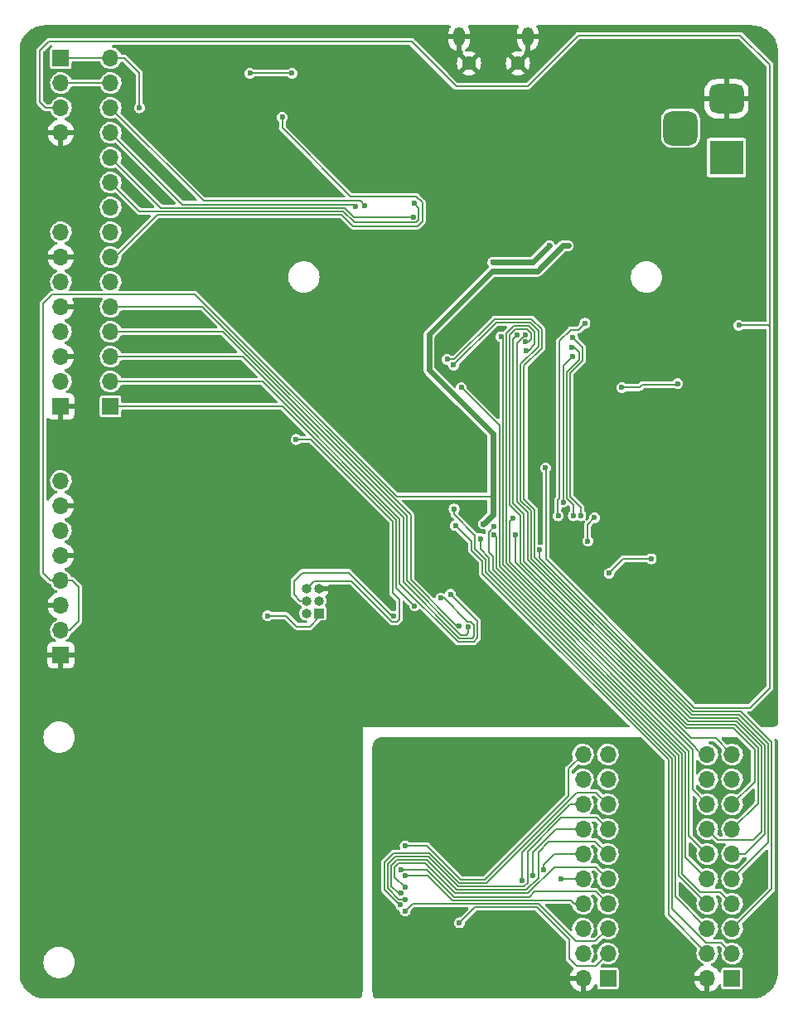
<source format=gbr>
G04 #@! TF.GenerationSoftware,KiCad,Pcbnew,(6.0.7)*
G04 #@! TF.CreationDate,2022-12-02T15:18:26+11:00*
G04 #@! TF.ProjectId,nRF_dev,6e52465f-6465-4762-9e6b-696361645f70,0.0.2*
G04 #@! TF.SameCoordinates,Original*
G04 #@! TF.FileFunction,Copper,L2,Bot*
G04 #@! TF.FilePolarity,Positive*
%FSLAX46Y46*%
G04 Gerber Fmt 4.6, Leading zero omitted, Abs format (unit mm)*
G04 Created by KiCad (PCBNEW (6.0.7)) date 2022-12-02 15:18:26*
%MOMM*%
%LPD*%
G01*
G04 APERTURE LIST*
G04 Aperture macros list*
%AMRoundRect*
0 Rectangle with rounded corners*
0 $1 Rounding radius*
0 $2 $3 $4 $5 $6 $7 $8 $9 X,Y pos of 4 corners*
0 Add a 4 corners polygon primitive as box body*
4,1,4,$2,$3,$4,$5,$6,$7,$8,$9,$2,$3,0*
0 Add four circle primitives for the rounded corners*
1,1,$1+$1,$2,$3*
1,1,$1+$1,$4,$5*
1,1,$1+$1,$6,$7*
1,1,$1+$1,$8,$9*
0 Add four rect primitives between the rounded corners*
20,1,$1+$1,$2,$3,$4,$5,0*
20,1,$1+$1,$4,$5,$6,$7,0*
20,1,$1+$1,$6,$7,$8,$9,0*
20,1,$1+$1,$8,$9,$2,$3,0*%
G04 Aperture macros list end*
G04 #@! TA.AperFunction,ComponentPad*
%ADD10R,1.700000X1.700000*%
G04 #@! TD*
G04 #@! TA.AperFunction,ComponentPad*
%ADD11O,1.700000X1.700000*%
G04 #@! TD*
G04 #@! TA.AperFunction,ComponentPad*
%ADD12R,3.500000X3.500000*%
G04 #@! TD*
G04 #@! TA.AperFunction,ComponentPad*
%ADD13RoundRect,0.750000X-1.000000X0.750000X-1.000000X-0.750000X1.000000X-0.750000X1.000000X0.750000X0*%
G04 #@! TD*
G04 #@! TA.AperFunction,ComponentPad*
%ADD14RoundRect,0.875000X-0.875000X0.875000X-0.875000X-0.875000X0.875000X-0.875000X0.875000X0.875000X0*%
G04 #@! TD*
G04 #@! TA.AperFunction,ComponentPad*
%ADD15C,1.450000*%
G04 #@! TD*
G04 #@! TA.AperFunction,ComponentPad*
%ADD16O,1.200000X1.900000*%
G04 #@! TD*
G04 #@! TA.AperFunction,ComponentPad*
%ADD17R,1.000000X1.000000*%
G04 #@! TD*
G04 #@! TA.AperFunction,ComponentPad*
%ADD18O,1.000000X1.000000*%
G04 #@! TD*
G04 #@! TA.AperFunction,ViaPad*
%ADD19C,0.600000*%
G04 #@! TD*
G04 #@! TA.AperFunction,Conductor*
%ADD20C,0.200000*%
G04 #@! TD*
G04 #@! TA.AperFunction,Conductor*
%ADD21C,0.600000*%
G04 #@! TD*
G04 #@! TA.AperFunction,Conductor*
%ADD22C,0.150000*%
G04 #@! TD*
G04 APERTURE END LIST*
D10*
X43180000Y-73660000D03*
D11*
X43180000Y-76200000D03*
X43180000Y-78740000D03*
X43180000Y-81280000D03*
D12*
X111193500Y-83810000D03*
D13*
X111193500Y-77810000D03*
D14*
X106493500Y-80810000D03*
D15*
X89876000Y-74192500D03*
D16*
X83876000Y-71492500D03*
D15*
X84876000Y-74192500D03*
D16*
X90876000Y-71492500D03*
D10*
X43180000Y-134620000D03*
D11*
X43180000Y-132080000D03*
X43180000Y-129540000D03*
X43180000Y-127000000D03*
X43180000Y-124460000D03*
X43180000Y-121920000D03*
X43180000Y-119380000D03*
X43180000Y-116840000D03*
D10*
X43180000Y-109220000D03*
D11*
X43180000Y-106680000D03*
X43180000Y-104140000D03*
X43180000Y-101600000D03*
X43180000Y-99060000D03*
X43180000Y-96520000D03*
X43180000Y-93980000D03*
X43180000Y-91440000D03*
D10*
X99065000Y-167635000D03*
D11*
X96525000Y-167635000D03*
X99065000Y-165095000D03*
X96525000Y-165095000D03*
X99065000Y-162555000D03*
X96525000Y-162555000D03*
X99065000Y-160015000D03*
X96525000Y-160015000D03*
X99065000Y-157475000D03*
X96525000Y-157475000D03*
X99065000Y-154935000D03*
X96525000Y-154935000D03*
X99065000Y-152395000D03*
X96525000Y-152395000D03*
X99065000Y-149855000D03*
X96525000Y-149855000D03*
X99065000Y-147315000D03*
X96525000Y-147315000D03*
X99065000Y-144775000D03*
X96525000Y-144775000D03*
D17*
X69545000Y-130345000D03*
D18*
X68275000Y-130345000D03*
X69545000Y-129075000D03*
X68275000Y-129075000D03*
X69545000Y-127805000D03*
X68275000Y-127805000D03*
D10*
X111760000Y-167635000D03*
D11*
X109220000Y-167635000D03*
X111760000Y-165095000D03*
X109220000Y-165095000D03*
X111760000Y-162555000D03*
X109220000Y-162555000D03*
X111760000Y-160015000D03*
X109220000Y-160015000D03*
X111760000Y-157475000D03*
X109220000Y-157475000D03*
X111760000Y-154935000D03*
X109220000Y-154935000D03*
X111760000Y-152395000D03*
X109220000Y-152395000D03*
X111760000Y-149855000D03*
X109220000Y-149855000D03*
X111760000Y-147315000D03*
X109220000Y-147315000D03*
X111760000Y-144775000D03*
X109220000Y-144775000D03*
D10*
X48260000Y-109220000D03*
D11*
X48260000Y-106680000D03*
X48260000Y-104140000D03*
X48260000Y-101600000D03*
X48260000Y-99060000D03*
X48260000Y-96520000D03*
X48260000Y-93980000D03*
X48260000Y-91440000D03*
X48260000Y-88900000D03*
X48260000Y-86360000D03*
X48260000Y-83820000D03*
X48260000Y-81280000D03*
X48260000Y-78740000D03*
X48260000Y-76200000D03*
X48260000Y-73660000D03*
D19*
X81900000Y-138000000D03*
X58850000Y-116850000D03*
X90750000Y-103500000D03*
X90650000Y-102650000D03*
X83900000Y-161950000D03*
X77875387Y-160130083D03*
X78350000Y-159550000D03*
X77900000Y-158950000D03*
X78350000Y-158350000D03*
X78350000Y-157149500D03*
X85800000Y-167100000D03*
X77900000Y-156550000D03*
X78350000Y-160750000D03*
X78350000Y-154100000D03*
X85350000Y-155600500D03*
X85350000Y-156800000D03*
X94250000Y-157450000D03*
X92499500Y-156549500D03*
X91400500Y-157099500D03*
X90301000Y-157649000D03*
X83351469Y-119700000D03*
X83500000Y-121400000D03*
X92099500Y-123900000D03*
X86049500Y-122725000D03*
X87450490Y-122375000D03*
X87449500Y-121514209D03*
X82650000Y-104425000D03*
X84100000Y-107300000D03*
X83300000Y-105000000D03*
X88149540Y-102102848D03*
X89761444Y-101961444D03*
X90600000Y-101900000D03*
X89599500Y-122375011D03*
X89350000Y-120650000D03*
X88600000Y-145200000D03*
X80250000Y-152150000D03*
X110400000Y-108300000D03*
X93724500Y-100043937D03*
X102400000Y-109800000D03*
X103600000Y-109800000D03*
X85100000Y-105200000D03*
X108300000Y-113500000D03*
X73000000Y-168550000D03*
X114600000Y-105500000D03*
X108300000Y-110500000D03*
X114600000Y-108600000D03*
X102300000Y-105600000D03*
X70100000Y-73600000D03*
X75000000Y-91900000D03*
X102400000Y-112800000D03*
X99000000Y-120000000D03*
X91100000Y-88300000D03*
X103600000Y-108200000D03*
X85850000Y-117650000D03*
X102400000Y-111200000D03*
X104600000Y-113500000D03*
X105200000Y-105500000D03*
X102400000Y-108200000D03*
X83700000Y-88000000D03*
X110400000Y-105800000D03*
X103600000Y-111200000D03*
X104600000Y-110500000D03*
X103600000Y-112800000D03*
X62100000Y-84250000D03*
X114714500Y-128314500D03*
X91726000Y-111506000D03*
X54500000Y-73200000D03*
X91600000Y-105600000D03*
X97000000Y-105600000D03*
X102200000Y-117200000D03*
X86351121Y-121223863D03*
X95000000Y-92825000D03*
X80800000Y-103450000D03*
X93100000Y-92800000D03*
X66800000Y-75200000D03*
X87300000Y-94500000D03*
X64300000Y-130600000D03*
X62500000Y-75200000D03*
X51200000Y-78740000D03*
X95475000Y-104100000D03*
X94500000Y-119000000D03*
X65800000Y-79700000D03*
X96725000Y-100750000D03*
X94000000Y-120400000D03*
X95399500Y-103225000D03*
X95550497Y-120400000D03*
X96300000Y-120400000D03*
X95475000Y-102175000D03*
X79300000Y-88500000D03*
X74250000Y-88700000D03*
X79200000Y-89900000D03*
X73250000Y-88850000D03*
X92700000Y-115500000D03*
X112450000Y-100950000D03*
X67200000Y-112600000D03*
X77200000Y-130639500D03*
X100500000Y-107300000D03*
X106200000Y-106900000D03*
X97700000Y-120600000D03*
X97011444Y-122988556D03*
X103500000Y-124800980D03*
X99200000Y-126249500D03*
X79311444Y-129588556D03*
X83000000Y-128400000D03*
X82000000Y-128800000D03*
X84827112Y-131772888D03*
X83888556Y-131611444D03*
D20*
X97770000Y-163850000D02*
X99065000Y-162555000D01*
X91950000Y-160000000D02*
X95800000Y-163850000D01*
X95800000Y-163850000D02*
X97770000Y-163850000D01*
X78350000Y-160750000D02*
X79100000Y-160000000D01*
X79100000Y-160000000D02*
X91950000Y-160000000D01*
X95050000Y-146250000D02*
X96525000Y-144775000D01*
X86505026Y-157550000D02*
X95050000Y-149005026D01*
X84039950Y-157550000D02*
X86505026Y-157550000D01*
X95050000Y-149005026D02*
X95050000Y-146250000D01*
X80589950Y-154100000D02*
X84039950Y-157550000D01*
X78350000Y-154100000D02*
X80589950Y-154100000D01*
X97860000Y-148650000D02*
X99065000Y-149855000D01*
X95900000Y-148650000D02*
X97860000Y-148650000D01*
X86650000Y-157900000D02*
X95900000Y-148650000D01*
X80844977Y-154850000D02*
X83894976Y-157900000D01*
X83894976Y-157900000D02*
X86650000Y-157900000D01*
X76250000Y-155800000D02*
X77200000Y-154850000D01*
X77200000Y-154850000D02*
X80844977Y-154850000D01*
X76250000Y-158572792D02*
X76250000Y-155800000D01*
X77807291Y-160130083D02*
X76250000Y-158572792D01*
X77875387Y-160130083D02*
X77807291Y-160130083D01*
X97920000Y-151250000D02*
X99065000Y-152395000D01*
X94289948Y-151250000D02*
X97920000Y-151250000D01*
X90850500Y-154689448D02*
X94289948Y-151250000D01*
X83750001Y-158250000D02*
X90500000Y-158250000D01*
X90500000Y-158250000D02*
X90850500Y-157899500D01*
X80700002Y-155200000D02*
X83750001Y-158250000D01*
X76600000Y-158427818D02*
X76600000Y-155950000D01*
X90850500Y-157899500D02*
X90850500Y-154689448D01*
X77722182Y-159550000D02*
X76600000Y-158427818D01*
X77350000Y-155200000D02*
X80700002Y-155200000D01*
X78350000Y-159550000D02*
X77722182Y-159550000D01*
X76600000Y-155950000D02*
X77350000Y-155200000D01*
X97840000Y-156250000D02*
X99065000Y-157475000D01*
X90900000Y-158950000D02*
X93600000Y-156250000D01*
X93600000Y-156250000D02*
X97840000Y-156250000D01*
X80410053Y-155900000D02*
X83460053Y-158950000D01*
X83460053Y-158950000D02*
X90900000Y-158950000D01*
X77700000Y-155900000D02*
X80410053Y-155900000D01*
X77300000Y-156300000D02*
X77700000Y-155900000D01*
X78350000Y-158350000D02*
X77300000Y-157300000D01*
X77300000Y-157300000D02*
X77300000Y-156300000D01*
X97780000Y-153650000D02*
X99065000Y-154935000D01*
X93044974Y-153650000D02*
X97780000Y-153650000D01*
X91950000Y-154744974D02*
X93044974Y-153650000D01*
X91950000Y-157350000D02*
X91950000Y-154744974D01*
X90700000Y-158600000D02*
X91950000Y-157350000D01*
X83605027Y-158600000D02*
X90700000Y-158600000D01*
X80555026Y-155550000D02*
X83605027Y-158600000D01*
X77555025Y-155550000D02*
X80555026Y-155550000D01*
X76950000Y-156155025D02*
X77555025Y-155550000D01*
X76950000Y-158194974D02*
X76950000Y-156155025D01*
X77705026Y-158950000D02*
X76950000Y-158194974D01*
X77900000Y-158950000D02*
X77705026Y-158950000D01*
X97800000Y-158750000D02*
X99065000Y-160015000D01*
X91044974Y-159300000D02*
X91594974Y-158750000D01*
X80565078Y-156550000D02*
X83315078Y-159300000D01*
X83315078Y-159300000D02*
X91044974Y-159300000D01*
X77900000Y-156550000D02*
X80565078Y-156550000D01*
X91594974Y-158750000D02*
X97800000Y-158750000D01*
X95659975Y-160015000D02*
X96525000Y-160015000D01*
X83170103Y-159650000D02*
X95294975Y-159650000D01*
X78350500Y-157150000D02*
X80670104Y-157150000D01*
X80670104Y-157150000D02*
X83170103Y-159650000D01*
X78350000Y-157149500D02*
X78350500Y-157150000D01*
X95294975Y-159650000D02*
X95659975Y-160015000D01*
X97810000Y-166350000D02*
X99065000Y-165095000D01*
X95100000Y-165600000D02*
X95850000Y-166350000D01*
X91805026Y-160350000D02*
X95100000Y-163644974D01*
X85500000Y-160350000D02*
X91805026Y-160350000D01*
X95850000Y-166350000D02*
X97810000Y-166350000D01*
X83900000Y-161950000D02*
X85500000Y-160350000D01*
X95100000Y-163644974D02*
X95100000Y-165600000D01*
X94275000Y-157475000D02*
X96525000Y-157475000D01*
X94250000Y-157450000D02*
X94275000Y-157475000D01*
X95189974Y-149855000D02*
X96525000Y-149855000D01*
X90301000Y-154743974D02*
X95189974Y-149855000D01*
X90301000Y-157649000D02*
X90301000Y-154743974D01*
X93592208Y-154935000D02*
X96525000Y-154935000D01*
X92499500Y-156549500D02*
X92499500Y-156027708D01*
X92499500Y-156027708D02*
X93592208Y-154935000D01*
X93805000Y-152395000D02*
X96525000Y-152395000D01*
X91400500Y-154799500D02*
X93805000Y-152395000D01*
X91400500Y-157099500D02*
X91400500Y-154799500D01*
X110085000Y-143100000D02*
X111760000Y-144775000D01*
X107549167Y-143100000D02*
X110085000Y-143100000D01*
X89600000Y-122375511D02*
X89600000Y-125150833D01*
X89599500Y-122375011D02*
X89600000Y-122375511D01*
X89600000Y-125150833D02*
X107549167Y-143100000D01*
X92746602Y-115546602D02*
X92700000Y-115500000D01*
X113575000Y-140000000D02*
X107913985Y-140000000D01*
X115600000Y-137975000D02*
X113575000Y-140000000D01*
X107913985Y-140000000D02*
X92746602Y-124832617D01*
X115600000Y-101075000D02*
X115600000Y-137975000D01*
X92746602Y-124832617D02*
X92746602Y-115546602D01*
X115799039Y-158515961D02*
X111760000Y-162555000D01*
X112621479Y-140350000D02*
X115799039Y-143527560D01*
X115799039Y-143527560D02*
X115799039Y-158515961D01*
X92099500Y-124680489D02*
X107769011Y-140350000D01*
X107769011Y-140350000D02*
X112621479Y-140350000D01*
X92099500Y-123900000D02*
X92099500Y-124680489D01*
X115449519Y-153785481D02*
X111760000Y-157475000D01*
X115449519Y-143672336D02*
X115449519Y-153785481D01*
X112477183Y-140700000D02*
X115449519Y-143672336D01*
X107624037Y-140700000D02*
X112477183Y-140700000D01*
X91550000Y-124625963D02*
X107624037Y-140700000D01*
X91550000Y-119772138D02*
X91550000Y-124625963D01*
X91262742Y-100300000D02*
X92300000Y-101337257D01*
X90500000Y-105071423D02*
X90500000Y-118722138D01*
X90500000Y-118722138D02*
X91550000Y-119772138D01*
X87505704Y-100300000D02*
X91262742Y-100300000D01*
X92300000Y-101337257D02*
X92300000Y-103271423D01*
X92300000Y-103271423D02*
X90500000Y-105071423D01*
X83380704Y-104425000D02*
X87505704Y-100300000D01*
X82650000Y-104425000D02*
X83380704Y-104425000D01*
X113065000Y-154935000D02*
X111760000Y-154935000D01*
X115099999Y-152900001D02*
X113065000Y-154935000D01*
X112332887Y-141050000D02*
X115099999Y-143817112D01*
X107479063Y-141050000D02*
X112332887Y-141050000D01*
X91200000Y-124770937D02*
X107479063Y-141050000D01*
X91200000Y-119917112D02*
X91200000Y-124770937D01*
X90150000Y-104927127D02*
X90150000Y-118867112D01*
X91950000Y-101482232D02*
X91950000Y-103127127D01*
X91950000Y-103127127D02*
X90150000Y-104927127D01*
X115099999Y-143817112D02*
X115099999Y-152900001D01*
X91117767Y-100650000D02*
X91950000Y-101482232D01*
X90150000Y-118867112D02*
X91200000Y-119917112D01*
X87650000Y-100650000D02*
X91117767Y-100650000D01*
X83300000Y-105000000D02*
X87650000Y-100650000D01*
X110319511Y-153494511D02*
X109220000Y-152395000D01*
X113905489Y-153494511D02*
X110319511Y-153494511D01*
X114750480Y-152649520D02*
X113905489Y-153494511D01*
X114750480Y-143961888D02*
X114750480Y-152649520D01*
X90850000Y-124915911D02*
X107334089Y-141400000D01*
X107334089Y-141400000D02*
X112188592Y-141400000D01*
X90850000Y-120061408D02*
X90850000Y-124915911D01*
X89750000Y-118961408D02*
X90850000Y-120061408D01*
X112188592Y-141400000D02*
X114750480Y-143961888D01*
X89750000Y-102750000D02*
X89750000Y-118961408D01*
X90600000Y-101900000D02*
X89750000Y-102750000D01*
X89400000Y-102322888D02*
X89761444Y-101961444D01*
X90500000Y-125060885D02*
X90500000Y-120206383D01*
X107189115Y-141750000D02*
X90500000Y-125060885D01*
X112044296Y-141750000D02*
X107189115Y-141750000D01*
X89400000Y-119106383D02*
X89400000Y-102322888D01*
X114400960Y-144106664D02*
X112044296Y-141750000D01*
X90500000Y-120206383D02*
X89400000Y-119106383D01*
X114400960Y-149754040D02*
X114400960Y-144106664D01*
X111760000Y-152395000D02*
X114400960Y-149754040D01*
X87449500Y-121514209D02*
X86900990Y-122062719D01*
X86900990Y-122062719D02*
X86900990Y-124127616D01*
X86900990Y-124127616D02*
X87300972Y-124527598D01*
X87300972Y-124527598D02*
X87300974Y-125864566D01*
X106301920Y-157096920D02*
X109220000Y-160015000D01*
X87300974Y-125864566D02*
X106301920Y-144865512D01*
X106301920Y-144865512D02*
X106301920Y-157096920D01*
X86049500Y-122725000D02*
X86049500Y-123770421D01*
X86049500Y-123770421D02*
X86951452Y-124672373D01*
X86951452Y-124672373D02*
X86951452Y-126009340D01*
X105952402Y-145010290D02*
X105952402Y-159287402D01*
X86951452Y-126009340D02*
X105952402Y-145010290D01*
X105952402Y-159287402D02*
X109220000Y-162555000D01*
X85500000Y-122400000D02*
X85500000Y-123800000D01*
X83351469Y-119700000D02*
X83351469Y-120251469D01*
X83351469Y-120251469D02*
X85500000Y-122400000D01*
X85500000Y-123800000D02*
X86601932Y-124901932D01*
X86601933Y-126154117D02*
X105602882Y-145155066D01*
X86601932Y-124901932D02*
X86601933Y-126154117D01*
X105602882Y-145155066D02*
X105602882Y-160502882D01*
X105602882Y-160502882D02*
X109095489Y-163995489D01*
X109095489Y-163995489D02*
X110660489Y-163995489D01*
X110660489Y-163995489D02*
X111760000Y-165095000D01*
X90950000Y-102650000D02*
X90650000Y-102650000D01*
X91250000Y-101772182D02*
X91250000Y-102350000D01*
X90827818Y-101350000D02*
X91250000Y-101772182D01*
X89595070Y-101350000D02*
X90827818Y-101350000D01*
X89050000Y-101895070D02*
X89595070Y-101350000D01*
X90150000Y-120350678D02*
X89050000Y-119250678D01*
X111900000Y-142100000D02*
X107044141Y-142100000D01*
X91250000Y-102350000D02*
X90950000Y-102650000D01*
X90150000Y-125205859D02*
X90150000Y-120350678D01*
X89050000Y-119250678D02*
X89050000Y-101895070D01*
X114050960Y-144250960D02*
X111900000Y-142100000D01*
X114050960Y-147564040D02*
X114050960Y-144250960D01*
X111760000Y-149855000D02*
X114050960Y-147564040D01*
X107044141Y-142100000D02*
X90150000Y-125205859D01*
X108049519Y-144199519D02*
X108625000Y-144775000D01*
X108049519Y-144095326D02*
X108049519Y-144199519D01*
X89050000Y-125095807D02*
X108049519Y-144095326D01*
X89050000Y-120950000D02*
X89050000Y-125095807D01*
X89350000Y-120650000D02*
X89050000Y-120950000D01*
X107700480Y-144241261D02*
X107700480Y-148335480D01*
X88700000Y-125240781D02*
X107700480Y-144241261D01*
X88700000Y-101750096D02*
X88700000Y-125240781D01*
X89450095Y-101000000D02*
X88700000Y-101750096D01*
X90972792Y-101000000D02*
X89450095Y-101000000D01*
X91600000Y-102900000D02*
X91600000Y-101627207D01*
X91600000Y-101627207D02*
X90972792Y-101000000D01*
X90750000Y-103500000D02*
X91000000Y-103500000D01*
X107700480Y-148335480D02*
X109220000Y-149855000D01*
X91000000Y-103500000D02*
X91600000Y-102900000D01*
X105253362Y-145299842D02*
X105253362Y-161128362D01*
X85150480Y-123944776D02*
X86252412Y-125046708D01*
X86252412Y-125046708D02*
X86252414Y-126298894D01*
X85150480Y-123050480D02*
X85150480Y-123944776D01*
X83500000Y-121400000D02*
X85150480Y-123050480D01*
X86252414Y-126298894D02*
X105253362Y-145299842D01*
X105253362Y-161128362D02*
X109220000Y-165095000D01*
X87650493Y-122575003D02*
X87650493Y-125719789D01*
X87450490Y-122375000D02*
X87650493Y-122575003D01*
X106651441Y-156951441D02*
X108500000Y-158800000D01*
X110545000Y-158800000D02*
X111760000Y-160015000D01*
X108500000Y-158800000D02*
X110545000Y-158800000D01*
X106651441Y-144720737D02*
X106651441Y-156951441D01*
X87650493Y-125719789D02*
X106651441Y-144720737D01*
X88000000Y-111200000D02*
X88000000Y-121972372D01*
X107000960Y-144575960D02*
X107000960Y-155255960D01*
X88000012Y-121972384D02*
X88000012Y-125575012D01*
X107000960Y-155255960D02*
X109220000Y-157475000D01*
X88000012Y-125575012D02*
X107000960Y-144575960D01*
X88000000Y-121972372D02*
X88000012Y-121972384D01*
X84100000Y-107300000D02*
X88000000Y-111200000D01*
X107350480Y-144425480D02*
X107350480Y-153065480D01*
X88149540Y-102102848D02*
X88349520Y-102302828D01*
X88349520Y-102302828D02*
X88349520Y-125424520D01*
X88349520Y-125424520D02*
X107350480Y-144425480D01*
X107350480Y-153065480D02*
X109220000Y-154935000D01*
D21*
X80800000Y-103450000D02*
X80800000Y-105525000D01*
D20*
X44070000Y-132080000D02*
X44975000Y-131175000D01*
X42300000Y-97775000D02*
X56857888Y-97775000D01*
D21*
X87300000Y-120274984D02*
X87300000Y-118400000D01*
X80800000Y-101875000D02*
X87250000Y-95425000D01*
D20*
X43180000Y-127000000D02*
X42150000Y-127000000D01*
X43180000Y-132080000D02*
X44070000Y-132080000D01*
D21*
X87250000Y-95425000D02*
X91875000Y-95425000D01*
D20*
X44975000Y-131175000D02*
X44975000Y-127650000D01*
D21*
X87300000Y-112025000D02*
X87300000Y-118400000D01*
X91875000Y-95425000D02*
X94475000Y-92825000D01*
D20*
X77482888Y-118400000D02*
X87300000Y-118400000D01*
X41375000Y-126225000D02*
X41375000Y-98700000D01*
D21*
X80800000Y-103450000D02*
X80800000Y-101875000D01*
X80800000Y-105525000D02*
X87300000Y-112025000D01*
D20*
X56857888Y-97775000D02*
X77482888Y-118400000D01*
X44325000Y-127000000D02*
X43180000Y-127000000D01*
D21*
X86351121Y-121223863D02*
X87300000Y-120274984D01*
X94475000Y-92825000D02*
X95000000Y-92825000D01*
D20*
X41375000Y-98700000D02*
X42300000Y-97775000D01*
X42150000Y-127000000D02*
X41375000Y-126225000D01*
X44975000Y-127650000D02*
X44325000Y-127000000D01*
X69545000Y-130755000D02*
X69545000Y-130345000D01*
X64300000Y-130600000D02*
X66200000Y-130600000D01*
X67300000Y-131700000D02*
X68600000Y-131700000D01*
D21*
X93100000Y-92800000D02*
X91400000Y-94500000D01*
D20*
X68600000Y-131700000D02*
X69545000Y-130755000D01*
D22*
X62500000Y-75200000D02*
X66800000Y-75200000D01*
D21*
X91400000Y-94500000D02*
X87300000Y-94500000D01*
D20*
X66200000Y-130600000D02*
X67300000Y-131700000D01*
X51200000Y-78740000D02*
X51200000Y-75200000D01*
X49660000Y-73660000D02*
X48260000Y-73660000D01*
X51200000Y-75200000D02*
X49660000Y-73660000D01*
X43180000Y-73660000D02*
X48260000Y-73660000D01*
X48260000Y-76200000D02*
X43180000Y-76200000D01*
X95475000Y-104100000D02*
X94500000Y-105075000D01*
X94500000Y-105075000D02*
X94500000Y-119000000D01*
X95300000Y-101400000D02*
X94150480Y-102549520D01*
X94150480Y-118572393D02*
X93950489Y-118772384D01*
X71882850Y-89648569D02*
X73033312Y-90799031D01*
X72800000Y-87800000D02*
X65800000Y-80800000D01*
X93950489Y-118772384D02*
X93950489Y-120350489D01*
X65800000Y-80800000D02*
X65800000Y-79700000D01*
X96075000Y-101400000D02*
X95300000Y-101400000D01*
X53051431Y-89648569D02*
X71882850Y-89648569D01*
X93950489Y-120350489D02*
X94000000Y-120400000D01*
X80099031Y-90295264D02*
X80099031Y-88399031D01*
X79500000Y-87800000D02*
X72800000Y-87800000D01*
X48720000Y-93980000D02*
X53051431Y-89648569D01*
X94150480Y-102549520D02*
X94150480Y-118572393D01*
X73033312Y-90799031D02*
X79595264Y-90799031D01*
X80099031Y-88399031D02*
X79500000Y-87800000D01*
X96725000Y-100750000D02*
X96075000Y-101400000D01*
X79595264Y-90799031D02*
X80099031Y-90295264D01*
X95550497Y-119273370D02*
X95550497Y-120400000D01*
X95399500Y-103225000D02*
X95650000Y-103225000D01*
X96100000Y-103675000D02*
X96100000Y-104450000D01*
X95650000Y-103225000D02*
X96100000Y-103675000D01*
X94849520Y-105700481D02*
X94849521Y-118572394D01*
X94849521Y-118572394D02*
X95550497Y-119273370D01*
X96100000Y-104450000D02*
X94849520Y-105700481D01*
X95199040Y-118427617D02*
X96300000Y-119528577D01*
X95199040Y-105845256D02*
X95199040Y-118427617D01*
X95475000Y-102175000D02*
X96475000Y-103175000D01*
X96300000Y-119528577D02*
X96300000Y-120400000D01*
X96475000Y-103175000D02*
X96475000Y-104569296D01*
X96475000Y-104569296D02*
X95199040Y-105845256D01*
X79749511Y-88949511D02*
X79300000Y-88500000D01*
X48260000Y-86360000D02*
X51199049Y-89299049D01*
X79450489Y-90449511D02*
X79749511Y-90150489D01*
X72027626Y-89299049D02*
X73178088Y-90449511D01*
X79749511Y-90150489D02*
X79749511Y-88949511D01*
X51199049Y-89299049D02*
X72027626Y-89299049D01*
X73178088Y-90449511D02*
X79450489Y-90449511D01*
X73800489Y-88250489D02*
X57770489Y-88250489D01*
X57770489Y-88250489D02*
X48260000Y-78740000D01*
X74250000Y-88700000D02*
X73800489Y-88250489D01*
X72172402Y-88949529D02*
X53389529Y-88949529D01*
X73122873Y-89900000D02*
X72172402Y-88949529D01*
X79200000Y-89900000D02*
X73122873Y-89900000D01*
X53389529Y-88949529D02*
X48260000Y-83820000D01*
X73250000Y-88850000D02*
X73000009Y-88600009D01*
X55580009Y-88600009D02*
X48260000Y-81280000D01*
X73000009Y-88600009D02*
X55580009Y-88600009D01*
X112600000Y-71350000D02*
X115600000Y-74350000D01*
X41025000Y-78125000D02*
X41640000Y-78740000D01*
X41025000Y-72875000D02*
X41025000Y-78125000D01*
X41640000Y-78740000D02*
X43180000Y-78740000D01*
X90850000Y-76550000D02*
X96050000Y-71350000D01*
X112450000Y-100950000D02*
X115475000Y-100950000D01*
X115600000Y-74350000D02*
X115600000Y-101075000D01*
X96050000Y-71350000D02*
X112600000Y-71350000D01*
X115475000Y-100950000D02*
X115600000Y-101075000D01*
X41925000Y-71975000D02*
X41025000Y-72875000D01*
X83575000Y-76550000D02*
X90850000Y-76550000D01*
X79000000Y-71975000D02*
X83575000Y-76550000D01*
X79000000Y-71975000D02*
X41925000Y-71975000D01*
X69024511Y-127055489D02*
X68275000Y-127805000D01*
X68717112Y-112600000D02*
X77101921Y-120984809D01*
X77749511Y-128949511D02*
X77749511Y-130950489D01*
X77510989Y-131189011D02*
X76972384Y-131189011D01*
X77101921Y-120984809D02*
X77101921Y-128301921D01*
X72838862Y-127055489D02*
X69024511Y-127055489D01*
X77749511Y-130950489D02*
X77510989Y-131189011D01*
X76972384Y-131189011D02*
X72838862Y-127055489D01*
X77101921Y-128301921D02*
X77749511Y-128949511D01*
X67200000Y-112600000D02*
X68717112Y-112600000D01*
X67625000Y-129075000D02*
X68275000Y-129075000D01*
X77200000Y-130639500D02*
X77039500Y-130639500D01*
X77039500Y-130639500D02*
X72600000Y-126200000D01*
X72600000Y-126200000D02*
X67850000Y-126200000D01*
X67000000Y-128450000D02*
X67625000Y-129075000D01*
X67850000Y-126200000D02*
X67000000Y-127050000D01*
X67000000Y-127050000D02*
X67000000Y-128450000D01*
X106100000Y-107000000D02*
X106200000Y-106900000D01*
X100500000Y-107300000D02*
X102300000Y-107300000D01*
X102600000Y-107000000D02*
X106100000Y-107000000D01*
X102300000Y-107300000D02*
X102600000Y-107000000D01*
X97011444Y-122988556D02*
X97011444Y-121288556D01*
X97011444Y-121288556D02*
X97700000Y-120600000D01*
X100648520Y-124800980D02*
X99200000Y-126249500D01*
X103500000Y-124800980D02*
X100648520Y-124800980D01*
X79311444Y-129588556D02*
X77451441Y-127728553D01*
X77451440Y-120840032D02*
X65831408Y-109220000D01*
X65831408Y-109220000D02*
X48260000Y-109220000D01*
X77451441Y-127728553D02*
X77451440Y-120840032D01*
X85345746Y-133248550D02*
X83748550Y-133248550D01*
X83748550Y-133248550D02*
X77800960Y-127300960D01*
X77800960Y-120695256D02*
X63785704Y-106680000D01*
X63785704Y-106680000D02*
X48260000Y-106680000D01*
X85749519Y-131149519D02*
X85749519Y-132844777D01*
X83000000Y-128400000D02*
X85749519Y-131149519D01*
X77800960Y-127300960D02*
X77800960Y-120695256D01*
X85749519Y-132844777D02*
X85345746Y-133248550D01*
X82300000Y-128800000D02*
X84723377Y-131223377D01*
X85054728Y-131223377D02*
X85400000Y-131568649D01*
X83904736Y-132899031D02*
X78150480Y-127144775D01*
X61740000Y-104140000D02*
X48260000Y-104140000D01*
X82000000Y-128800000D02*
X82300000Y-128800000D01*
X84723377Y-131223377D02*
X85054728Y-131223377D01*
X85200970Y-132899030D02*
X83904736Y-132899031D01*
X78150480Y-120550480D02*
X61740000Y-104140000D01*
X85400000Y-132700000D02*
X85200970Y-132899030D01*
X85400000Y-131568649D02*
X85400000Y-132700000D01*
X78150480Y-127144775D02*
X78150480Y-120550480D01*
X78500000Y-127000000D02*
X78499999Y-120405703D01*
X84827112Y-131772888D02*
X84827112Y-132350015D01*
X84827112Y-132350015D02*
X84627616Y-132549511D01*
X84049511Y-132549511D02*
X78500000Y-127000000D01*
X84627616Y-132549511D02*
X84049511Y-132549511D01*
X59694296Y-101600000D02*
X48260000Y-101600000D01*
X78499999Y-120405703D02*
X59694296Y-101600000D01*
X83611444Y-131611444D02*
X78931743Y-126931743D01*
X57648592Y-99060000D02*
X48260000Y-99060000D01*
X78931743Y-120343151D02*
X57648592Y-99060000D01*
X78931743Y-126931743D02*
X78931743Y-120343151D01*
X83888556Y-131611444D02*
X83611444Y-131611444D01*
G04 #@! TA.AperFunction,Conductor*
G36*
X82937542Y-70320502D02*
G01*
X82984035Y-70374158D01*
X82994139Y-70444432D01*
X82975273Y-70494848D01*
X82891079Y-70625241D01*
X82885583Y-70635845D01*
X82811039Y-70820812D01*
X82807645Y-70832270D01*
X82769143Y-71029428D01*
X82768066Y-71038291D01*
X82768000Y-71040980D01*
X82768000Y-71220385D01*
X82772475Y-71235624D01*
X82773865Y-71236829D01*
X82781548Y-71238500D01*
X84965885Y-71238500D01*
X84981124Y-71234025D01*
X84982329Y-71232635D01*
X84984000Y-71224952D01*
X84984000Y-71092668D01*
X84983715Y-71086692D01*
X84969529Y-70938006D01*
X84967270Y-70926272D01*
X84911128Y-70734901D01*
X84906698Y-70723825D01*
X84815381Y-70546522D01*
X84808928Y-70536470D01*
X84783683Y-70504332D01*
X84757333Y-70438407D01*
X84770808Y-70368701D01*
X84819830Y-70317345D01*
X84882769Y-70300500D01*
X89869421Y-70300500D01*
X89937542Y-70320502D01*
X89984035Y-70374158D01*
X89994139Y-70444432D01*
X89975273Y-70494848D01*
X89891079Y-70625241D01*
X89885583Y-70635845D01*
X89811039Y-70820812D01*
X89807645Y-70832270D01*
X89769143Y-71029428D01*
X89768066Y-71038291D01*
X89768000Y-71040980D01*
X89768000Y-71220385D01*
X89772475Y-71235624D01*
X89773865Y-71236829D01*
X89781548Y-71238500D01*
X91965885Y-71238500D01*
X91981124Y-71234025D01*
X91982329Y-71232635D01*
X91984000Y-71224952D01*
X91984000Y-71092668D01*
X91983715Y-71086692D01*
X91969529Y-70938006D01*
X91967270Y-70926272D01*
X91911128Y-70734901D01*
X91906698Y-70723825D01*
X91815381Y-70546522D01*
X91808928Y-70536470D01*
X91783683Y-70504332D01*
X91757333Y-70438407D01*
X91770808Y-70368701D01*
X91819830Y-70317345D01*
X91882769Y-70300500D01*
X113708683Y-70300500D01*
X113730563Y-70302414D01*
X113746000Y-70305136D01*
X113756855Y-70303222D01*
X113767294Y-70303222D01*
X113780509Y-70302438D01*
X114041187Y-70317077D01*
X114055219Y-70318658D01*
X114197472Y-70342828D01*
X114339719Y-70366997D01*
X114353494Y-70370141D01*
X114439847Y-70395019D01*
X114630799Y-70450031D01*
X114644118Y-70454692D01*
X114859449Y-70543885D01*
X114910736Y-70565129D01*
X114923466Y-70571260D01*
X115176020Y-70710841D01*
X115187985Y-70718358D01*
X115423342Y-70885353D01*
X115434389Y-70894163D01*
X115591597Y-71034652D01*
X115635328Y-71073732D01*
X115649559Y-71086450D01*
X115659550Y-71096441D01*
X115851837Y-71311611D01*
X115860647Y-71322658D01*
X116027642Y-71558015D01*
X116035159Y-71569980D01*
X116174740Y-71822534D01*
X116180871Y-71835264D01*
X116291308Y-72101882D01*
X116295969Y-72115201D01*
X116338023Y-72261175D01*
X116375859Y-72392506D01*
X116379003Y-72406281D01*
X116387450Y-72455997D01*
X116426961Y-72688538D01*
X116427341Y-72690776D01*
X116428923Y-72704813D01*
X116441115Y-72921907D01*
X116443562Y-72965488D01*
X116442778Y-72978706D01*
X116442778Y-72989145D01*
X116440864Y-73000000D01*
X116442778Y-73010855D01*
X116443586Y-73015437D01*
X116445500Y-73037317D01*
X116445500Y-141653757D01*
X116425498Y-141721878D01*
X116399437Y-141751153D01*
X116311158Y-141823601D01*
X116290631Y-141837317D01*
X116245270Y-141861563D01*
X116139629Y-141918029D01*
X116116810Y-141927482D01*
X115952957Y-141977185D01*
X115928740Y-141982001D01*
X115752163Y-141999393D01*
X115739813Y-142000000D01*
X114819350Y-142000000D01*
X114751229Y-141979998D01*
X114730255Y-141963095D01*
X114552066Y-141784905D01*
X113332756Y-140565595D01*
X113298730Y-140503283D01*
X113303795Y-140432467D01*
X113346342Y-140375632D01*
X113412862Y-140350821D01*
X113421851Y-140350500D01*
X113524176Y-140350500D01*
X113543275Y-140352533D01*
X113548083Y-140352760D01*
X113558261Y-140354951D01*
X113588491Y-140351373D01*
X113593746Y-140351063D01*
X113593735Y-140350928D01*
X113598914Y-140350500D01*
X113604115Y-140350500D01*
X113609243Y-140349646D01*
X113609249Y-140349646D01*
X113621473Y-140347611D01*
X113627349Y-140346774D01*
X113663799Y-140342460D01*
X113663801Y-140342460D01*
X113674138Y-140341236D01*
X113681758Y-140337577D01*
X113690103Y-140336188D01*
X113731584Y-140313806D01*
X113736870Y-140311113D01*
X113779326Y-140290726D01*
X113783274Y-140287408D01*
X113785207Y-140285475D01*
X113786804Y-140284010D01*
X113787294Y-140283746D01*
X113787313Y-140283766D01*
X113787402Y-140283687D01*
X113792794Y-140280778D01*
X113826455Y-140244364D01*
X113829884Y-140240798D01*
X115811899Y-138258783D01*
X115826853Y-138246705D01*
X115830405Y-138243473D01*
X115839152Y-138237825D01*
X115858002Y-138213914D01*
X115861499Y-138209979D01*
X115861395Y-138209891D01*
X115864750Y-138205932D01*
X115868428Y-138202254D01*
X115871447Y-138198029D01*
X115871454Y-138198021D01*
X115878672Y-138187920D01*
X115882236Y-138183173D01*
X115904946Y-138154365D01*
X115911392Y-138146189D01*
X115914193Y-138138213D01*
X115919111Y-138131331D01*
X115932605Y-138086209D01*
X115934439Y-138080563D01*
X115947429Y-138043573D01*
X115947430Y-138043570D01*
X115950055Y-138036094D01*
X115950500Y-138030956D01*
X115950500Y-138028251D01*
X115950595Y-138026052D01*
X115950754Y-138025520D01*
X115950781Y-138025521D01*
X115950788Y-138025405D01*
X115952543Y-138019537D01*
X115950597Y-137969996D01*
X115950500Y-137965050D01*
X115950500Y-101125826D01*
X115952533Y-101106727D01*
X115952760Y-101101923D01*
X115954952Y-101091740D01*
X115951373Y-101061501D01*
X115950500Y-101046691D01*
X115950500Y-74400826D01*
X115952533Y-74381727D01*
X115952760Y-74376923D01*
X115954952Y-74366740D01*
X115951373Y-74336501D01*
X115951064Y-74331253D01*
X115950928Y-74331264D01*
X115950500Y-74326085D01*
X115950500Y-74320885D01*
X115949647Y-74315759D01*
X115949646Y-74315750D01*
X115947613Y-74303537D01*
X115946776Y-74297661D01*
X115942461Y-74261203D01*
X115942461Y-74261202D01*
X115941237Y-74250862D01*
X115937576Y-74243239D01*
X115936188Y-74234897D01*
X115913815Y-74193435D01*
X115911119Y-74188143D01*
X115907059Y-74179688D01*
X115890726Y-74145674D01*
X115887408Y-74141726D01*
X115885469Y-74139787D01*
X115884010Y-74138196D01*
X115883746Y-74137706D01*
X115883766Y-74137687D01*
X115883687Y-74137598D01*
X115880778Y-74132206D01*
X115856249Y-74109531D01*
X115844364Y-74098545D01*
X115840798Y-74095116D01*
X112883783Y-71138101D01*
X112871705Y-71123147D01*
X112868473Y-71119595D01*
X112862825Y-71110848D01*
X112838914Y-71091998D01*
X112834979Y-71088501D01*
X112834891Y-71088605D01*
X112830932Y-71085250D01*
X112827254Y-71081572D01*
X112823029Y-71078553D01*
X112823021Y-71078546D01*
X112812920Y-71071328D01*
X112808173Y-71067764D01*
X112797402Y-71059273D01*
X112771189Y-71038608D01*
X112763213Y-71035807D01*
X112756331Y-71030889D01*
X112711164Y-71017381D01*
X112705558Y-71015559D01*
X112668577Y-71002572D01*
X112668571Y-71002571D01*
X112661094Y-70999945D01*
X112655956Y-70999500D01*
X112653237Y-70999500D01*
X112651055Y-70999405D01*
X112650520Y-70999245D01*
X112650521Y-70999218D01*
X112650403Y-70999211D01*
X112644536Y-70997456D01*
X112594981Y-70999403D01*
X112590034Y-70999500D01*
X96100826Y-70999500D01*
X96081727Y-70997467D01*
X96076923Y-70997240D01*
X96066740Y-70995048D01*
X96056398Y-70996272D01*
X96036501Y-70998627D01*
X96031253Y-70998936D01*
X96031264Y-70999072D01*
X96026085Y-70999500D01*
X96020885Y-70999500D01*
X96015759Y-71000353D01*
X96015750Y-71000354D01*
X96003537Y-71002387D01*
X95997661Y-71003224D01*
X95961203Y-71007539D01*
X95961202Y-71007539D01*
X95950862Y-71008763D01*
X95943239Y-71012424D01*
X95934897Y-71013812D01*
X95893416Y-71036194D01*
X95888169Y-71038867D01*
X95845674Y-71059273D01*
X95841726Y-71062592D01*
X95839797Y-71064521D01*
X95838196Y-71065990D01*
X95837719Y-71066247D01*
X95837698Y-71066224D01*
X95837597Y-71066313D01*
X95832206Y-71069222D01*
X95825136Y-71076870D01*
X95825135Y-71076871D01*
X95798545Y-71105636D01*
X95795116Y-71109202D01*
X90741723Y-76162595D01*
X90679411Y-76196621D01*
X90652628Y-76199500D01*
X83772372Y-76199500D01*
X83704251Y-76179498D01*
X83683277Y-76162595D01*
X82745393Y-75224711D01*
X84208344Y-75224711D01*
X84217640Y-75236726D01*
X84252637Y-75261231D01*
X84262132Y-75266714D01*
X84447696Y-75353244D01*
X84457988Y-75356990D01*
X84655759Y-75409982D01*
X84666554Y-75411885D01*
X84870525Y-75429731D01*
X84881475Y-75429731D01*
X85085446Y-75411885D01*
X85096241Y-75409982D01*
X85294012Y-75356990D01*
X85304304Y-75353244D01*
X85489868Y-75266714D01*
X85499363Y-75261231D01*
X85535197Y-75236140D01*
X85543573Y-75225661D01*
X85543074Y-75224711D01*
X89208344Y-75224711D01*
X89217640Y-75236726D01*
X89252637Y-75261231D01*
X89262132Y-75266714D01*
X89447696Y-75353244D01*
X89457988Y-75356990D01*
X89655759Y-75409982D01*
X89666554Y-75411885D01*
X89870525Y-75429731D01*
X89881475Y-75429731D01*
X90085446Y-75411885D01*
X90096241Y-75409982D01*
X90294012Y-75356990D01*
X90304304Y-75353244D01*
X90489868Y-75266714D01*
X90499363Y-75261231D01*
X90535197Y-75236140D01*
X90543573Y-75225661D01*
X90536505Y-75212215D01*
X89888812Y-74564522D01*
X89874868Y-74556908D01*
X89873035Y-74557039D01*
X89866420Y-74561290D01*
X89214774Y-75212936D01*
X89208344Y-75224711D01*
X85543074Y-75224711D01*
X85536505Y-75212215D01*
X84888812Y-74564522D01*
X84874868Y-74556908D01*
X84873035Y-74557039D01*
X84866420Y-74561290D01*
X84214774Y-75212936D01*
X84208344Y-75224711D01*
X82745393Y-75224711D01*
X81718657Y-74197975D01*
X83638769Y-74197975D01*
X83656615Y-74401946D01*
X83658518Y-74412741D01*
X83711510Y-74610512D01*
X83715256Y-74620804D01*
X83801786Y-74806368D01*
X83807269Y-74815863D01*
X83832360Y-74851697D01*
X83842839Y-74860073D01*
X83856285Y-74853005D01*
X84503978Y-74205312D01*
X84510356Y-74193632D01*
X85240408Y-74193632D01*
X85240539Y-74195465D01*
X85244790Y-74202080D01*
X85896436Y-74853726D01*
X85908211Y-74860156D01*
X85920226Y-74850860D01*
X85944731Y-74815863D01*
X85950214Y-74806368D01*
X86036744Y-74620804D01*
X86040490Y-74610512D01*
X86093482Y-74412741D01*
X86095385Y-74401946D01*
X86113231Y-74197975D01*
X88638769Y-74197975D01*
X88656615Y-74401946D01*
X88658518Y-74412741D01*
X88711510Y-74610512D01*
X88715256Y-74620804D01*
X88801786Y-74806368D01*
X88807269Y-74815863D01*
X88832360Y-74851697D01*
X88842839Y-74860073D01*
X88856285Y-74853005D01*
X89503978Y-74205312D01*
X89510356Y-74193632D01*
X90240408Y-74193632D01*
X90240539Y-74195465D01*
X90244790Y-74202080D01*
X90896436Y-74853726D01*
X90908211Y-74860156D01*
X90920226Y-74850860D01*
X90944731Y-74815863D01*
X90950214Y-74806368D01*
X91036744Y-74620804D01*
X91040490Y-74610512D01*
X91093482Y-74412741D01*
X91095385Y-74401946D01*
X91113231Y-74197975D01*
X91113231Y-74187025D01*
X91095385Y-73983054D01*
X91093482Y-73972259D01*
X91040490Y-73774488D01*
X91036744Y-73764196D01*
X90950214Y-73578632D01*
X90944731Y-73569137D01*
X90919640Y-73533303D01*
X90909161Y-73524927D01*
X90895715Y-73531995D01*
X90248022Y-74179688D01*
X90240408Y-74193632D01*
X89510356Y-74193632D01*
X89511592Y-74191368D01*
X89511461Y-74189535D01*
X89507210Y-74182920D01*
X88855564Y-73531274D01*
X88843789Y-73524844D01*
X88831774Y-73534140D01*
X88807269Y-73569137D01*
X88801786Y-73578632D01*
X88715256Y-73764196D01*
X88711510Y-73774488D01*
X88658518Y-73972259D01*
X88656615Y-73983054D01*
X88638769Y-74187025D01*
X88638769Y-74197975D01*
X86113231Y-74197975D01*
X86113231Y-74187025D01*
X86095385Y-73983054D01*
X86093482Y-73972259D01*
X86040490Y-73774488D01*
X86036744Y-73764196D01*
X85950214Y-73578632D01*
X85944731Y-73569137D01*
X85919640Y-73533303D01*
X85909161Y-73524927D01*
X85895715Y-73531995D01*
X85248022Y-74179688D01*
X85240408Y-74193632D01*
X84510356Y-74193632D01*
X84511592Y-74191368D01*
X84511461Y-74189535D01*
X84507210Y-74182920D01*
X83855564Y-73531274D01*
X83843789Y-73524844D01*
X83831774Y-73534140D01*
X83807269Y-73569137D01*
X83801786Y-73578632D01*
X83715256Y-73764196D01*
X83711510Y-73774488D01*
X83658518Y-73972259D01*
X83656615Y-73983054D01*
X83638769Y-74187025D01*
X83638769Y-74197975D01*
X81718657Y-74197975D01*
X79413014Y-71892332D01*
X82768000Y-71892332D01*
X82768285Y-71898308D01*
X82782471Y-72046994D01*
X82784730Y-72058728D01*
X82840872Y-72250099D01*
X82845302Y-72261175D01*
X82936619Y-72438478D01*
X82943069Y-72448524D01*
X83066262Y-72605357D01*
X83074499Y-72614006D01*
X83225123Y-72744712D01*
X83234847Y-72751647D01*
X83407467Y-72851510D01*
X83418331Y-72856484D01*
X83606727Y-72921907D01*
X83607716Y-72922148D01*
X83618008Y-72920680D01*
X83622000Y-72907115D01*
X83622000Y-72902902D01*
X84130000Y-72902902D01*
X84133973Y-72916432D01*
X84162938Y-72920596D01*
X84227519Y-72950089D01*
X84265903Y-73009815D01*
X84265903Y-73080812D01*
X84227520Y-73140538D01*
X84217280Y-73148525D01*
X84216805Y-73148858D01*
X84208427Y-73159339D01*
X84215495Y-73172785D01*
X84863188Y-73820478D01*
X84877132Y-73828092D01*
X84878965Y-73827961D01*
X84885580Y-73823710D01*
X85537226Y-73172064D01*
X85543656Y-73160289D01*
X85542921Y-73159339D01*
X89208427Y-73159339D01*
X89215495Y-73172785D01*
X89863188Y-73820478D01*
X89877132Y-73828092D01*
X89878965Y-73827961D01*
X89885580Y-73823710D01*
X90537226Y-73172064D01*
X90543656Y-73160289D01*
X90522651Y-73133139D01*
X90523868Y-73132197D01*
X90495390Y-73096570D01*
X90488080Y-73025951D01*
X90520111Y-72962590D01*
X90581312Y-72926605D01*
X90594201Y-72924075D01*
X90618008Y-72920680D01*
X90622000Y-72907115D01*
X90622000Y-72902902D01*
X91130000Y-72902902D01*
X91133973Y-72916433D01*
X91143399Y-72917788D01*
X91232537Y-72896306D01*
X91243832Y-72892417D01*
X91425382Y-72809871D01*
X91435724Y-72803924D01*
X91598397Y-72688532D01*
X91607425Y-72680739D01*
X91745342Y-72536669D01*
X91752738Y-72527304D01*
X91860921Y-72359759D01*
X91866417Y-72349155D01*
X91940961Y-72164188D01*
X91944355Y-72152730D01*
X91982857Y-71955572D01*
X91983934Y-71946709D01*
X91984000Y-71944000D01*
X91984000Y-71764615D01*
X91979525Y-71749376D01*
X91978135Y-71748171D01*
X91970452Y-71746500D01*
X91148115Y-71746500D01*
X91132876Y-71750975D01*
X91131671Y-71752365D01*
X91130000Y-71760048D01*
X91130000Y-72902902D01*
X90622000Y-72902902D01*
X90622000Y-71764615D01*
X90617525Y-71749376D01*
X90616135Y-71748171D01*
X90608452Y-71746500D01*
X89786115Y-71746500D01*
X89770876Y-71750975D01*
X89769671Y-71752365D01*
X89768000Y-71760048D01*
X89768000Y-71892332D01*
X89768285Y-71898308D01*
X89782471Y-72046994D01*
X89784730Y-72058728D01*
X89840872Y-72250099D01*
X89845302Y-72261175D01*
X89936619Y-72438478D01*
X89943069Y-72448524D01*
X90066262Y-72605357D01*
X90074499Y-72614006D01*
X90225123Y-72744712D01*
X90234847Y-72751647D01*
X90248032Y-72759275D01*
X90296981Y-72810700D01*
X90310356Y-72880426D01*
X90283911Y-72946314D01*
X90226043Y-72987445D01*
X90152326Y-72990046D01*
X90096241Y-72975018D01*
X90085446Y-72973115D01*
X89881475Y-72955269D01*
X89870525Y-72955269D01*
X89666554Y-72973115D01*
X89655759Y-72975018D01*
X89457988Y-73028010D01*
X89447696Y-73031756D01*
X89262132Y-73118286D01*
X89252637Y-73123769D01*
X89216803Y-73148860D01*
X89208427Y-73159339D01*
X85542921Y-73159339D01*
X85534360Y-73148274D01*
X85499363Y-73123769D01*
X85489868Y-73118286D01*
X85304304Y-73031756D01*
X85294012Y-73028010D01*
X85096241Y-72975018D01*
X85085446Y-72973115D01*
X84881475Y-72955269D01*
X84870525Y-72955269D01*
X84666554Y-72973115D01*
X84655762Y-72975018D01*
X84592656Y-72991927D01*
X84521679Y-72990237D01*
X84462883Y-72950443D01*
X84434935Y-72885179D01*
X84446708Y-72815165D01*
X84487144Y-72767451D01*
X84598390Y-72688538D01*
X84607425Y-72680739D01*
X84745342Y-72536669D01*
X84752738Y-72527304D01*
X84860921Y-72359759D01*
X84866417Y-72349155D01*
X84940961Y-72164188D01*
X84944355Y-72152730D01*
X84982857Y-71955572D01*
X84983934Y-71946709D01*
X84984000Y-71944000D01*
X84984000Y-71764615D01*
X84979525Y-71749376D01*
X84978135Y-71748171D01*
X84970452Y-71746500D01*
X84148115Y-71746500D01*
X84132876Y-71750975D01*
X84131671Y-71752365D01*
X84130000Y-71760048D01*
X84130000Y-72902902D01*
X83622000Y-72902902D01*
X83622000Y-71764615D01*
X83617525Y-71749376D01*
X83616135Y-71748171D01*
X83608452Y-71746500D01*
X82786115Y-71746500D01*
X82770876Y-71750975D01*
X82769671Y-71752365D01*
X82768000Y-71760048D01*
X82768000Y-71892332D01*
X79413014Y-71892332D01*
X79283783Y-71763101D01*
X79271705Y-71748147D01*
X79268473Y-71744595D01*
X79262825Y-71735848D01*
X79238914Y-71716998D01*
X79234979Y-71713501D01*
X79234891Y-71713605D01*
X79230932Y-71710250D01*
X79227254Y-71706572D01*
X79223029Y-71703553D01*
X79223021Y-71703546D01*
X79212920Y-71696328D01*
X79208173Y-71692764D01*
X79193056Y-71680847D01*
X79171189Y-71663608D01*
X79163213Y-71660807D01*
X79156331Y-71655889D01*
X79111164Y-71642381D01*
X79105558Y-71640559D01*
X79068577Y-71627572D01*
X79068571Y-71627571D01*
X79061094Y-71624945D01*
X79055956Y-71624500D01*
X79053237Y-71624500D01*
X79051055Y-71624405D01*
X79050520Y-71624245D01*
X79050521Y-71624218D01*
X79050403Y-71624211D01*
X79044536Y-71622456D01*
X78994981Y-71624403D01*
X78990034Y-71624500D01*
X41975824Y-71624500D01*
X41956725Y-71622467D01*
X41951917Y-71622240D01*
X41941739Y-71620049D01*
X41912523Y-71623507D01*
X41911509Y-71623627D01*
X41906254Y-71623937D01*
X41906265Y-71624072D01*
X41901087Y-71624500D01*
X41895885Y-71624500D01*
X41878515Y-71627391D01*
X41872645Y-71628227D01*
X41825861Y-71633764D01*
X41818241Y-71637423D01*
X41809897Y-71638812D01*
X41800732Y-71643757D01*
X41800730Y-71643758D01*
X41768441Y-71661181D01*
X41763162Y-71663872D01*
X41720674Y-71684274D01*
X41716726Y-71687592D01*
X41714787Y-71689531D01*
X41713196Y-71690990D01*
X41712706Y-71691254D01*
X41712687Y-71691234D01*
X41712598Y-71691313D01*
X41707206Y-71694222D01*
X41700136Y-71701870D01*
X41700135Y-71701871D01*
X41673545Y-71730636D01*
X41670116Y-71734202D01*
X40813101Y-72591217D01*
X40798147Y-72603295D01*
X40794595Y-72606527D01*
X40785848Y-72612175D01*
X40779402Y-72620352D01*
X40766998Y-72636086D01*
X40763501Y-72640021D01*
X40763605Y-72640109D01*
X40760250Y-72644068D01*
X40756572Y-72647746D01*
X40753553Y-72651971D01*
X40753546Y-72651979D01*
X40746328Y-72662080D01*
X40742764Y-72666827D01*
X40713608Y-72703811D01*
X40710807Y-72711787D01*
X40705889Y-72718669D01*
X40692381Y-72763836D01*
X40690559Y-72769442D01*
X40677572Y-72806423D01*
X40677571Y-72806429D01*
X40674945Y-72813906D01*
X40674500Y-72819044D01*
X40674500Y-72821763D01*
X40674405Y-72823945D01*
X40674245Y-72824480D01*
X40674218Y-72824479D01*
X40674211Y-72824597D01*
X40672456Y-72830464D01*
X40672865Y-72840872D01*
X40674403Y-72880019D01*
X40674500Y-72884966D01*
X40674500Y-78074176D01*
X40672467Y-78093275D01*
X40672240Y-78098083D01*
X40670049Y-78108261D01*
X40671273Y-78118600D01*
X40673627Y-78138491D01*
X40673937Y-78143746D01*
X40674072Y-78143735D01*
X40674500Y-78148914D01*
X40674500Y-78154115D01*
X40675354Y-78159243D01*
X40675354Y-78159249D01*
X40677389Y-78171473D01*
X40678226Y-78177349D01*
X40683764Y-78224138D01*
X40687423Y-78231758D01*
X40688812Y-78240103D01*
X40711079Y-78281370D01*
X40711192Y-78281580D01*
X40713884Y-78286865D01*
X40734274Y-78329326D01*
X40737592Y-78333274D01*
X40739525Y-78335207D01*
X40740990Y-78336804D01*
X40741254Y-78337294D01*
X40741234Y-78337313D01*
X40741313Y-78337402D01*
X40744222Y-78342794D01*
X40751870Y-78349864D01*
X40751871Y-78349865D01*
X40780636Y-78376455D01*
X40784202Y-78379884D01*
X41356217Y-78951899D01*
X41368295Y-78966853D01*
X41371527Y-78970405D01*
X41377175Y-78979152D01*
X41385352Y-78985598D01*
X41401086Y-78998002D01*
X41405021Y-79001499D01*
X41405109Y-79001395D01*
X41409068Y-79004750D01*
X41412746Y-79008428D01*
X41416971Y-79011447D01*
X41416979Y-79011454D01*
X41427080Y-79018672D01*
X41431827Y-79022236D01*
X41442282Y-79030478D01*
X41468811Y-79051392D01*
X41476787Y-79054193D01*
X41483669Y-79059111D01*
X41493647Y-79062095D01*
X41528791Y-79072605D01*
X41534437Y-79074439D01*
X41571427Y-79087429D01*
X41571430Y-79087430D01*
X41578906Y-79090055D01*
X41584044Y-79090500D01*
X41586749Y-79090500D01*
X41588948Y-79090595D01*
X41589480Y-79090754D01*
X41589479Y-79090781D01*
X41589595Y-79090788D01*
X41595463Y-79092543D01*
X41645003Y-79090597D01*
X41649950Y-79090500D01*
X42049025Y-79090500D01*
X42117146Y-79110502D01*
X42163451Y-79163749D01*
X42185510Y-79211597D01*
X42222856Y-79292607D01*
X42339588Y-79457780D01*
X42484466Y-79598913D01*
X42652637Y-79711282D01*
X42657940Y-79713560D01*
X42657943Y-79713562D01*
X42758709Y-79756854D01*
X42813402Y-79802122D01*
X42834939Y-79869773D01*
X42816482Y-79938329D01*
X42763891Y-79986023D01*
X42748116Y-79992387D01*
X42656868Y-80022212D01*
X42647359Y-80026209D01*
X42458463Y-80124542D01*
X42449738Y-80130036D01*
X42279433Y-80257905D01*
X42271726Y-80264748D01*
X42124590Y-80418717D01*
X42118104Y-80426727D01*
X41998098Y-80602649D01*
X41993000Y-80611623D01*
X41903338Y-80804783D01*
X41899775Y-80814470D01*
X41844389Y-81014183D01*
X41845912Y-81022607D01*
X41858292Y-81026000D01*
X44498344Y-81026000D01*
X44511875Y-81022027D01*
X44513180Y-81012947D01*
X44471214Y-80845875D01*
X44467894Y-80836124D01*
X44382972Y-80640814D01*
X44378105Y-80631739D01*
X44262426Y-80452926D01*
X44256136Y-80444757D01*
X44112806Y-80287240D01*
X44105273Y-80280215D01*
X43938139Y-80148222D01*
X43929552Y-80142517D01*
X43743117Y-80039599D01*
X43733705Y-80035369D01*
X43613300Y-79992731D01*
X43555764Y-79951137D01*
X43529848Y-79885039D01*
X43543782Y-79815423D01*
X43593141Y-79764392D01*
X43614855Y-79754646D01*
X43618897Y-79753274D01*
X43624070Y-79751518D01*
X43624072Y-79751517D01*
X43629531Y-79749664D01*
X43806001Y-79650837D01*
X43868433Y-79598913D01*
X43957073Y-79525191D01*
X43961505Y-79521505D01*
X44064590Y-79397559D01*
X44087146Y-79370439D01*
X44090837Y-79366001D01*
X44189664Y-79189531D01*
X44198516Y-79163456D01*
X44252820Y-79003481D01*
X44252820Y-79003479D01*
X44254678Y-78998007D01*
X44255507Y-78992291D01*
X44255508Y-78992286D01*
X44281449Y-78813366D01*
X44283700Y-78797842D01*
X44285215Y-78740000D01*
X44266708Y-78538591D01*
X44211807Y-78343926D01*
X44129660Y-78177349D01*
X44124906Y-78167708D01*
X44122351Y-78162527D01*
X44116070Y-78154115D01*
X44004788Y-78005091D01*
X44004787Y-78005090D01*
X44001335Y-78000467D01*
X43978350Y-77979220D01*
X43857053Y-77867094D01*
X43857051Y-77867092D01*
X43852812Y-77863174D01*
X43825374Y-77845862D01*
X43686637Y-77758325D01*
X43681757Y-77755246D01*
X43493898Y-77680298D01*
X43295526Y-77640839D01*
X43289752Y-77640763D01*
X43289748Y-77640763D01*
X43187257Y-77639422D01*
X43093286Y-77638192D01*
X43087589Y-77639171D01*
X43087588Y-77639171D01*
X42899646Y-77671465D01*
X42899645Y-77671465D01*
X42893949Y-77672444D01*
X42704193Y-77742449D01*
X42530371Y-77845862D01*
X42378305Y-77979220D01*
X42253089Y-78138057D01*
X42158914Y-78317053D01*
X42157850Y-78316493D01*
X42117143Y-78367003D01*
X42045287Y-78389500D01*
X41837372Y-78389500D01*
X41769251Y-78369498D01*
X41748277Y-78352595D01*
X41412405Y-78016723D01*
X41378379Y-77954411D01*
X41375500Y-77927628D01*
X41375500Y-76171069D01*
X42075164Y-76171069D01*
X42088392Y-76372894D01*
X42138178Y-76568928D01*
X42222856Y-76752607D01*
X42226189Y-76757323D01*
X42328813Y-76902533D01*
X42339588Y-76917780D01*
X42484466Y-77058913D01*
X42652637Y-77171282D01*
X42657940Y-77173560D01*
X42657943Y-77173562D01*
X42746291Y-77211519D01*
X42838470Y-77251122D01*
X43035740Y-77295760D01*
X43041509Y-77295987D01*
X43041512Y-77295987D01*
X43117683Y-77298979D01*
X43237842Y-77303700D01*
X43324132Y-77291189D01*
X43432286Y-77275508D01*
X43432291Y-77275507D01*
X43438007Y-77274678D01*
X43443479Y-77272820D01*
X43443481Y-77272820D01*
X43624067Y-77211519D01*
X43624069Y-77211518D01*
X43629531Y-77209664D01*
X43806001Y-77110837D01*
X43868433Y-77058913D01*
X43957073Y-76985191D01*
X43961505Y-76981505D01*
X44090837Y-76826001D01*
X44098959Y-76811499D01*
X44121423Y-76771385D01*
X44189664Y-76649531D01*
X44194258Y-76635996D01*
X44235096Y-76577922D01*
X44300849Y-76551144D01*
X44313571Y-76550500D01*
X47129025Y-76550500D01*
X47197146Y-76570502D01*
X47243451Y-76623749D01*
X47249098Y-76635997D01*
X47302856Y-76752607D01*
X47306189Y-76757323D01*
X47408813Y-76902533D01*
X47419588Y-76917780D01*
X47564466Y-77058913D01*
X47732637Y-77171282D01*
X47737940Y-77173560D01*
X47737943Y-77173562D01*
X47826291Y-77211519D01*
X47918470Y-77251122D01*
X48115740Y-77295760D01*
X48121509Y-77295987D01*
X48121512Y-77295987D01*
X48197683Y-77298979D01*
X48317842Y-77303700D01*
X48404132Y-77291189D01*
X48512286Y-77275508D01*
X48512291Y-77275507D01*
X48518007Y-77274678D01*
X48523479Y-77272820D01*
X48523481Y-77272820D01*
X48704067Y-77211519D01*
X48704069Y-77211518D01*
X48709531Y-77209664D01*
X48886001Y-77110837D01*
X48948433Y-77058913D01*
X49037073Y-76985191D01*
X49041505Y-76981505D01*
X49170837Y-76826001D01*
X49178959Y-76811499D01*
X49201423Y-76771385D01*
X49269664Y-76649531D01*
X49271605Y-76643815D01*
X49332820Y-76463481D01*
X49332820Y-76463479D01*
X49334678Y-76458007D01*
X49335507Y-76452291D01*
X49335508Y-76452286D01*
X49363167Y-76261516D01*
X49363700Y-76257842D01*
X49365215Y-76200000D01*
X49346708Y-75998591D01*
X49337530Y-75966046D01*
X49293376Y-75809490D01*
X49291807Y-75803926D01*
X49202351Y-75622527D01*
X49184079Y-75598057D01*
X49084788Y-75465091D01*
X49084787Y-75465090D01*
X49081335Y-75460467D01*
X49058350Y-75439220D01*
X48937053Y-75327094D01*
X48937051Y-75327092D01*
X48932812Y-75323174D01*
X48905374Y-75305862D01*
X48766637Y-75218325D01*
X48761757Y-75215246D01*
X48573898Y-75140298D01*
X48375526Y-75100839D01*
X48369752Y-75100763D01*
X48369748Y-75100763D01*
X48267257Y-75099422D01*
X48173286Y-75098192D01*
X48167589Y-75099171D01*
X48167588Y-75099171D01*
X47979646Y-75131465D01*
X47979645Y-75131465D01*
X47973949Y-75132444D01*
X47784193Y-75202449D01*
X47779232Y-75205401D01*
X47779231Y-75205401D01*
X47760174Y-75216739D01*
X47610371Y-75305862D01*
X47458305Y-75439220D01*
X47333089Y-75598057D01*
X47238914Y-75777053D01*
X47237850Y-75776493D01*
X47197143Y-75827003D01*
X47125287Y-75849500D01*
X44312633Y-75849500D01*
X44244512Y-75829498D01*
X44199627Y-75779228D01*
X44198555Y-75777053D01*
X44122351Y-75622527D01*
X44104079Y-75598057D01*
X44004788Y-75465091D01*
X44004787Y-75465090D01*
X44001335Y-75460467D01*
X43978350Y-75439220D01*
X43857053Y-75327094D01*
X43857051Y-75327092D01*
X43852812Y-75323174D01*
X43825374Y-75305862D01*
X43686637Y-75218325D01*
X43681757Y-75215246D01*
X43493898Y-75140298D01*
X43295526Y-75100839D01*
X43289752Y-75100763D01*
X43289748Y-75100763D01*
X43187257Y-75099422D01*
X43093286Y-75098192D01*
X43087589Y-75099171D01*
X43087588Y-75099171D01*
X42899646Y-75131465D01*
X42899645Y-75131465D01*
X42893949Y-75132444D01*
X42704193Y-75202449D01*
X42699232Y-75205401D01*
X42699231Y-75205401D01*
X42680174Y-75216739D01*
X42530371Y-75305862D01*
X42378305Y-75439220D01*
X42253089Y-75598057D01*
X42158914Y-75777053D01*
X42098937Y-75970213D01*
X42075164Y-76171069D01*
X41375500Y-76171069D01*
X41375500Y-73072372D01*
X41395502Y-73004251D01*
X41412405Y-72983277D01*
X42033277Y-72362405D01*
X42095589Y-72328379D01*
X42122372Y-72325500D01*
X42205155Y-72325500D01*
X42273276Y-72345502D01*
X42319769Y-72399158D01*
X42329873Y-72469432D01*
X42300379Y-72534012D01*
X42253373Y-72567909D01*
X42244430Y-72571613D01*
X42232260Y-72574034D01*
X42149399Y-72629399D01*
X42094034Y-72712260D01*
X42079500Y-72785326D01*
X42079500Y-74534674D01*
X42094034Y-74607740D01*
X42149399Y-74690601D01*
X42232260Y-74745966D01*
X42305326Y-74760500D01*
X44054674Y-74760500D01*
X44127740Y-74745966D01*
X44210601Y-74690601D01*
X44265966Y-74607740D01*
X44280500Y-74534674D01*
X44280500Y-74136500D01*
X44300502Y-74068379D01*
X44354158Y-74021886D01*
X44406500Y-74010500D01*
X47129025Y-74010500D01*
X47197146Y-74030502D01*
X47243451Y-74083749D01*
X47292220Y-74189535D01*
X47302856Y-74212607D01*
X47306189Y-74217323D01*
X47367119Y-74303537D01*
X47419588Y-74377780D01*
X47423730Y-74381815D01*
X47444395Y-74401946D01*
X47564466Y-74518913D01*
X47732637Y-74631282D01*
X47737940Y-74633560D01*
X47737943Y-74633562D01*
X47913163Y-74708842D01*
X47918470Y-74711122D01*
X48115740Y-74755760D01*
X48121509Y-74755987D01*
X48121512Y-74755987D01*
X48197683Y-74758979D01*
X48317842Y-74763700D01*
X48404132Y-74751189D01*
X48512286Y-74735508D01*
X48512291Y-74735507D01*
X48518007Y-74734678D01*
X48523479Y-74732820D01*
X48523481Y-74732820D01*
X48704067Y-74671519D01*
X48704069Y-74671518D01*
X48709531Y-74669664D01*
X48886001Y-74570837D01*
X48948433Y-74518913D01*
X49037073Y-74445191D01*
X49041505Y-74441505D01*
X49170837Y-74286001D01*
X49184725Y-74261203D01*
X49214878Y-74207360D01*
X49269664Y-74109531D01*
X49274258Y-74095996D01*
X49315096Y-74037922D01*
X49380849Y-74011144D01*
X49393571Y-74010500D01*
X49462628Y-74010500D01*
X49530749Y-74030502D01*
X49551723Y-74047405D01*
X50812595Y-75308276D01*
X50846620Y-75370588D01*
X50849500Y-75397371D01*
X50849500Y-78254591D01*
X50829498Y-78322712D01*
X50813252Y-78342872D01*
X50807379Y-78347379D01*
X50719139Y-78462375D01*
X50663670Y-78596291D01*
X50644750Y-78740000D01*
X50663670Y-78883709D01*
X50719139Y-79017625D01*
X50807379Y-79132621D01*
X50922375Y-79220861D01*
X51056291Y-79276330D01*
X51200000Y-79295250D01*
X51343709Y-79276330D01*
X51477625Y-79220861D01*
X51592621Y-79132621D01*
X51680861Y-79017625D01*
X51736330Y-78883709D01*
X51755250Y-78740000D01*
X51739446Y-78619961D01*
X108935501Y-78619961D01*
X108935709Y-78625071D01*
X108946582Y-78758767D01*
X108948352Y-78769320D01*
X109001467Y-78976185D01*
X109005201Y-78986731D01*
X109094010Y-79180705D01*
X109099546Y-79190412D01*
X109221303Y-79365597D01*
X109228476Y-79374176D01*
X109379324Y-79525024D01*
X109387903Y-79532197D01*
X109563088Y-79653954D01*
X109572795Y-79659490D01*
X109766769Y-79748299D01*
X109777315Y-79752033D01*
X109984179Y-79805147D01*
X109994734Y-79806918D01*
X110128430Y-79817793D01*
X110133536Y-79818000D01*
X110921385Y-79818000D01*
X110936624Y-79813525D01*
X110937829Y-79812135D01*
X110939500Y-79804452D01*
X110939500Y-79799884D01*
X111447500Y-79799884D01*
X111451975Y-79815123D01*
X111453365Y-79816328D01*
X111461048Y-79817999D01*
X112253461Y-79817999D01*
X112258571Y-79817791D01*
X112392267Y-79806918D01*
X112402820Y-79805148D01*
X112609685Y-79752033D01*
X112620231Y-79748299D01*
X112814205Y-79659490D01*
X112823912Y-79653954D01*
X112999097Y-79532197D01*
X113007676Y-79525024D01*
X113158524Y-79374176D01*
X113165697Y-79365597D01*
X113287454Y-79190412D01*
X113292990Y-79180705D01*
X113381799Y-78986731D01*
X113385533Y-78976185D01*
X113438647Y-78769321D01*
X113440418Y-78758766D01*
X113451293Y-78625070D01*
X113451500Y-78619964D01*
X113451500Y-78082115D01*
X113447025Y-78066876D01*
X113445635Y-78065671D01*
X113437952Y-78064000D01*
X111465615Y-78064000D01*
X111450376Y-78068475D01*
X111449171Y-78069865D01*
X111447500Y-78077548D01*
X111447500Y-79799884D01*
X110939500Y-79799884D01*
X110939500Y-78082115D01*
X110935025Y-78066876D01*
X110933635Y-78065671D01*
X110925952Y-78064000D01*
X108953616Y-78064000D01*
X108938377Y-78068475D01*
X108937172Y-78069865D01*
X108935501Y-78077548D01*
X108935501Y-78619961D01*
X51739446Y-78619961D01*
X51736330Y-78596291D01*
X51680861Y-78462375D01*
X51592621Y-78347379D01*
X51587111Y-78343151D01*
X51553379Y-78281370D01*
X51550500Y-78254591D01*
X51550500Y-77537885D01*
X108935500Y-77537885D01*
X108939975Y-77553124D01*
X108941365Y-77554329D01*
X108949048Y-77556000D01*
X110921385Y-77556000D01*
X110936624Y-77551525D01*
X110937829Y-77550135D01*
X110939500Y-77542452D01*
X110939500Y-77537885D01*
X111447500Y-77537885D01*
X111451975Y-77553124D01*
X111453365Y-77554329D01*
X111461048Y-77556000D01*
X113433384Y-77556000D01*
X113448623Y-77551525D01*
X113449828Y-77550135D01*
X113451499Y-77542452D01*
X113451499Y-77000039D01*
X113451291Y-76994929D01*
X113440418Y-76861233D01*
X113438648Y-76850680D01*
X113385533Y-76643815D01*
X113381799Y-76633269D01*
X113292990Y-76439295D01*
X113287454Y-76429588D01*
X113165697Y-76254403D01*
X113158524Y-76245824D01*
X113007676Y-76094976D01*
X112999097Y-76087803D01*
X112823912Y-75966046D01*
X112814205Y-75960510D01*
X112620231Y-75871701D01*
X112609685Y-75867967D01*
X112402821Y-75814853D01*
X112392266Y-75813082D01*
X112258570Y-75802207D01*
X112253464Y-75802000D01*
X111465615Y-75802000D01*
X111450376Y-75806475D01*
X111449171Y-75807865D01*
X111447500Y-75815548D01*
X111447500Y-77537885D01*
X110939500Y-77537885D01*
X110939500Y-75820116D01*
X110935025Y-75804877D01*
X110933635Y-75803672D01*
X110925952Y-75802001D01*
X110133539Y-75802001D01*
X110128429Y-75802209D01*
X109994733Y-75813082D01*
X109984180Y-75814852D01*
X109777315Y-75867967D01*
X109766769Y-75871701D01*
X109572795Y-75960510D01*
X109563088Y-75966046D01*
X109387903Y-76087803D01*
X109379324Y-76094976D01*
X109228476Y-76245824D01*
X109221303Y-76254403D01*
X109099546Y-76429588D01*
X109094010Y-76439295D01*
X109005201Y-76633269D01*
X109001467Y-76643815D01*
X108948353Y-76850679D01*
X108946582Y-76861234D01*
X108935707Y-76994930D01*
X108935500Y-77000036D01*
X108935500Y-77537885D01*
X51550500Y-77537885D01*
X51550500Y-75250824D01*
X51552533Y-75231725D01*
X51552760Y-75226917D01*
X51554951Y-75216739D01*
X51552970Y-75200000D01*
X61944750Y-75200000D01*
X61963670Y-75343709D01*
X62019139Y-75477625D01*
X62107379Y-75592621D01*
X62222375Y-75680861D01*
X62356291Y-75736330D01*
X62500000Y-75755250D01*
X62643709Y-75736330D01*
X62777625Y-75680861D01*
X62892621Y-75592621D01*
X62897649Y-75586069D01*
X62906300Y-75574795D01*
X62963638Y-75532928D01*
X63006261Y-75525500D01*
X66293739Y-75525500D01*
X66361860Y-75545502D01*
X66393700Y-75574795D01*
X66402351Y-75586069D01*
X66407379Y-75592621D01*
X66522375Y-75680861D01*
X66656291Y-75736330D01*
X66800000Y-75755250D01*
X66943709Y-75736330D01*
X67077625Y-75680861D01*
X67192621Y-75592621D01*
X67280861Y-75477625D01*
X67336330Y-75343709D01*
X67355250Y-75200000D01*
X67336330Y-75056291D01*
X67280861Y-74922375D01*
X67192621Y-74807379D01*
X67077625Y-74719139D01*
X66943709Y-74663670D01*
X66800000Y-74644750D01*
X66656291Y-74663670D01*
X66522375Y-74719139D01*
X66407379Y-74807379D01*
X66402353Y-74813929D01*
X66402351Y-74813931D01*
X66393700Y-74825205D01*
X66336362Y-74867072D01*
X66293739Y-74874500D01*
X63006261Y-74874500D01*
X62938140Y-74854498D01*
X62906300Y-74825205D01*
X62897649Y-74813931D01*
X62897647Y-74813929D01*
X62892621Y-74807379D01*
X62777625Y-74719139D01*
X62643709Y-74663670D01*
X62500000Y-74644750D01*
X62356291Y-74663670D01*
X62222375Y-74719139D01*
X62107379Y-74807379D01*
X62019139Y-74922375D01*
X61963670Y-75056291D01*
X61944750Y-75200000D01*
X51552970Y-75200000D01*
X51551373Y-75186509D01*
X51551063Y-75181254D01*
X51550928Y-75181265D01*
X51550500Y-75176086D01*
X51550500Y-75170885D01*
X51547611Y-75153527D01*
X51546774Y-75147651D01*
X51542460Y-75111201D01*
X51542460Y-75111199D01*
X51541236Y-75100862D01*
X51537577Y-75093242D01*
X51536188Y-75084897D01*
X51513806Y-75043416D01*
X51511113Y-75038130D01*
X51490726Y-74995674D01*
X51487408Y-74991726D01*
X51485475Y-74989793D01*
X51484010Y-74988196D01*
X51483746Y-74987706D01*
X51483766Y-74987687D01*
X51483687Y-74987598D01*
X51480778Y-74982206D01*
X51444364Y-74948545D01*
X51440798Y-74945116D01*
X49943783Y-73448101D01*
X49931705Y-73433147D01*
X49928473Y-73429595D01*
X49922825Y-73420848D01*
X49898914Y-73401998D01*
X49894979Y-73398501D01*
X49894891Y-73398605D01*
X49890932Y-73395250D01*
X49887254Y-73391572D01*
X49883029Y-73388553D01*
X49883021Y-73388546D01*
X49872920Y-73381328D01*
X49868173Y-73377764D01*
X49857718Y-73369522D01*
X49831189Y-73348608D01*
X49823213Y-73345807D01*
X49816331Y-73340889D01*
X49771164Y-73327381D01*
X49765558Y-73325559D01*
X49728577Y-73312572D01*
X49728571Y-73312571D01*
X49721094Y-73309945D01*
X49715956Y-73309500D01*
X49713237Y-73309500D01*
X49711055Y-73309405D01*
X49710520Y-73309245D01*
X49710521Y-73309218D01*
X49710403Y-73309211D01*
X49704536Y-73307456D01*
X49654981Y-73309403D01*
X49650034Y-73309500D01*
X49392633Y-73309500D01*
X49324512Y-73289498D01*
X49279627Y-73239228D01*
X49278555Y-73237053D01*
X49202351Y-73082527D01*
X49184079Y-73058057D01*
X49084788Y-72925091D01*
X49084787Y-72925090D01*
X49081335Y-72920467D01*
X49063264Y-72903762D01*
X48937053Y-72787094D01*
X48937051Y-72787092D01*
X48932812Y-72783174D01*
X48902097Y-72763794D01*
X48766637Y-72678325D01*
X48761757Y-72675246D01*
X48573898Y-72600298D01*
X48447115Y-72575079D01*
X48384206Y-72542171D01*
X48349074Y-72480476D01*
X48352874Y-72409581D01*
X48394400Y-72351995D01*
X48460467Y-72326001D01*
X48471697Y-72325500D01*
X78802628Y-72325500D01*
X78870749Y-72345502D01*
X78891723Y-72362405D01*
X83291217Y-76761899D01*
X83303295Y-76776853D01*
X83306527Y-76780405D01*
X83312175Y-76789152D01*
X83320352Y-76795598D01*
X83336086Y-76808002D01*
X83340021Y-76811499D01*
X83340109Y-76811395D01*
X83344068Y-76814750D01*
X83347746Y-76818428D01*
X83351971Y-76821447D01*
X83351979Y-76821454D01*
X83362080Y-76828672D01*
X83366827Y-76832236D01*
X83368768Y-76833766D01*
X83403811Y-76861392D01*
X83411787Y-76864193D01*
X83418669Y-76869111D01*
X83463836Y-76882619D01*
X83469442Y-76884441D01*
X83506423Y-76897428D01*
X83506429Y-76897429D01*
X83513906Y-76900055D01*
X83519044Y-76900500D01*
X83521763Y-76900500D01*
X83523945Y-76900595D01*
X83524480Y-76900755D01*
X83524479Y-76900782D01*
X83524597Y-76900789D01*
X83530464Y-76902544D01*
X83580019Y-76900597D01*
X83584966Y-76900500D01*
X90799176Y-76900500D01*
X90818275Y-76902533D01*
X90823083Y-76902760D01*
X90833261Y-76904951D01*
X90863491Y-76901373D01*
X90868746Y-76901063D01*
X90868735Y-76900928D01*
X90873914Y-76900500D01*
X90879115Y-76900500D01*
X90884243Y-76899646D01*
X90884249Y-76899646D01*
X90896473Y-76897611D01*
X90902349Y-76896774D01*
X90938799Y-76892460D01*
X90938801Y-76892460D01*
X90949138Y-76891236D01*
X90956758Y-76887577D01*
X90965103Y-76886188D01*
X91006584Y-76863806D01*
X91011870Y-76861113D01*
X91016229Y-76859020D01*
X91054326Y-76840726D01*
X91058274Y-76837408D01*
X91060207Y-76835475D01*
X91061804Y-76834010D01*
X91062294Y-76833746D01*
X91062313Y-76833766D01*
X91062402Y-76833687D01*
X91067794Y-76830778D01*
X91079211Y-76818428D01*
X91101455Y-76794364D01*
X91104884Y-76790798D01*
X96158277Y-71737405D01*
X96220589Y-71703379D01*
X96247372Y-71700500D01*
X112402628Y-71700500D01*
X112470749Y-71720502D01*
X112491723Y-71737405D01*
X115212595Y-74458277D01*
X115246621Y-74520589D01*
X115249500Y-74547372D01*
X115249500Y-100473500D01*
X115229498Y-100541621D01*
X115175842Y-100588114D01*
X115123500Y-100599500D01*
X112935409Y-100599500D01*
X112867288Y-100579498D01*
X112847128Y-100563252D01*
X112842621Y-100557379D01*
X112727625Y-100469139D01*
X112593709Y-100413670D01*
X112450000Y-100394750D01*
X112306291Y-100413670D01*
X112172375Y-100469139D01*
X112057379Y-100557379D01*
X111969139Y-100672375D01*
X111913670Y-100806291D01*
X111894750Y-100950000D01*
X111913670Y-101093709D01*
X111969139Y-101227625D01*
X112057379Y-101342621D01*
X112172375Y-101430861D01*
X112306291Y-101486330D01*
X112450000Y-101505250D01*
X112593709Y-101486330D01*
X112727625Y-101430861D01*
X112842621Y-101342621D01*
X112846849Y-101337111D01*
X112908630Y-101303379D01*
X112935409Y-101300500D01*
X115123500Y-101300500D01*
X115191621Y-101320502D01*
X115238114Y-101374158D01*
X115249500Y-101426500D01*
X115249500Y-137777629D01*
X115229498Y-137845750D01*
X115212595Y-137866724D01*
X113466723Y-139612595D01*
X113404411Y-139646621D01*
X113377628Y-139649500D01*
X108111357Y-139649500D01*
X108043236Y-139629498D01*
X108022262Y-139612595D01*
X94659167Y-126249500D01*
X98644750Y-126249500D01*
X98663670Y-126393209D01*
X98719139Y-126527125D01*
X98807379Y-126642121D01*
X98922375Y-126730361D01*
X99056291Y-126785830D01*
X99200000Y-126804750D01*
X99343709Y-126785830D01*
X99477625Y-126730361D01*
X99592621Y-126642121D01*
X99680861Y-126527125D01*
X99736330Y-126393209D01*
X99755250Y-126249500D01*
X99754344Y-126242615D01*
X99774174Y-126175079D01*
X99791077Y-126154105D01*
X100756797Y-125188385D01*
X100819109Y-125154359D01*
X100845892Y-125151480D01*
X103014591Y-125151480D01*
X103082712Y-125171482D01*
X103102872Y-125187728D01*
X103107379Y-125193601D01*
X103222375Y-125281841D01*
X103356291Y-125337310D01*
X103500000Y-125356230D01*
X103643709Y-125337310D01*
X103777625Y-125281841D01*
X103892621Y-125193601D01*
X103980861Y-125078605D01*
X104036330Y-124944689D01*
X104055250Y-124800980D01*
X104036330Y-124657271D01*
X103980861Y-124523355D01*
X103892621Y-124408359D01*
X103777625Y-124320119D01*
X103643709Y-124264650D01*
X103500000Y-124245730D01*
X103356291Y-124264650D01*
X103222375Y-124320119D01*
X103107379Y-124408359D01*
X103103151Y-124413869D01*
X103041370Y-124447601D01*
X103014591Y-124450480D01*
X100699346Y-124450480D01*
X100680247Y-124448447D01*
X100675443Y-124448220D01*
X100665260Y-124446028D01*
X100654918Y-124447252D01*
X100635021Y-124449607D01*
X100629773Y-124449916D01*
X100629784Y-124450052D01*
X100624605Y-124450480D01*
X100619405Y-124450480D01*
X100614279Y-124451333D01*
X100614270Y-124451334D01*
X100602057Y-124453367D01*
X100596181Y-124454204D01*
X100559723Y-124458519D01*
X100559722Y-124458519D01*
X100549382Y-124459743D01*
X100541759Y-124463404D01*
X100533417Y-124464792D01*
X100491936Y-124487174D01*
X100486689Y-124489847D01*
X100444194Y-124510253D01*
X100440246Y-124513572D01*
X100438317Y-124515501D01*
X100436716Y-124516970D01*
X100436239Y-124517227D01*
X100436218Y-124517204D01*
X100436117Y-124517293D01*
X100430726Y-124520202D01*
X100423656Y-124527850D01*
X100423655Y-124527851D01*
X100397065Y-124556616D01*
X100393636Y-124560182D01*
X99295395Y-125658423D01*
X99233083Y-125692449D01*
X99207339Y-125695216D01*
X99200000Y-125694250D01*
X99056291Y-125713170D01*
X98922375Y-125768639D01*
X98807379Y-125856879D01*
X98719139Y-125971875D01*
X98663670Y-126105791D01*
X98644750Y-126249500D01*
X94659167Y-126249500D01*
X93134007Y-124724340D01*
X93099981Y-124662028D01*
X93097102Y-124635245D01*
X93097102Y-120400000D01*
X93444750Y-120400000D01*
X93463670Y-120543709D01*
X93519139Y-120677625D01*
X93607379Y-120792621D01*
X93722375Y-120880861D01*
X93856291Y-120936330D01*
X94000000Y-120955250D01*
X94143709Y-120936330D01*
X94277625Y-120880861D01*
X94392621Y-120792621D01*
X94480861Y-120677625D01*
X94536330Y-120543709D01*
X94555250Y-120400000D01*
X94536330Y-120256291D01*
X94480861Y-120122375D01*
X94392621Y-120007379D01*
X94350283Y-119974892D01*
X94308417Y-119917555D01*
X94300989Y-119874931D01*
X94300989Y-119672725D01*
X94320991Y-119604604D01*
X94374647Y-119558111D01*
X94443436Y-119547803D01*
X94500000Y-119555250D01*
X94643709Y-119536330D01*
X94777625Y-119480861D01*
X94892621Y-119392621D01*
X94927355Y-119347356D01*
X94984693Y-119305489D01*
X95055564Y-119301268D01*
X95116411Y-119334966D01*
X95163092Y-119381647D01*
X95197118Y-119443959D01*
X95199997Y-119470742D01*
X95199997Y-119914591D01*
X95179995Y-119982712D01*
X95163749Y-120002872D01*
X95157876Y-120007379D01*
X95069636Y-120122375D01*
X95014167Y-120256291D01*
X94995247Y-120400000D01*
X95014167Y-120543709D01*
X95069636Y-120677625D01*
X95157876Y-120792621D01*
X95272872Y-120880861D01*
X95406788Y-120936330D01*
X95550497Y-120955250D01*
X95694206Y-120936330D01*
X95828122Y-120880861D01*
X95848545Y-120865190D01*
X95914766Y-120839590D01*
X95984315Y-120853855D01*
X96001952Y-120865190D01*
X96008216Y-120869996D01*
X96022375Y-120880861D01*
X96156291Y-120936330D01*
X96300000Y-120955250D01*
X96443709Y-120936330D01*
X96577625Y-120880861D01*
X96579324Y-120879558D01*
X96645563Y-120863486D01*
X96712656Y-120886704D01*
X96756545Y-120942510D01*
X96763296Y-121013185D01*
X96742088Y-121062600D01*
X96732774Y-121075634D01*
X96729208Y-121080383D01*
X96728831Y-121080861D01*
X96700052Y-121117367D01*
X96697251Y-121125343D01*
X96692333Y-121132225D01*
X96678825Y-121177392D01*
X96677003Y-121182998D01*
X96664016Y-121219979D01*
X96664015Y-121219985D01*
X96661389Y-121227462D01*
X96660944Y-121232600D01*
X96660944Y-121235319D01*
X96660849Y-121237501D01*
X96660689Y-121238036D01*
X96660662Y-121238035D01*
X96660655Y-121238153D01*
X96658900Y-121244020D01*
X96659309Y-121254428D01*
X96660847Y-121293575D01*
X96660944Y-121298522D01*
X96660944Y-122503147D01*
X96640942Y-122571268D01*
X96624696Y-122591428D01*
X96618823Y-122595935D01*
X96530583Y-122710931D01*
X96475114Y-122844847D01*
X96456194Y-122988556D01*
X96475114Y-123132265D01*
X96530583Y-123266181D01*
X96618823Y-123381177D01*
X96733819Y-123469417D01*
X96867735Y-123524886D01*
X97011444Y-123543806D01*
X97155153Y-123524886D01*
X97289069Y-123469417D01*
X97404065Y-123381177D01*
X97492305Y-123266181D01*
X97547774Y-123132265D01*
X97566694Y-122988556D01*
X97547774Y-122844847D01*
X97492305Y-122710931D01*
X97404065Y-122595935D01*
X97398555Y-122591707D01*
X97364823Y-122529926D01*
X97361944Y-122503147D01*
X97361944Y-121485928D01*
X97381946Y-121417807D01*
X97398849Y-121396833D01*
X97604605Y-121191077D01*
X97666917Y-121157051D01*
X97692661Y-121154284D01*
X97700000Y-121155250D01*
X97843709Y-121136330D01*
X97977625Y-121080861D01*
X98092621Y-120992621D01*
X98180861Y-120877625D01*
X98236330Y-120743709D01*
X98255250Y-120600000D01*
X98236330Y-120456291D01*
X98180861Y-120322375D01*
X98092621Y-120207379D01*
X97977625Y-120119139D01*
X97843709Y-120063670D01*
X97700000Y-120044750D01*
X97556291Y-120063670D01*
X97422375Y-120119139D01*
X97307379Y-120207379D01*
X97219139Y-120322375D01*
X97163670Y-120456291D01*
X97144750Y-120600000D01*
X97145656Y-120606885D01*
X97125826Y-120674421D01*
X97108923Y-120695395D01*
X96982246Y-120822072D01*
X96919934Y-120856098D01*
X96849119Y-120851033D01*
X96792283Y-120808486D01*
X96767472Y-120741966D01*
X96782150Y-120678159D01*
X96780861Y-120677625D01*
X96833169Y-120551340D01*
X96836330Y-120543709D01*
X96855250Y-120400000D01*
X96836330Y-120256291D01*
X96780861Y-120122375D01*
X96692621Y-120007379D01*
X96687111Y-120003151D01*
X96653379Y-119941370D01*
X96650500Y-119914591D01*
X96650500Y-119579403D01*
X96652533Y-119560304D01*
X96652760Y-119555500D01*
X96654952Y-119545317D01*
X96651373Y-119515078D01*
X96651064Y-119509830D01*
X96650928Y-119509841D01*
X96650500Y-119504662D01*
X96650500Y-119499462D01*
X96649647Y-119494336D01*
X96649646Y-119494327D01*
X96647613Y-119482114D01*
X96646776Y-119476238D01*
X96642461Y-119439780D01*
X96642461Y-119439779D01*
X96641237Y-119429439D01*
X96637576Y-119421816D01*
X96636188Y-119413474D01*
X96613806Y-119371993D01*
X96611133Y-119366746D01*
X96590727Y-119324251D01*
X96587408Y-119320303D01*
X96585479Y-119318374D01*
X96584010Y-119316773D01*
X96583753Y-119316296D01*
X96583776Y-119316275D01*
X96583687Y-119316174D01*
X96580778Y-119310783D01*
X96544364Y-119277122D01*
X96540798Y-119273693D01*
X95586445Y-118319340D01*
X95552419Y-118257028D01*
X95549540Y-118230245D01*
X95549540Y-107300000D01*
X99944750Y-107300000D01*
X99963670Y-107443709D01*
X100019139Y-107577625D01*
X100107379Y-107692621D01*
X100222375Y-107780861D01*
X100356291Y-107836330D01*
X100500000Y-107855250D01*
X100643709Y-107836330D01*
X100777625Y-107780861D01*
X100892621Y-107692621D01*
X100896849Y-107687111D01*
X100958630Y-107653379D01*
X100985409Y-107650500D01*
X102249176Y-107650500D01*
X102268275Y-107652533D01*
X102273083Y-107652760D01*
X102283261Y-107654951D01*
X102313491Y-107651373D01*
X102318746Y-107651063D01*
X102318735Y-107650928D01*
X102323914Y-107650500D01*
X102329115Y-107650500D01*
X102334243Y-107649646D01*
X102334249Y-107649646D01*
X102346473Y-107647611D01*
X102352349Y-107646774D01*
X102388799Y-107642460D01*
X102388801Y-107642460D01*
X102399138Y-107641236D01*
X102406758Y-107637577D01*
X102415103Y-107636188D01*
X102456584Y-107613806D01*
X102461870Y-107611113D01*
X102504326Y-107590726D01*
X102508274Y-107587408D01*
X102510207Y-107585475D01*
X102511804Y-107584010D01*
X102512294Y-107583746D01*
X102512313Y-107583766D01*
X102512402Y-107583687D01*
X102517794Y-107580778D01*
X102551455Y-107544364D01*
X102554884Y-107540798D01*
X102708277Y-107387405D01*
X102770589Y-107353379D01*
X102797372Y-107350500D01*
X105840037Y-107350500D01*
X105908158Y-107370502D01*
X105915361Y-107375567D01*
X105915825Y-107375835D01*
X105922375Y-107380861D01*
X106056291Y-107436330D01*
X106200000Y-107455250D01*
X106343709Y-107436330D01*
X106477625Y-107380861D01*
X106592621Y-107292621D01*
X106680861Y-107177625D01*
X106736330Y-107043709D01*
X106755250Y-106900000D01*
X106736330Y-106756291D01*
X106680861Y-106622375D01*
X106592621Y-106507379D01*
X106477625Y-106419139D01*
X106343709Y-106363670D01*
X106200000Y-106344750D01*
X106056291Y-106363670D01*
X105922375Y-106419139D01*
X105807379Y-106507379D01*
X105736151Y-106600205D01*
X105678813Y-106642072D01*
X105636189Y-106649500D01*
X102650824Y-106649500D01*
X102631725Y-106647467D01*
X102626917Y-106647240D01*
X102616739Y-106645049D01*
X102586509Y-106648627D01*
X102581254Y-106648937D01*
X102581265Y-106649072D01*
X102576087Y-106649500D01*
X102570885Y-106649500D01*
X102553515Y-106652391D01*
X102547645Y-106653227D01*
X102500861Y-106658764D01*
X102493241Y-106662423D01*
X102484897Y-106663812D01*
X102475732Y-106668757D01*
X102475730Y-106668758D01*
X102443441Y-106686181D01*
X102438162Y-106688872D01*
X102395674Y-106709274D01*
X102391726Y-106712592D01*
X102389787Y-106714531D01*
X102388196Y-106715990D01*
X102387706Y-106716254D01*
X102387687Y-106716234D01*
X102387598Y-106716313D01*
X102382206Y-106719222D01*
X102375136Y-106726870D01*
X102375135Y-106726871D01*
X102348545Y-106755636D01*
X102345116Y-106759202D01*
X102191723Y-106912595D01*
X102129411Y-106946621D01*
X102102628Y-106949500D01*
X100985409Y-106949500D01*
X100917288Y-106929498D01*
X100897128Y-106913252D01*
X100892621Y-106907379D01*
X100777625Y-106819139D01*
X100643709Y-106763670D01*
X100500000Y-106744750D01*
X100356291Y-106763670D01*
X100222375Y-106819139D01*
X100107379Y-106907379D01*
X100019139Y-107022375D01*
X99963670Y-107156291D01*
X99944750Y-107300000D01*
X95549540Y-107300000D01*
X95549540Y-106042628D01*
X95569542Y-105974507D01*
X95586445Y-105953533D01*
X96686897Y-104853081D01*
X96701859Y-104840995D01*
X96705403Y-104837770D01*
X96714152Y-104832121D01*
X96733005Y-104808206D01*
X96736498Y-104804276D01*
X96736394Y-104804188D01*
X96739753Y-104800224D01*
X96743428Y-104796549D01*
X96753656Y-104782237D01*
X96757219Y-104777491D01*
X96770248Y-104760964D01*
X96786392Y-104740485D01*
X96789193Y-104732509D01*
X96794111Y-104725627D01*
X96807619Y-104680460D01*
X96809441Y-104674854D01*
X96822428Y-104637873D01*
X96822429Y-104637867D01*
X96825055Y-104630390D01*
X96825500Y-104625252D01*
X96825500Y-104622533D01*
X96825595Y-104620351D01*
X96825755Y-104619816D01*
X96825782Y-104619817D01*
X96825789Y-104619699D01*
X96827544Y-104613832D01*
X96825597Y-104564277D01*
X96825500Y-104559330D01*
X96825500Y-103225826D01*
X96827533Y-103206727D01*
X96827760Y-103201923D01*
X96829952Y-103191740D01*
X96826373Y-103161501D01*
X96826064Y-103156253D01*
X96825928Y-103156264D01*
X96825500Y-103151085D01*
X96825500Y-103145885D01*
X96824647Y-103140759D01*
X96824646Y-103140750D01*
X96822613Y-103128537D01*
X96821776Y-103122661D01*
X96817461Y-103086203D01*
X96817461Y-103086202D01*
X96816237Y-103075862D01*
X96812576Y-103068239D01*
X96811188Y-103059897D01*
X96788806Y-103018416D01*
X96786133Y-103013169D01*
X96765727Y-102970674D01*
X96762408Y-102966726D01*
X96760479Y-102964797D01*
X96759010Y-102963196D01*
X96758753Y-102962719D01*
X96758776Y-102962698D01*
X96758687Y-102962597D01*
X96755778Y-102957206D01*
X96719364Y-102923545D01*
X96715798Y-102920116D01*
X96066077Y-102270395D01*
X96032051Y-102208083D01*
X96029284Y-102182339D01*
X96030250Y-102175000D01*
X96011330Y-102031291D01*
X95993152Y-101987405D01*
X95968108Y-101926940D01*
X95960519Y-101856350D01*
X95992299Y-101792863D01*
X96053358Y-101756637D01*
X96069709Y-101753596D01*
X96088493Y-101751373D01*
X96093746Y-101751063D01*
X96093735Y-101750928D01*
X96098914Y-101750500D01*
X96104115Y-101750500D01*
X96109243Y-101749646D01*
X96109249Y-101749646D01*
X96121473Y-101747611D01*
X96127349Y-101746774D01*
X96163799Y-101742460D01*
X96163801Y-101742460D01*
X96174138Y-101741236D01*
X96181758Y-101737577D01*
X96190103Y-101736188D01*
X96231584Y-101713806D01*
X96236870Y-101711113D01*
X96238715Y-101710227D01*
X96279326Y-101690726D01*
X96283274Y-101687408D01*
X96285207Y-101685475D01*
X96286804Y-101684010D01*
X96287294Y-101683746D01*
X96287313Y-101683766D01*
X96287402Y-101683687D01*
X96292794Y-101680778D01*
X96314554Y-101657239D01*
X96326456Y-101644363D01*
X96329885Y-101640797D01*
X96629605Y-101341077D01*
X96691917Y-101307051D01*
X96717661Y-101304284D01*
X96725000Y-101305250D01*
X96868709Y-101286330D01*
X97002625Y-101230861D01*
X97117621Y-101142621D01*
X97205861Y-101027625D01*
X97261330Y-100893709D01*
X97280250Y-100750000D01*
X97261330Y-100606291D01*
X97205861Y-100472375D01*
X97117621Y-100357379D01*
X97002625Y-100269139D01*
X96868709Y-100213670D01*
X96725000Y-100194750D01*
X96581291Y-100213670D01*
X96447375Y-100269139D01*
X96332379Y-100357379D01*
X96244139Y-100472375D01*
X96188670Y-100606291D01*
X96169750Y-100750000D01*
X96170656Y-100756885D01*
X96150826Y-100824421D01*
X96133923Y-100845395D01*
X95966723Y-101012595D01*
X95904411Y-101046621D01*
X95877628Y-101049500D01*
X95350825Y-101049500D01*
X95331726Y-101047467D01*
X95326922Y-101047240D01*
X95316739Y-101045048D01*
X95306397Y-101046272D01*
X95306394Y-101046272D01*
X95286511Y-101048626D01*
X95281253Y-101048936D01*
X95281264Y-101049072D01*
X95276084Y-101049500D01*
X95270885Y-101049500D01*
X95265760Y-101050353D01*
X95265749Y-101050354D01*
X95253524Y-101052389D01*
X95247649Y-101053225D01*
X95211206Y-101057539D01*
X95211202Y-101057540D01*
X95200862Y-101058764D01*
X95193242Y-101062423D01*
X95184897Y-101063812D01*
X95143420Y-101086192D01*
X95138135Y-101088884D01*
X95095674Y-101109274D01*
X95091726Y-101112592D01*
X95089793Y-101114525D01*
X95088196Y-101115990D01*
X95087706Y-101116254D01*
X95087687Y-101116234D01*
X95087598Y-101116313D01*
X95082206Y-101119222D01*
X95075136Y-101126870D01*
X95075135Y-101126871D01*
X95048545Y-101155636D01*
X95045116Y-101159202D01*
X93938581Y-102265737D01*
X93923627Y-102277815D01*
X93920075Y-102281047D01*
X93911328Y-102286695D01*
X93904882Y-102294872D01*
X93892478Y-102310606D01*
X93888981Y-102314541D01*
X93889085Y-102314629D01*
X93885730Y-102318588D01*
X93882052Y-102322266D01*
X93879033Y-102326491D01*
X93879026Y-102326499D01*
X93871808Y-102336600D01*
X93868244Y-102341347D01*
X93839088Y-102378331D01*
X93836287Y-102386307D01*
X93831369Y-102393189D01*
X93817861Y-102438356D01*
X93816039Y-102443962D01*
X93803052Y-102480943D01*
X93803051Y-102480949D01*
X93800425Y-102488426D01*
X93799980Y-102493564D01*
X93799980Y-102496283D01*
X93799885Y-102498465D01*
X93799725Y-102499000D01*
X93799698Y-102498999D01*
X93799691Y-102499117D01*
X93797936Y-102504984D01*
X93798345Y-102515392D01*
X93799883Y-102554539D01*
X93799980Y-102559486D01*
X93799980Y-118375021D01*
X93779978Y-118443142D01*
X93763075Y-118464116D01*
X93738590Y-118488601D01*
X93723636Y-118500679D01*
X93720084Y-118503911D01*
X93711337Y-118509559D01*
X93699349Y-118524766D01*
X93692487Y-118533470D01*
X93688990Y-118537405D01*
X93689094Y-118537493D01*
X93685739Y-118541452D01*
X93682061Y-118545130D01*
X93679042Y-118549355D01*
X93679035Y-118549363D01*
X93671817Y-118559464D01*
X93668253Y-118564211D01*
X93639097Y-118601195D01*
X93636296Y-118609171D01*
X93631378Y-118616053D01*
X93617870Y-118661220D01*
X93616048Y-118666826D01*
X93603061Y-118703807D01*
X93603060Y-118703813D01*
X93600434Y-118711290D01*
X93599989Y-118716428D01*
X93599989Y-118719147D01*
X93599894Y-118721329D01*
X93599734Y-118721864D01*
X93599707Y-118721863D01*
X93599700Y-118721981D01*
X93597945Y-118727848D01*
X93598354Y-118738256D01*
X93599892Y-118777403D01*
X93599989Y-118782350D01*
X93599989Y-119974239D01*
X93579987Y-120042360D01*
X93573951Y-120050943D01*
X93519139Y-120122375D01*
X93463670Y-120256291D01*
X93444750Y-120400000D01*
X93097102Y-120400000D01*
X93097102Y-115929552D01*
X93117104Y-115861431D01*
X93123140Y-115852848D01*
X93131119Y-115842449D01*
X93180861Y-115777625D01*
X93236330Y-115643709D01*
X93255250Y-115500000D01*
X93236330Y-115356291D01*
X93180861Y-115222375D01*
X93092621Y-115107379D01*
X92977625Y-115019139D01*
X92843709Y-114963670D01*
X92700000Y-114944750D01*
X92556291Y-114963670D01*
X92422375Y-115019139D01*
X92307379Y-115107379D01*
X92219139Y-115222375D01*
X92163670Y-115356291D01*
X92144750Y-115500000D01*
X92163670Y-115643709D01*
X92219139Y-115777625D01*
X92307379Y-115892621D01*
X92346807Y-115922875D01*
X92388674Y-115980214D01*
X92396102Y-116022837D01*
X92396102Y-123241547D01*
X92376100Y-123309668D01*
X92322444Y-123356161D01*
X92252170Y-123366265D01*
X92246829Y-123365169D01*
X92243209Y-123363670D01*
X92099500Y-123344750D01*
X92091312Y-123345828D01*
X92091310Y-123345828D01*
X92042946Y-123352195D01*
X91972797Y-123341255D01*
X91919699Y-123294127D01*
X91900500Y-123227273D01*
X91900500Y-119822962D01*
X91902533Y-119803863D01*
X91902760Y-119799055D01*
X91904951Y-119788877D01*
X91901373Y-119758647D01*
X91901063Y-119753392D01*
X91900928Y-119753403D01*
X91900500Y-119748225D01*
X91900500Y-119743023D01*
X91897609Y-119725653D01*
X91896773Y-119719782D01*
X91894432Y-119700000D01*
X91891236Y-119672999D01*
X91887577Y-119665379D01*
X91886188Y-119657035D01*
X91869041Y-119625256D01*
X91863819Y-119615579D01*
X91861122Y-119610288D01*
X91844153Y-119574949D01*
X91840726Y-119567812D01*
X91837408Y-119563864D01*
X91835469Y-119561925D01*
X91834010Y-119560334D01*
X91833746Y-119559844D01*
X91833766Y-119559825D01*
X91833687Y-119559736D01*
X91830778Y-119554344D01*
X91794364Y-119520683D01*
X91790798Y-119517254D01*
X90887405Y-118613861D01*
X90853379Y-118551549D01*
X90850500Y-118524766D01*
X90850500Y-105268795D01*
X90870502Y-105200674D01*
X90887405Y-105179700D01*
X92511899Y-103555206D01*
X92526853Y-103543128D01*
X92530405Y-103539896D01*
X92539152Y-103534248D01*
X92558002Y-103510337D01*
X92561499Y-103506402D01*
X92561395Y-103506314D01*
X92564750Y-103502355D01*
X92568428Y-103498677D01*
X92571447Y-103494452D01*
X92571454Y-103494444D01*
X92578672Y-103484343D01*
X92582236Y-103479596D01*
X92595596Y-103462649D01*
X92611392Y-103442612D01*
X92614193Y-103434636D01*
X92619111Y-103427754D01*
X92632605Y-103382632D01*
X92634439Y-103376986D01*
X92647429Y-103339996D01*
X92647430Y-103339993D01*
X92650055Y-103332517D01*
X92650500Y-103327379D01*
X92650500Y-103324674D01*
X92650595Y-103322475D01*
X92650754Y-103321943D01*
X92650781Y-103321944D01*
X92650788Y-103321828D01*
X92652543Y-103315960D01*
X92650729Y-103269780D01*
X92650597Y-103266419D01*
X92650500Y-103261473D01*
X92650500Y-101388082D01*
X92652533Y-101368983D01*
X92652760Y-101364179D01*
X92654952Y-101353996D01*
X92651373Y-101323757D01*
X92651064Y-101318510D01*
X92650928Y-101318521D01*
X92650500Y-101313341D01*
X92650500Y-101308142D01*
X92647609Y-101290773D01*
X92646775Y-101284913D01*
X92642461Y-101248460D01*
X92642461Y-101248459D01*
X92641237Y-101238119D01*
X92637576Y-101230496D01*
X92636188Y-101222154D01*
X92613815Y-101180692D01*
X92611119Y-101175400D01*
X92603341Y-101159202D01*
X92590726Y-101132931D01*
X92587408Y-101128983D01*
X92585469Y-101127044D01*
X92584010Y-101125453D01*
X92583746Y-101124963D01*
X92583766Y-101124944D01*
X92583687Y-101124855D01*
X92580778Y-101119463D01*
X92567001Y-101106727D01*
X92544363Y-101085801D01*
X92540797Y-101082372D01*
X92044172Y-100585747D01*
X91546525Y-100088101D01*
X91534443Y-100073142D01*
X91531215Y-100069595D01*
X91525567Y-100060848D01*
X91501652Y-100041995D01*
X91497722Y-100038502D01*
X91497634Y-100038606D01*
X91493670Y-100035247D01*
X91489995Y-100031572D01*
X91485098Y-100028072D01*
X91475683Y-100021344D01*
X91470937Y-100017781D01*
X91442106Y-99995053D01*
X91433931Y-99988608D01*
X91425955Y-99985807D01*
X91419073Y-99980889D01*
X91373906Y-99967381D01*
X91368300Y-99965559D01*
X91331319Y-99952572D01*
X91331313Y-99952571D01*
X91323836Y-99949945D01*
X91318698Y-99949500D01*
X91315979Y-99949500D01*
X91313797Y-99949405D01*
X91313262Y-99949245D01*
X91313263Y-99949218D01*
X91313145Y-99949211D01*
X91307278Y-99947456D01*
X91257723Y-99949403D01*
X91252776Y-99949500D01*
X87556528Y-99949500D01*
X87537429Y-99947467D01*
X87532621Y-99947240D01*
X87522443Y-99945049D01*
X87493227Y-99948507D01*
X87492213Y-99948627D01*
X87486958Y-99948937D01*
X87486969Y-99949072D01*
X87481790Y-99949500D01*
X87476589Y-99949500D01*
X87471461Y-99950354D01*
X87471455Y-99950354D01*
X87459231Y-99952389D01*
X87453355Y-99953226D01*
X87416905Y-99957540D01*
X87416903Y-99957540D01*
X87406566Y-99958764D01*
X87398946Y-99962423D01*
X87390601Y-99963812D01*
X87349124Y-99986192D01*
X87343839Y-99988884D01*
X87301378Y-100009274D01*
X87297430Y-100012592D01*
X87295497Y-100014525D01*
X87293900Y-100015990D01*
X87293410Y-100016254D01*
X87293391Y-100016234D01*
X87293302Y-100016313D01*
X87287910Y-100019222D01*
X87280840Y-100026870D01*
X87280839Y-100026871D01*
X87254249Y-100055636D01*
X87250820Y-100059202D01*
X83272427Y-104037595D01*
X83210115Y-104071621D01*
X83183332Y-104074500D01*
X83135409Y-104074500D01*
X83067288Y-104054498D01*
X83047128Y-104038252D01*
X83042621Y-104032379D01*
X82927625Y-103944139D01*
X82793709Y-103888670D01*
X82650000Y-103869750D01*
X82506291Y-103888670D01*
X82372375Y-103944139D01*
X82257379Y-104032379D01*
X82169139Y-104147375D01*
X82113670Y-104281291D01*
X82094750Y-104425000D01*
X82113670Y-104568709D01*
X82169139Y-104702625D01*
X82257379Y-104817621D01*
X82372375Y-104905861D01*
X82506291Y-104961330D01*
X82647919Y-104979976D01*
X82712847Y-105008699D01*
X82751938Y-105067964D01*
X82756395Y-105088451D01*
X82763670Y-105143709D01*
X82819139Y-105277625D01*
X82907379Y-105392621D01*
X83022375Y-105480861D01*
X83156291Y-105536330D01*
X83300000Y-105555250D01*
X83443709Y-105536330D01*
X83577625Y-105480861D01*
X83692621Y-105392621D01*
X83780861Y-105277625D01*
X83836330Y-105143709D01*
X83855250Y-105000000D01*
X83854344Y-104993115D01*
X83874174Y-104925579D01*
X83891077Y-104904605D01*
X87758277Y-101037405D01*
X87820589Y-101003379D01*
X87847372Y-101000500D01*
X88649723Y-101000500D01*
X88717844Y-101020502D01*
X88764337Y-101074158D01*
X88774441Y-101144432D01*
X88744947Y-101209012D01*
X88738819Y-101215595D01*
X88488102Y-101466313D01*
X88473145Y-101478393D01*
X88469596Y-101481623D01*
X88460848Y-101487271D01*
X88454402Y-101495448D01*
X88441995Y-101511186D01*
X88438503Y-101515116D01*
X88438607Y-101515204D01*
X88435254Y-101519161D01*
X88431572Y-101522843D01*
X88428545Y-101527079D01*
X88427122Y-101528758D01*
X88367823Y-101567799D01*
X88299227Y-101568994D01*
X88293249Y-101566518D01*
X88285065Y-101565441D01*
X88285063Y-101565440D01*
X88157728Y-101548676D01*
X88149540Y-101547598D01*
X88005831Y-101566518D01*
X87871915Y-101621987D01*
X87756919Y-101710227D01*
X87668679Y-101825223D01*
X87613210Y-101959139D01*
X87594290Y-102102848D01*
X87613210Y-102246557D01*
X87668679Y-102380473D01*
X87756919Y-102495469D01*
X87871915Y-102583709D01*
X87921238Y-102604139D01*
X87976519Y-102648687D01*
X87999020Y-102720548D01*
X87999020Y-110399148D01*
X87979018Y-110467269D01*
X87925362Y-110513762D01*
X87855088Y-110523866D01*
X87790508Y-110494372D01*
X87783925Y-110488243D01*
X84691077Y-107395395D01*
X84657051Y-107333083D01*
X84654284Y-107307339D01*
X84655250Y-107300000D01*
X84636330Y-107156291D01*
X84580861Y-107022375D01*
X84492621Y-106907379D01*
X84377625Y-106819139D01*
X84243709Y-106763670D01*
X84100000Y-106744750D01*
X83956291Y-106763670D01*
X83822375Y-106819139D01*
X83707379Y-106907379D01*
X83619139Y-107022375D01*
X83563670Y-107156291D01*
X83562592Y-107164480D01*
X83555853Y-107215663D01*
X83527130Y-107280590D01*
X83467864Y-107319681D01*
X83396873Y-107320526D01*
X83341836Y-107288311D01*
X81387405Y-105333881D01*
X81353380Y-105271569D01*
X81350500Y-105244786D01*
X81350500Y-103494338D01*
X81351578Y-103477891D01*
X81354172Y-103458188D01*
X81355250Y-103450000D01*
X81351578Y-103422109D01*
X81350500Y-103405662D01*
X81350500Y-102155215D01*
X81370502Y-102087094D01*
X81387405Y-102066120D01*
X87441120Y-96012405D01*
X87463837Y-96000000D01*
X101394551Y-96000000D01*
X101414317Y-96251148D01*
X101415471Y-96255955D01*
X101415472Y-96255961D01*
X101452865Y-96411711D01*
X101473127Y-96496111D01*
X101475020Y-96500682D01*
X101475021Y-96500684D01*
X101552248Y-96687126D01*
X101569534Y-96728859D01*
X101701164Y-96943659D01*
X101704376Y-96947419D01*
X101704379Y-96947424D01*
X101727559Y-96974564D01*
X101864776Y-97135224D01*
X101868538Y-97138437D01*
X102052576Y-97295621D01*
X102052581Y-97295624D01*
X102056341Y-97298836D01*
X102187014Y-97378913D01*
X102266915Y-97427876D01*
X102271141Y-97430466D01*
X102275711Y-97432359D01*
X102275715Y-97432361D01*
X102499316Y-97524979D01*
X102503889Y-97526873D01*
X102534417Y-97534202D01*
X102744039Y-97584528D01*
X102744045Y-97584529D01*
X102748852Y-97585683D01*
X102837149Y-97592632D01*
X102934661Y-97600307D01*
X102934670Y-97600307D01*
X102937118Y-97600500D01*
X103062882Y-97600500D01*
X103065330Y-97600307D01*
X103065339Y-97600307D01*
X103162851Y-97592632D01*
X103251148Y-97585683D01*
X103255955Y-97584529D01*
X103255961Y-97584528D01*
X103465583Y-97534202D01*
X103496111Y-97526873D01*
X103500684Y-97524979D01*
X103724285Y-97432361D01*
X103724289Y-97432359D01*
X103728859Y-97430466D01*
X103733086Y-97427876D01*
X103812986Y-97378913D01*
X103943659Y-97298836D01*
X103947419Y-97295624D01*
X103947424Y-97295621D01*
X104131462Y-97138437D01*
X104135224Y-97135224D01*
X104272441Y-96974564D01*
X104295621Y-96947424D01*
X104295624Y-96947419D01*
X104298836Y-96943659D01*
X104430466Y-96728859D01*
X104447753Y-96687126D01*
X104524979Y-96500684D01*
X104524980Y-96500682D01*
X104526873Y-96496111D01*
X104547135Y-96411711D01*
X104584528Y-96255961D01*
X104584529Y-96255955D01*
X104585683Y-96251148D01*
X104605449Y-96000000D01*
X104585683Y-95748852D01*
X104559573Y-95640093D01*
X104534401Y-95535246D01*
X104526873Y-95503889D01*
X104524677Y-95498588D01*
X104432361Y-95275715D01*
X104432359Y-95275711D01*
X104430466Y-95271141D01*
X104298836Y-95056341D01*
X104295624Y-95052581D01*
X104295621Y-95052576D01*
X104138437Y-94868538D01*
X104135224Y-94864776D01*
X104079440Y-94817132D01*
X103947424Y-94704379D01*
X103947419Y-94704376D01*
X103943659Y-94701164D01*
X103728859Y-94569534D01*
X103724289Y-94567641D01*
X103724285Y-94567639D01*
X103500684Y-94475021D01*
X103500682Y-94475020D01*
X103496111Y-94473127D01*
X103411711Y-94452865D01*
X103255961Y-94415472D01*
X103255955Y-94415471D01*
X103251148Y-94414317D01*
X103162851Y-94407368D01*
X103065339Y-94399693D01*
X103065330Y-94399693D01*
X103062882Y-94399500D01*
X102937118Y-94399500D01*
X102934670Y-94399693D01*
X102934661Y-94399693D01*
X102837149Y-94407368D01*
X102748852Y-94414317D01*
X102744045Y-94415471D01*
X102744039Y-94415472D01*
X102588289Y-94452865D01*
X102503889Y-94473127D01*
X102499318Y-94475020D01*
X102499316Y-94475021D01*
X102275715Y-94567639D01*
X102275711Y-94567641D01*
X102271141Y-94569534D01*
X102056341Y-94701164D01*
X102052581Y-94704376D01*
X102052576Y-94704379D01*
X101920560Y-94817132D01*
X101864776Y-94864776D01*
X101861563Y-94868538D01*
X101704379Y-95052576D01*
X101704376Y-95052581D01*
X101701164Y-95056341D01*
X101569534Y-95271141D01*
X101567641Y-95275711D01*
X101567639Y-95275715D01*
X101475323Y-95498588D01*
X101473127Y-95503889D01*
X101465599Y-95535246D01*
X101440428Y-95640093D01*
X101414317Y-95748852D01*
X101394551Y-96000000D01*
X87463837Y-96000000D01*
X87503432Y-95978379D01*
X87530215Y-95975500D01*
X91860007Y-95975500D01*
X91865284Y-95975611D01*
X91927294Y-95978210D01*
X91938848Y-95975500D01*
X91969662Y-95968273D01*
X91981333Y-95966110D01*
X91996229Y-95964069D01*
X92024432Y-95960206D01*
X92038230Y-95954235D01*
X92059499Y-95947201D01*
X92065775Y-95945729D01*
X92074136Y-95943768D01*
X92081661Y-95939631D01*
X92081664Y-95939630D01*
X92112268Y-95922805D01*
X92122913Y-95917589D01*
X92162855Y-95900305D01*
X92174541Y-95890842D01*
X92193126Y-95878354D01*
X92200518Y-95874290D01*
X92206308Y-95871107D01*
X92214422Y-95864103D01*
X92238958Y-95839567D01*
X92248759Y-95830742D01*
X92273392Y-95810794D01*
X92273393Y-95810793D01*
X92280070Y-95805386D01*
X92285043Y-95798388D01*
X92285048Y-95798383D01*
X92290968Y-95790052D01*
X92304579Y-95773946D01*
X93483324Y-94595201D01*
X94666119Y-93412405D01*
X94728431Y-93378380D01*
X94755214Y-93375500D01*
X94955662Y-93375500D01*
X94972109Y-93376578D01*
X95000000Y-93380250D01*
X95034945Y-93375649D01*
X95036443Y-93375500D01*
X95037785Y-93375500D01*
X95041366Y-93375009D01*
X95041380Y-93375008D01*
X95079611Y-93369770D01*
X95080267Y-93369682D01*
X95102245Y-93366789D01*
X95143709Y-93361330D01*
X95144936Y-93360822D01*
X95149432Y-93360206D01*
X95215826Y-93331475D01*
X95217586Y-93330730D01*
X95270001Y-93309019D01*
X95277625Y-93305861D01*
X95281000Y-93303272D01*
X95287855Y-93300305D01*
X95340619Y-93257578D01*
X95343193Y-93255549D01*
X95386073Y-93222646D01*
X95386075Y-93222644D01*
X95392621Y-93217621D01*
X95396069Y-93213128D01*
X95396921Y-93212360D01*
X95398392Y-93210793D01*
X95405070Y-93205386D01*
X95442124Y-93153245D01*
X95444848Y-93149558D01*
X95480861Y-93102625D01*
X95483859Y-93095389D01*
X95486548Y-93091200D01*
X95487465Y-93089445D01*
X95492442Y-93082442D01*
X95512838Y-93025790D01*
X95514980Y-93020253D01*
X95533169Y-92976340D01*
X95536330Y-92968709D01*
X95537409Y-92960518D01*
X95539160Y-92953982D01*
X95540162Y-92950787D01*
X95540624Y-92948611D01*
X95543533Y-92940532D01*
X95547675Y-92884135D01*
X95548415Y-92876918D01*
X95554172Y-92833188D01*
X95555250Y-92825000D01*
X95554172Y-92816812D01*
X95554172Y-92808552D01*
X95554471Y-92808552D01*
X95554386Y-92805581D01*
X95553951Y-92798672D01*
X95554580Y-92790109D01*
X95552249Y-92778547D01*
X95544125Y-92738255D01*
X95542717Y-92729799D01*
X95537408Y-92689476D01*
X95537407Y-92689474D01*
X95536330Y-92681291D01*
X95533171Y-92673665D01*
X95531915Y-92668978D01*
X95526715Y-92651918D01*
X95524767Y-92642257D01*
X95502398Y-92598355D01*
X95498256Y-92589370D01*
X95484023Y-92555009D01*
X95480861Y-92547375D01*
X95474698Y-92539343D01*
X95462396Y-92519846D01*
X95456293Y-92507868D01*
X95450479Y-92501545D01*
X95450476Y-92501541D01*
X95425373Y-92474241D01*
X95418161Y-92465661D01*
X95397653Y-92438935D01*
X95397647Y-92438929D01*
X95392621Y-92432379D01*
X95381761Y-92424045D01*
X95365731Y-92409383D01*
X95354201Y-92396844D01*
X95336545Y-92385897D01*
X95318435Y-92374668D01*
X95308125Y-92367543D01*
X95284175Y-92349165D01*
X95277625Y-92344139D01*
X95261707Y-92337546D01*
X95243524Y-92328222D01*
X95241866Y-92327194D01*
X95226014Y-92317365D01*
X95189046Y-92306625D01*
X95175978Y-92302036D01*
X95151339Y-92291830D01*
X95151336Y-92291829D01*
X95143709Y-92288670D01*
X95135528Y-92287593D01*
X95135525Y-92287592D01*
X95123098Y-92285956D01*
X95104404Y-92282033D01*
X95081175Y-92275285D01*
X95073692Y-92274735D01*
X95072792Y-92274669D01*
X95072781Y-92274669D01*
X95070485Y-92274500D01*
X95044338Y-92274500D01*
X95027891Y-92273422D01*
X95008188Y-92270828D01*
X95000000Y-92269750D01*
X94991812Y-92270828D01*
X94972109Y-92273422D01*
X94955662Y-92274500D01*
X94489993Y-92274500D01*
X94484717Y-92274389D01*
X94479897Y-92274187D01*
X94422706Y-92271790D01*
X94414341Y-92273752D01*
X94380338Y-92281727D01*
X94368667Y-92283890D01*
X94353771Y-92285931D01*
X94325568Y-92289794D01*
X94317684Y-92293206D01*
X94317683Y-92293206D01*
X94311770Y-92295765D01*
X94290501Y-92302799D01*
X94284228Y-92304270D01*
X94284226Y-92304271D01*
X94275864Y-92306232D01*
X94268336Y-92310371D01*
X94268335Y-92310371D01*
X94237735Y-92327194D01*
X94227073Y-92332417D01*
X94195027Y-92346284D01*
X94195026Y-92346285D01*
X94187145Y-92349695D01*
X94180472Y-92355099D01*
X94175459Y-92359158D01*
X94156871Y-92371649D01*
X94143692Y-92378894D01*
X94135578Y-92385897D01*
X94111042Y-92410433D01*
X94101241Y-92419258D01*
X94076943Y-92438935D01*
X94069930Y-92444614D01*
X94064957Y-92451612D01*
X94064952Y-92451617D01*
X94059032Y-92459948D01*
X94045421Y-92476054D01*
X93837848Y-92683627D01*
X93775536Y-92717653D01*
X93704721Y-92712588D01*
X93647885Y-92670041D01*
X93630692Y-92636453D01*
X93630248Y-92633830D01*
X93611478Y-92593941D01*
X93604610Y-92579344D01*
X93602211Y-92573916D01*
X93584022Y-92530005D01*
X93584020Y-92530002D01*
X93580861Y-92522375D01*
X93575835Y-92515825D01*
X93572447Y-92509957D01*
X93570901Y-92507001D01*
X93569687Y-92505131D01*
X93566029Y-92497358D01*
X93529077Y-92454548D01*
X93524507Y-92448934D01*
X93519258Y-92442093D01*
X93492621Y-92407379D01*
X93486069Y-92402351D01*
X93480229Y-92396511D01*
X93480442Y-92396299D01*
X93478316Y-92394292D01*
X93473088Y-92389683D01*
X93467476Y-92383181D01*
X93460323Y-92378429D01*
X93460319Y-92378425D01*
X93423418Y-92353908D01*
X93416444Y-92348925D01*
X93384179Y-92324168D01*
X93377625Y-92319139D01*
X93369992Y-92315977D01*
X93365810Y-92313563D01*
X93350055Y-92305168D01*
X93349004Y-92304470D01*
X93341847Y-92299715D01*
X93294986Y-92284489D01*
X93285704Y-92281065D01*
X93251338Y-92266830D01*
X93243709Y-92263670D01*
X93235521Y-92262592D01*
X93235517Y-92262591D01*
X93233672Y-92262348D01*
X93211192Y-92257261D01*
X93206576Y-92255761D01*
X93206569Y-92255760D01*
X93198402Y-92253106D01*
X93189818Y-92252746D01*
X93189817Y-92252746D01*
X93152764Y-92251193D01*
X93141595Y-92250226D01*
X93108188Y-92245828D01*
X93100000Y-92244750D01*
X93086433Y-92246536D01*
X93064714Y-92247503D01*
X93047706Y-92246790D01*
X93039342Y-92248752D01*
X93039340Y-92248752D01*
X93006726Y-92256402D01*
X92994400Y-92258653D01*
X92978573Y-92260737D01*
X92964478Y-92262592D01*
X92964476Y-92262592D01*
X92956291Y-92263670D01*
X92941613Y-92269750D01*
X92940367Y-92270266D01*
X92920920Y-92276528D01*
X92900864Y-92281232D01*
X92893341Y-92285368D01*
X92893335Y-92285370D01*
X92867126Y-92299778D01*
X92854648Y-92305770D01*
X92835836Y-92313563D01*
X92822375Y-92319139D01*
X92815824Y-92324165D01*
X92815825Y-92324165D01*
X92805885Y-92331792D01*
X92789889Y-92342240D01*
X92768692Y-92353893D01*
X92763694Y-92358207D01*
X92763693Y-92358208D01*
X92762593Y-92359158D01*
X92760578Y-92360897D01*
X92742089Y-92379386D01*
X92729698Y-92390253D01*
X92707379Y-92407379D01*
X92690246Y-92429707D01*
X92679383Y-92442093D01*
X91208881Y-93912595D01*
X91146569Y-93946621D01*
X91119786Y-93949500D01*
X87344338Y-93949500D01*
X87327891Y-93948422D01*
X87308188Y-93945828D01*
X87300000Y-93944750D01*
X87265055Y-93949351D01*
X87263557Y-93949500D01*
X87262215Y-93949500D01*
X87258634Y-93949991D01*
X87258620Y-93949992D01*
X87220389Y-93955230D01*
X87219733Y-93955318D01*
X87208210Y-93956835D01*
X87156291Y-93963670D01*
X87155064Y-93964178D01*
X87150568Y-93964794D01*
X87084174Y-93993525D01*
X87082414Y-93994270D01*
X87029999Y-94015981D01*
X87022375Y-94019139D01*
X87019000Y-94021728D01*
X87012145Y-94024695D01*
X86991373Y-94041516D01*
X86959396Y-94067410D01*
X86956807Y-94069451D01*
X86913927Y-94102354D01*
X86913925Y-94102356D01*
X86907379Y-94107379D01*
X86903931Y-94111872D01*
X86903079Y-94112640D01*
X86901608Y-94114207D01*
X86894930Y-94119614D01*
X86871279Y-94152894D01*
X86857882Y-94171746D01*
X86855152Y-94175442D01*
X86819139Y-94222375D01*
X86816141Y-94229611D01*
X86813452Y-94233800D01*
X86812535Y-94235555D01*
X86807558Y-94242558D01*
X86804648Y-94250641D01*
X86804647Y-94250643D01*
X86787162Y-94299210D01*
X86785020Y-94304747D01*
X86763670Y-94356291D01*
X86762591Y-94364482D01*
X86760840Y-94371018D01*
X86759838Y-94374213D01*
X86759376Y-94376389D01*
X86756467Y-94384468D01*
X86755838Y-94393034D01*
X86752325Y-94440865D01*
X86751585Y-94448082D01*
X86744750Y-94500000D01*
X86745828Y-94508188D01*
X86745828Y-94516448D01*
X86745529Y-94516448D01*
X86745614Y-94519419D01*
X86746049Y-94526328D01*
X86745420Y-94534891D01*
X86747118Y-94543312D01*
X86755875Y-94586745D01*
X86757283Y-94595201D01*
X86759290Y-94610439D01*
X86763670Y-94643709D01*
X86766829Y-94651335D01*
X86768085Y-94656022D01*
X86773285Y-94673082D01*
X86775233Y-94682743D01*
X86784619Y-94701164D01*
X86797602Y-94726645D01*
X86801744Y-94735630D01*
X86819139Y-94777625D01*
X86824169Y-94784180D01*
X86825302Y-94785657D01*
X86837604Y-94805154D01*
X86843707Y-94817132D01*
X86849521Y-94823455D01*
X86849524Y-94823459D01*
X86873307Y-94849323D01*
X86904693Y-94913005D01*
X86896667Y-94983547D01*
X86859856Y-95032527D01*
X86844930Y-95044614D01*
X86839954Y-95051616D01*
X86839952Y-95051618D01*
X86834032Y-95059949D01*
X86820421Y-95076055D01*
X80421358Y-101475118D01*
X80417549Y-101478771D01*
X80371844Y-101520799D01*
X80348901Y-101557802D01*
X80342200Y-101567552D01*
X80315888Y-101602217D01*
X80310354Y-101616195D01*
X80300293Y-101636199D01*
X80292365Y-101648986D01*
X80289968Y-101657237D01*
X80289967Y-101657239D01*
X80280225Y-101690772D01*
X80276380Y-101702002D01*
X80260364Y-101742453D01*
X80259466Y-101750994D01*
X80259466Y-101750995D01*
X80258792Y-101757408D01*
X80254480Y-101779383D01*
X80250285Y-101793825D01*
X80249500Y-101804515D01*
X80249500Y-101839217D01*
X80248810Y-101852387D01*
X80244599Y-101892454D01*
X80246031Y-101900919D01*
X80246031Y-101900928D01*
X80247735Y-101911000D01*
X80249500Y-101932013D01*
X80249500Y-103405662D01*
X80248422Y-103422109D01*
X80244750Y-103450000D01*
X80245828Y-103458188D01*
X80248422Y-103477891D01*
X80249500Y-103494338D01*
X80249500Y-105510007D01*
X80249389Y-105515283D01*
X80246790Y-105577294D01*
X80248752Y-105585659D01*
X80256727Y-105619662D01*
X80258890Y-105631333D01*
X80264794Y-105674432D01*
X80268206Y-105682316D01*
X80268206Y-105682317D01*
X80270765Y-105688230D01*
X80277799Y-105709499D01*
X80281232Y-105724136D01*
X80285369Y-105731661D01*
X80285370Y-105731664D01*
X80302195Y-105762268D01*
X80307411Y-105772913D01*
X80324695Y-105812855D01*
X80334158Y-105824541D01*
X80346645Y-105843125D01*
X80353893Y-105856308D01*
X80360897Y-105864422D01*
X80385433Y-105888958D01*
X80394258Y-105898759D01*
X80414206Y-105923392D01*
X80419614Y-105930070D01*
X80426612Y-105935043D01*
X80426617Y-105935048D01*
X80434948Y-105940968D01*
X80451054Y-105954579D01*
X83588476Y-109092000D01*
X86712595Y-112216119D01*
X86746621Y-112278431D01*
X86749500Y-112305214D01*
X86749500Y-117923500D01*
X86729498Y-117991621D01*
X86675842Y-118038114D01*
X86623500Y-118049500D01*
X77680260Y-118049500D01*
X77612139Y-118029498D01*
X77591165Y-118012595D01*
X57141671Y-97563101D01*
X57129593Y-97548147D01*
X57126361Y-97544595D01*
X57120713Y-97535848D01*
X57096802Y-97516998D01*
X57092867Y-97513501D01*
X57092779Y-97513605D01*
X57088820Y-97510250D01*
X57085142Y-97506572D01*
X57080917Y-97503553D01*
X57080909Y-97503546D01*
X57070808Y-97496328D01*
X57066061Y-97492764D01*
X57050938Y-97480842D01*
X57029077Y-97463608D01*
X57021101Y-97460807D01*
X57014219Y-97455889D01*
X56969052Y-97442381D01*
X56963446Y-97440559D01*
X56926465Y-97427572D01*
X56926459Y-97427571D01*
X56918982Y-97424945D01*
X56913844Y-97424500D01*
X56911125Y-97424500D01*
X56908943Y-97424405D01*
X56908408Y-97424245D01*
X56908409Y-97424218D01*
X56908291Y-97424211D01*
X56902424Y-97422456D01*
X56852869Y-97424403D01*
X56847922Y-97424500D01*
X49207888Y-97424500D01*
X49139767Y-97404498D01*
X49093274Y-97350842D01*
X49083170Y-97280568D01*
X49111014Y-97217930D01*
X49167146Y-97150439D01*
X49170837Y-97146001D01*
X49176873Y-97135224D01*
X49266845Y-96974564D01*
X49269664Y-96969531D01*
X49277169Y-96947424D01*
X49332820Y-96783481D01*
X49332820Y-96783479D01*
X49334678Y-96778007D01*
X49335507Y-96772291D01*
X49335508Y-96772286D01*
X49363167Y-96581516D01*
X49363700Y-96577842D01*
X49365215Y-96520000D01*
X49346708Y-96318591D01*
X49291807Y-96123926D01*
X49230694Y-96000000D01*
X66394551Y-96000000D01*
X66414317Y-96251148D01*
X66415471Y-96255955D01*
X66415472Y-96255961D01*
X66452865Y-96411711D01*
X66473127Y-96496111D01*
X66475020Y-96500682D01*
X66475021Y-96500684D01*
X66552248Y-96687126D01*
X66569534Y-96728859D01*
X66701164Y-96943659D01*
X66704376Y-96947419D01*
X66704379Y-96947424D01*
X66727559Y-96974564D01*
X66864776Y-97135224D01*
X66868538Y-97138437D01*
X67052576Y-97295621D01*
X67052581Y-97295624D01*
X67056341Y-97298836D01*
X67187014Y-97378913D01*
X67266915Y-97427876D01*
X67271141Y-97430466D01*
X67275711Y-97432359D01*
X67275715Y-97432361D01*
X67499316Y-97524979D01*
X67503889Y-97526873D01*
X67534417Y-97534202D01*
X67744039Y-97584528D01*
X67744045Y-97584529D01*
X67748852Y-97585683D01*
X67837149Y-97592632D01*
X67934661Y-97600307D01*
X67934670Y-97600307D01*
X67937118Y-97600500D01*
X68062882Y-97600500D01*
X68065330Y-97600307D01*
X68065339Y-97600307D01*
X68162851Y-97592632D01*
X68251148Y-97585683D01*
X68255955Y-97584529D01*
X68255961Y-97584528D01*
X68465583Y-97534202D01*
X68496111Y-97526873D01*
X68500684Y-97524979D01*
X68724285Y-97432361D01*
X68724289Y-97432359D01*
X68728859Y-97430466D01*
X68733086Y-97427876D01*
X68812986Y-97378913D01*
X68943659Y-97298836D01*
X68947419Y-97295624D01*
X68947424Y-97295621D01*
X69131462Y-97138437D01*
X69135224Y-97135224D01*
X69272441Y-96974564D01*
X69295621Y-96947424D01*
X69295624Y-96947419D01*
X69298836Y-96943659D01*
X69430466Y-96728859D01*
X69447753Y-96687126D01*
X69524979Y-96500684D01*
X69524980Y-96500682D01*
X69526873Y-96496111D01*
X69547135Y-96411711D01*
X69584528Y-96255961D01*
X69584529Y-96255955D01*
X69585683Y-96251148D01*
X69605449Y-96000000D01*
X69585683Y-95748852D01*
X69559573Y-95640093D01*
X69534401Y-95535246D01*
X69526873Y-95503889D01*
X69524677Y-95498588D01*
X69432361Y-95275715D01*
X69432359Y-95275711D01*
X69430466Y-95271141D01*
X69298836Y-95056341D01*
X69295624Y-95052581D01*
X69295621Y-95052576D01*
X69138437Y-94868538D01*
X69135224Y-94864776D01*
X69079440Y-94817132D01*
X68947424Y-94704379D01*
X68947419Y-94704376D01*
X68943659Y-94701164D01*
X68728859Y-94569534D01*
X68724289Y-94567641D01*
X68724285Y-94567639D01*
X68500684Y-94475021D01*
X68500682Y-94475020D01*
X68496111Y-94473127D01*
X68411711Y-94452865D01*
X68255961Y-94415472D01*
X68255955Y-94415471D01*
X68251148Y-94414317D01*
X68162851Y-94407368D01*
X68065339Y-94399693D01*
X68065330Y-94399693D01*
X68062882Y-94399500D01*
X67937118Y-94399500D01*
X67934670Y-94399693D01*
X67934661Y-94399693D01*
X67837149Y-94407368D01*
X67748852Y-94414317D01*
X67744045Y-94415471D01*
X67744039Y-94415472D01*
X67588289Y-94452865D01*
X67503889Y-94473127D01*
X67499318Y-94475020D01*
X67499316Y-94475021D01*
X67275715Y-94567639D01*
X67275711Y-94567641D01*
X67271141Y-94569534D01*
X67056341Y-94701164D01*
X67052581Y-94704376D01*
X67052576Y-94704379D01*
X66920560Y-94817132D01*
X66864776Y-94864776D01*
X66861563Y-94868538D01*
X66704379Y-95052576D01*
X66704376Y-95052581D01*
X66701164Y-95056341D01*
X66569534Y-95271141D01*
X66567641Y-95275711D01*
X66567639Y-95275715D01*
X66475323Y-95498588D01*
X66473127Y-95503889D01*
X66465599Y-95535246D01*
X66440428Y-95640093D01*
X66414317Y-95748852D01*
X66394551Y-96000000D01*
X49230694Y-96000000D01*
X49202351Y-95942527D01*
X49184079Y-95918057D01*
X49084788Y-95785091D01*
X49084787Y-95785090D01*
X49081335Y-95780467D01*
X49058350Y-95759220D01*
X48937053Y-95647094D01*
X48937051Y-95647092D01*
X48932812Y-95643174D01*
X48905374Y-95625862D01*
X48766637Y-95538325D01*
X48761757Y-95535246D01*
X48573898Y-95460298D01*
X48375526Y-95420839D01*
X48369752Y-95420763D01*
X48369748Y-95420763D01*
X48267257Y-95419422D01*
X48173286Y-95418192D01*
X48167589Y-95419171D01*
X48167588Y-95419171D01*
X47979646Y-95451465D01*
X47979645Y-95451465D01*
X47973949Y-95452444D01*
X47784193Y-95522449D01*
X47610371Y-95625862D01*
X47458305Y-95759220D01*
X47333089Y-95918057D01*
X47238914Y-96097053D01*
X47178937Y-96290213D01*
X47155164Y-96491069D01*
X47168392Y-96692894D01*
X47218178Y-96888928D01*
X47302856Y-97072607D01*
X47306186Y-97077319D01*
X47306189Y-97077324D01*
X47411107Y-97225780D01*
X47434088Y-97292955D01*
X47417103Y-97361890D01*
X47365546Y-97410699D01*
X47308210Y-97424500D01*
X44127888Y-97424500D01*
X44059767Y-97404498D01*
X44013274Y-97350842D01*
X44003170Y-97280568D01*
X44031014Y-97217930D01*
X44087146Y-97150439D01*
X44090837Y-97146001D01*
X44096873Y-97135224D01*
X44186845Y-96974564D01*
X44189664Y-96969531D01*
X44197169Y-96947424D01*
X44252820Y-96783481D01*
X44252820Y-96783479D01*
X44254678Y-96778007D01*
X44255507Y-96772291D01*
X44255508Y-96772286D01*
X44283167Y-96581516D01*
X44283700Y-96577842D01*
X44285215Y-96520000D01*
X44266708Y-96318591D01*
X44211807Y-96123926D01*
X44122351Y-95942527D01*
X44104079Y-95918057D01*
X44004788Y-95785091D01*
X44004787Y-95785090D01*
X44001335Y-95780467D01*
X43978350Y-95759220D01*
X43857053Y-95647094D01*
X43857051Y-95647092D01*
X43852812Y-95643174D01*
X43825374Y-95625862D01*
X43686637Y-95538325D01*
X43681757Y-95535246D01*
X43605453Y-95504804D01*
X43549594Y-95460983D01*
X43526293Y-95393919D01*
X43542949Y-95324904D01*
X43594273Y-95275850D01*
X43615935Y-95267089D01*
X43672244Y-95250195D01*
X43681842Y-95246433D01*
X43873095Y-95152739D01*
X43881945Y-95147464D01*
X44055328Y-95023792D01*
X44063200Y-95017139D01*
X44214052Y-94866812D01*
X44220730Y-94858965D01*
X44345003Y-94686020D01*
X44350313Y-94677183D01*
X44444670Y-94486267D01*
X44448469Y-94476672D01*
X44510377Y-94272910D01*
X44512555Y-94262837D01*
X44513986Y-94251962D01*
X44511775Y-94237778D01*
X44498617Y-94234000D01*
X41863225Y-94234000D01*
X41849694Y-94237973D01*
X41848257Y-94247966D01*
X41878565Y-94382446D01*
X41881645Y-94392275D01*
X41961770Y-94589603D01*
X41966413Y-94598794D01*
X42077694Y-94780388D01*
X42083777Y-94788699D01*
X42223213Y-94949667D01*
X42230580Y-94956883D01*
X42394434Y-95092916D01*
X42402881Y-95098831D01*
X42586756Y-95206279D01*
X42596042Y-95210729D01*
X42750802Y-95269825D01*
X42807305Y-95312812D01*
X42831598Y-95379523D01*
X42815968Y-95448778D01*
X42765377Y-95498588D01*
X42749465Y-95505747D01*
X42741458Y-95508701D01*
X42704193Y-95522449D01*
X42530371Y-95625862D01*
X42378305Y-95759220D01*
X42253089Y-95918057D01*
X42158914Y-96097053D01*
X42098937Y-96290213D01*
X42075164Y-96491069D01*
X42088392Y-96692894D01*
X42138178Y-96888928D01*
X42222856Y-97072607D01*
X42331108Y-97225780D01*
X42334464Y-97230529D01*
X42357445Y-97297703D01*
X42340461Y-97366638D01*
X42288903Y-97415448D01*
X42246377Y-97428376D01*
X42211203Y-97432539D01*
X42211202Y-97432539D01*
X42200862Y-97433763D01*
X42193239Y-97437424D01*
X42184897Y-97438812D01*
X42143416Y-97461194D01*
X42138169Y-97463867D01*
X42095674Y-97484273D01*
X42091726Y-97487592D01*
X42089797Y-97489521D01*
X42088196Y-97490990D01*
X42087719Y-97491247D01*
X42087698Y-97491224D01*
X42087597Y-97491313D01*
X42082206Y-97494222D01*
X42075136Y-97501870D01*
X42075135Y-97501871D01*
X42048545Y-97530636D01*
X42045116Y-97534202D01*
X41163101Y-98416217D01*
X41148147Y-98428295D01*
X41144595Y-98431527D01*
X41135848Y-98437175D01*
X41129402Y-98445352D01*
X41116998Y-98461086D01*
X41113501Y-98465021D01*
X41113605Y-98465109D01*
X41110250Y-98469068D01*
X41106572Y-98472746D01*
X41103553Y-98476971D01*
X41103546Y-98476979D01*
X41096328Y-98487080D01*
X41092764Y-98491827D01*
X41063608Y-98528811D01*
X41060807Y-98536787D01*
X41055889Y-98543669D01*
X41042381Y-98588836D01*
X41040559Y-98594442D01*
X41027572Y-98631423D01*
X41027571Y-98631429D01*
X41024945Y-98638906D01*
X41024500Y-98644044D01*
X41024500Y-98646763D01*
X41024405Y-98648945D01*
X41024245Y-98649480D01*
X41024218Y-98649479D01*
X41024211Y-98649597D01*
X41022456Y-98655464D01*
X41022865Y-98665872D01*
X41024403Y-98705019D01*
X41024500Y-98709966D01*
X41024500Y-126174176D01*
X41022467Y-126193275D01*
X41022240Y-126198083D01*
X41020049Y-126208261D01*
X41021273Y-126218600D01*
X41023627Y-126238491D01*
X41023937Y-126243746D01*
X41024072Y-126243735D01*
X41024500Y-126248914D01*
X41024500Y-126254115D01*
X41025354Y-126259243D01*
X41025354Y-126259249D01*
X41027389Y-126271473D01*
X41028226Y-126277349D01*
X41030019Y-126292494D01*
X41033764Y-126324138D01*
X41037423Y-126331758D01*
X41038812Y-126340103D01*
X41043757Y-126349267D01*
X41061192Y-126381580D01*
X41063884Y-126386865D01*
X41084274Y-126429326D01*
X41087592Y-126433274D01*
X41089525Y-126435207D01*
X41090990Y-126436804D01*
X41091254Y-126437294D01*
X41091234Y-126437313D01*
X41091313Y-126437402D01*
X41094222Y-126442794D01*
X41101870Y-126449864D01*
X41101871Y-126449865D01*
X41130636Y-126476455D01*
X41134202Y-126479884D01*
X41866217Y-127211899D01*
X41878295Y-127226853D01*
X41881527Y-127230405D01*
X41887175Y-127239152D01*
X41895352Y-127245598D01*
X41911086Y-127258002D01*
X41915022Y-127261500D01*
X41915110Y-127261396D01*
X41919069Y-127264751D01*
X41922747Y-127268429D01*
X41926972Y-127271448D01*
X41926980Y-127271455D01*
X41937076Y-127278669D01*
X41941826Y-127282236D01*
X41970631Y-127304944D01*
X41970634Y-127304945D01*
X41978811Y-127311392D01*
X41986789Y-127314194D01*
X41993670Y-127319111D01*
X42038843Y-127332621D01*
X42044427Y-127334435D01*
X42086975Y-127349377D01*
X42144620Y-127390819D01*
X42159652Y-127415507D01*
X42167350Y-127432206D01*
X42220284Y-127547027D01*
X42222856Y-127552607D01*
X42339588Y-127717780D01*
X42484466Y-127858913D01*
X42652637Y-127971282D01*
X42657940Y-127973560D01*
X42657943Y-127973562D01*
X42758709Y-128016854D01*
X42813402Y-128062122D01*
X42834939Y-128129773D01*
X42816482Y-128198329D01*
X42763891Y-128246023D01*
X42748116Y-128252387D01*
X42656868Y-128282212D01*
X42647359Y-128286209D01*
X42458463Y-128384542D01*
X42449738Y-128390036D01*
X42279433Y-128517905D01*
X42271726Y-128524748D01*
X42124590Y-128678717D01*
X42118104Y-128686727D01*
X41998098Y-128862649D01*
X41993000Y-128871623D01*
X41903338Y-129064783D01*
X41899775Y-129074470D01*
X41844389Y-129274183D01*
X41845912Y-129282607D01*
X41858292Y-129286000D01*
X43308000Y-129286000D01*
X43376121Y-129306002D01*
X43422614Y-129359658D01*
X43434000Y-129412000D01*
X43434000Y-129668000D01*
X43413998Y-129736121D01*
X43360342Y-129782614D01*
X43308000Y-129794000D01*
X41863225Y-129794000D01*
X41849694Y-129797973D01*
X41848257Y-129807966D01*
X41878565Y-129942446D01*
X41881645Y-129952275D01*
X41961770Y-130149603D01*
X41966413Y-130158794D01*
X42077694Y-130340388D01*
X42083777Y-130348699D01*
X42223213Y-130509667D01*
X42230580Y-130516883D01*
X42394434Y-130652916D01*
X42402881Y-130658831D01*
X42586756Y-130766279D01*
X42596042Y-130770729D01*
X42750802Y-130829825D01*
X42807305Y-130872812D01*
X42831598Y-130939523D01*
X42815968Y-131008778D01*
X42765377Y-131058588D01*
X42749465Y-131065747D01*
X42724075Y-131075114D01*
X42704193Y-131082449D01*
X42699232Y-131085401D01*
X42699231Y-131085401D01*
X42614135Y-131136028D01*
X42530371Y-131185862D01*
X42378305Y-131319220D01*
X42253089Y-131478057D01*
X42158914Y-131657053D01*
X42098937Y-131850213D01*
X42075164Y-132051069D01*
X42088392Y-132252894D01*
X42138178Y-132448928D01*
X42222856Y-132632607D01*
X42339588Y-132797780D01*
X42484466Y-132938913D01*
X42489270Y-132942123D01*
X42622636Y-133031236D01*
X42668164Y-133085713D01*
X42677011Y-133156156D01*
X42646370Y-133220200D01*
X42585968Y-133257512D01*
X42552634Y-133262001D01*
X42285331Y-133262001D01*
X42278510Y-133262371D01*
X42227648Y-133267895D01*
X42212396Y-133271521D01*
X42091946Y-133316676D01*
X42076351Y-133325214D01*
X41974276Y-133401715D01*
X41961715Y-133414276D01*
X41885214Y-133516351D01*
X41876676Y-133531946D01*
X41831522Y-133652394D01*
X41827895Y-133667649D01*
X41822369Y-133718514D01*
X41822000Y-133725328D01*
X41822000Y-134347885D01*
X41826475Y-134363124D01*
X41827865Y-134364329D01*
X41835548Y-134366000D01*
X44519884Y-134366000D01*
X44535123Y-134361525D01*
X44536328Y-134360135D01*
X44537999Y-134352452D01*
X44537999Y-133725331D01*
X44537629Y-133718510D01*
X44532105Y-133667648D01*
X44528479Y-133652396D01*
X44483324Y-133531946D01*
X44474786Y-133516351D01*
X44398285Y-133414276D01*
X44385724Y-133401715D01*
X44283649Y-133325214D01*
X44268054Y-133316676D01*
X44147606Y-133271522D01*
X44132351Y-133267895D01*
X44081486Y-133262369D01*
X44074672Y-133262000D01*
X43804662Y-133262000D01*
X43736541Y-133241998D01*
X43690048Y-133188342D01*
X43679944Y-133118068D01*
X43709438Y-133053488D01*
X43743096Y-133026065D01*
X43761130Y-133015966D01*
X43775372Y-133007990D01*
X43800964Y-132993658D01*
X43800965Y-132993657D01*
X43806001Y-132990837D01*
X43868433Y-132938913D01*
X43957073Y-132865191D01*
X43961505Y-132861505D01*
X44090837Y-132706001D01*
X44189664Y-132529531D01*
X44221348Y-132436194D01*
X44262185Y-132378118D01*
X44268750Y-132373403D01*
X44274326Y-132370726D01*
X44278274Y-132367408D01*
X44280213Y-132365469D01*
X44281804Y-132364010D01*
X44282294Y-132363746D01*
X44282313Y-132363766D01*
X44282402Y-132363687D01*
X44287794Y-132360778D01*
X44321455Y-132324364D01*
X44324884Y-132320798D01*
X45186899Y-131458783D01*
X45201853Y-131446705D01*
X45205405Y-131443473D01*
X45214152Y-131437825D01*
X45233002Y-131413914D01*
X45236499Y-131409979D01*
X45236395Y-131409891D01*
X45239750Y-131405932D01*
X45243428Y-131402254D01*
X45246447Y-131398029D01*
X45246454Y-131398021D01*
X45253672Y-131387920D01*
X45257236Y-131383173D01*
X45279946Y-131354365D01*
X45286392Y-131346189D01*
X45289193Y-131338213D01*
X45294111Y-131331331D01*
X45307605Y-131286209D01*
X45309439Y-131280563D01*
X45322429Y-131243573D01*
X45322430Y-131243570D01*
X45325055Y-131236094D01*
X45325500Y-131230956D01*
X45325500Y-131228251D01*
X45325595Y-131226052D01*
X45325754Y-131225520D01*
X45325781Y-131225521D01*
X45325788Y-131225405D01*
X45327543Y-131219537D01*
X45325597Y-131169996D01*
X45325500Y-131165050D01*
X45325500Y-127700824D01*
X45327533Y-127681725D01*
X45327760Y-127676917D01*
X45329951Y-127666739D01*
X45326373Y-127636509D01*
X45326063Y-127631254D01*
X45325928Y-127631265D01*
X45325500Y-127626086D01*
X45325500Y-127620885D01*
X45322611Y-127603527D01*
X45321774Y-127597651D01*
X45317460Y-127561201D01*
X45317460Y-127561199D01*
X45316236Y-127550862D01*
X45312577Y-127543242D01*
X45311188Y-127534897D01*
X45288806Y-127493416D01*
X45286113Y-127488130D01*
X45286016Y-127487928D01*
X45265726Y-127445674D01*
X45262408Y-127441726D01*
X45260475Y-127439793D01*
X45259010Y-127438196D01*
X45258746Y-127437706D01*
X45258766Y-127437687D01*
X45258687Y-127437598D01*
X45255778Y-127432206D01*
X45237715Y-127415508D01*
X45219364Y-127398545D01*
X45215798Y-127395116D01*
X44608783Y-126788101D01*
X44596705Y-126773147D01*
X44593473Y-126769595D01*
X44587825Y-126760848D01*
X44563914Y-126741998D01*
X44559979Y-126738501D01*
X44559891Y-126738605D01*
X44555932Y-126735250D01*
X44552254Y-126731572D01*
X44548029Y-126728553D01*
X44548021Y-126728546D01*
X44537920Y-126721328D01*
X44533173Y-126717764D01*
X44516968Y-126704989D01*
X44496189Y-126688608D01*
X44488213Y-126685807D01*
X44481331Y-126680889D01*
X44436164Y-126667381D01*
X44430558Y-126665559D01*
X44393577Y-126652572D01*
X44393571Y-126652571D01*
X44386094Y-126649945D01*
X44380956Y-126649500D01*
X44378237Y-126649500D01*
X44376055Y-126649405D01*
X44375520Y-126649245D01*
X44375521Y-126649218D01*
X44375403Y-126649211D01*
X44369536Y-126647456D01*
X44319981Y-126649403D01*
X44315034Y-126649500D01*
X44312633Y-126649500D01*
X44244512Y-126629498D01*
X44199627Y-126579228D01*
X44177165Y-126533678D01*
X44122351Y-126422527D01*
X44104079Y-126398057D01*
X44004788Y-126265091D01*
X44004787Y-126265090D01*
X44001335Y-126260467D01*
X43997099Y-126256551D01*
X43857053Y-126127094D01*
X43857051Y-126127092D01*
X43852812Y-126123174D01*
X43842588Y-126116723D01*
X43686637Y-126018325D01*
X43681757Y-126015246D01*
X43605453Y-125984804D01*
X43549594Y-125940983D01*
X43526293Y-125873919D01*
X43542949Y-125804904D01*
X43594273Y-125755850D01*
X43615935Y-125747089D01*
X43672244Y-125730195D01*
X43681842Y-125726433D01*
X43873095Y-125632739D01*
X43881945Y-125627464D01*
X44055328Y-125503792D01*
X44063200Y-125497139D01*
X44214052Y-125346812D01*
X44220730Y-125338965D01*
X44345003Y-125166020D01*
X44350313Y-125157183D01*
X44444670Y-124966267D01*
X44448469Y-124956672D01*
X44510377Y-124752910D01*
X44512555Y-124742837D01*
X44513986Y-124731962D01*
X44511775Y-124717778D01*
X44498617Y-124714000D01*
X43052000Y-124714000D01*
X42983879Y-124693998D01*
X42937386Y-124640342D01*
X42926000Y-124588000D01*
X42926000Y-124332000D01*
X42946002Y-124263879D01*
X42999658Y-124217386D01*
X43052000Y-124206000D01*
X44498344Y-124206000D01*
X44511875Y-124202027D01*
X44513180Y-124192947D01*
X44471214Y-124025875D01*
X44467894Y-124016124D01*
X44382972Y-123820814D01*
X44378105Y-123811739D01*
X44262426Y-123632926D01*
X44256136Y-123624757D01*
X44112806Y-123467240D01*
X44105273Y-123460215D01*
X43938139Y-123328222D01*
X43929552Y-123322517D01*
X43743117Y-123219599D01*
X43733705Y-123215369D01*
X43613300Y-123172731D01*
X43555764Y-123131137D01*
X43529848Y-123065039D01*
X43543782Y-122995423D01*
X43593141Y-122944392D01*
X43614855Y-122934646D01*
X43618897Y-122933274D01*
X43624070Y-122931518D01*
X43624072Y-122931517D01*
X43629531Y-122929664D01*
X43752017Y-122861069D01*
X43800964Y-122833658D01*
X43800965Y-122833657D01*
X43806001Y-122830837D01*
X43868433Y-122778913D01*
X43940999Y-122718560D01*
X43961505Y-122701505D01*
X44090837Y-122546001D01*
X44189664Y-122369531D01*
X44202276Y-122332379D01*
X44252820Y-122183481D01*
X44252820Y-122183479D01*
X44254678Y-122178007D01*
X44255507Y-122172291D01*
X44255508Y-122172286D01*
X44278842Y-122011348D01*
X44283700Y-121977842D01*
X44285215Y-121920000D01*
X44266708Y-121718591D01*
X44255155Y-121677625D01*
X44223912Y-121566847D01*
X44211807Y-121523926D01*
X44122351Y-121342527D01*
X44104079Y-121318057D01*
X44004788Y-121185091D01*
X44004787Y-121185090D01*
X44001335Y-121180467D01*
X43981479Y-121162112D01*
X43857053Y-121047094D01*
X43857051Y-121047092D01*
X43852812Y-121043174D01*
X43825167Y-121025731D01*
X43686637Y-120938325D01*
X43681757Y-120935246D01*
X43605453Y-120904804D01*
X43549594Y-120860983D01*
X43526293Y-120793919D01*
X43542949Y-120724904D01*
X43594273Y-120675850D01*
X43615935Y-120667089D01*
X43672244Y-120650195D01*
X43681842Y-120646433D01*
X43873095Y-120552739D01*
X43881945Y-120547464D01*
X44055328Y-120423792D01*
X44063200Y-120417139D01*
X44214052Y-120266812D01*
X44220730Y-120258965D01*
X44345003Y-120086020D01*
X44350313Y-120077183D01*
X44444670Y-119886267D01*
X44448469Y-119876672D01*
X44510377Y-119672910D01*
X44512555Y-119662837D01*
X44513986Y-119651962D01*
X44511775Y-119637778D01*
X44498617Y-119634000D01*
X43052000Y-119634000D01*
X42983879Y-119613998D01*
X42937386Y-119560342D01*
X42926000Y-119508000D01*
X42926000Y-119252000D01*
X42946002Y-119183879D01*
X42999658Y-119137386D01*
X43052000Y-119126000D01*
X44498344Y-119126000D01*
X44511875Y-119122027D01*
X44513180Y-119112947D01*
X44471214Y-118945875D01*
X44467894Y-118936124D01*
X44382972Y-118740814D01*
X44378105Y-118731739D01*
X44262426Y-118552926D01*
X44256136Y-118544757D01*
X44112806Y-118387240D01*
X44105273Y-118380215D01*
X43938139Y-118248222D01*
X43929552Y-118242517D01*
X43743117Y-118139599D01*
X43733705Y-118135369D01*
X43613300Y-118092731D01*
X43555764Y-118051137D01*
X43529848Y-117985039D01*
X43543782Y-117915423D01*
X43593141Y-117864392D01*
X43614855Y-117854646D01*
X43618897Y-117853274D01*
X43624070Y-117851518D01*
X43624072Y-117851517D01*
X43629531Y-117849664D01*
X43806001Y-117750837D01*
X43868433Y-117698913D01*
X43957073Y-117625191D01*
X43961505Y-117621505D01*
X44090837Y-117466001D01*
X44189664Y-117289531D01*
X44254678Y-117098007D01*
X44255507Y-117092291D01*
X44255508Y-117092286D01*
X44283167Y-116901516D01*
X44283700Y-116897842D01*
X44285215Y-116840000D01*
X44266708Y-116638591D01*
X44211807Y-116443926D01*
X44122351Y-116262527D01*
X44104079Y-116238057D01*
X44004788Y-116105091D01*
X44004787Y-116105090D01*
X44001335Y-116100467D01*
X43978350Y-116079220D01*
X43857053Y-115967094D01*
X43857051Y-115967092D01*
X43852812Y-115963174D01*
X43825374Y-115945862D01*
X43686637Y-115858325D01*
X43681757Y-115855246D01*
X43493898Y-115780298D01*
X43295526Y-115740839D01*
X43289752Y-115740763D01*
X43289748Y-115740763D01*
X43187257Y-115739422D01*
X43093286Y-115738192D01*
X43087589Y-115739171D01*
X43087588Y-115739171D01*
X42899646Y-115771465D01*
X42899645Y-115771465D01*
X42893949Y-115772444D01*
X42704193Y-115842449D01*
X42699232Y-115845401D01*
X42699231Y-115845401D01*
X42557786Y-115929552D01*
X42530371Y-115945862D01*
X42378305Y-116079220D01*
X42253089Y-116238057D01*
X42158914Y-116417053D01*
X42098937Y-116610213D01*
X42075164Y-116811069D01*
X42088392Y-117012894D01*
X42138178Y-117208928D01*
X42222856Y-117392607D01*
X42339588Y-117557780D01*
X42484466Y-117698913D01*
X42652637Y-117811282D01*
X42657940Y-117813560D01*
X42657943Y-117813562D01*
X42758709Y-117856854D01*
X42813402Y-117902122D01*
X42834939Y-117969773D01*
X42816482Y-118038329D01*
X42763891Y-118086023D01*
X42748116Y-118092387D01*
X42656868Y-118122212D01*
X42647359Y-118126209D01*
X42458463Y-118224542D01*
X42449738Y-118230036D01*
X42279433Y-118357905D01*
X42271726Y-118364748D01*
X42124590Y-118518717D01*
X42118104Y-118526727D01*
X41998098Y-118702649D01*
X41993000Y-118711623D01*
X41965788Y-118770246D01*
X41918964Y-118823613D01*
X41850721Y-118843194D01*
X41782725Y-118822771D01*
X41736565Y-118768828D01*
X41725500Y-118717196D01*
X41725500Y-110488761D01*
X41745502Y-110420640D01*
X41799158Y-110374147D01*
X41869432Y-110364043D01*
X41934012Y-110393537D01*
X41952327Y-110413197D01*
X41961716Y-110425725D01*
X41974276Y-110438285D01*
X42076351Y-110514786D01*
X42091946Y-110523324D01*
X42212394Y-110568478D01*
X42227649Y-110572105D01*
X42278514Y-110577631D01*
X42285328Y-110578000D01*
X42907885Y-110578000D01*
X42923124Y-110573525D01*
X42924329Y-110572135D01*
X42926000Y-110564452D01*
X42926000Y-110559884D01*
X43434000Y-110559884D01*
X43438475Y-110575123D01*
X43439865Y-110576328D01*
X43447548Y-110577999D01*
X44074669Y-110577999D01*
X44081490Y-110577629D01*
X44132352Y-110572105D01*
X44147604Y-110568479D01*
X44268054Y-110523324D01*
X44283649Y-110514786D01*
X44385724Y-110438285D01*
X44398285Y-110425724D01*
X44474786Y-110323649D01*
X44483324Y-110308054D01*
X44528478Y-110187606D01*
X44532105Y-110172351D01*
X44537631Y-110121486D01*
X44538000Y-110114672D01*
X44538000Y-109492115D01*
X44533525Y-109476876D01*
X44532135Y-109475671D01*
X44524452Y-109474000D01*
X43452115Y-109474000D01*
X43436876Y-109478475D01*
X43435671Y-109479865D01*
X43434000Y-109487548D01*
X43434000Y-110559884D01*
X42926000Y-110559884D01*
X42926000Y-109092000D01*
X42946002Y-109023879D01*
X42999658Y-108977386D01*
X43052000Y-108966000D01*
X44519884Y-108966000D01*
X44535123Y-108961525D01*
X44536328Y-108960135D01*
X44537999Y-108952452D01*
X44537999Y-108325331D01*
X44537629Y-108318510D01*
X44532105Y-108267648D01*
X44528479Y-108252396D01*
X44483324Y-108131946D01*
X44474786Y-108116351D01*
X44398285Y-108014276D01*
X44385724Y-108001715D01*
X44283649Y-107925214D01*
X44268054Y-107916676D01*
X44147606Y-107871522D01*
X44132351Y-107867895D01*
X44081486Y-107862369D01*
X44074672Y-107862000D01*
X43804662Y-107862000D01*
X43736541Y-107841998D01*
X43690048Y-107788342D01*
X43679944Y-107718068D01*
X43709438Y-107653488D01*
X43743096Y-107626065D01*
X43800964Y-107593658D01*
X43800965Y-107593657D01*
X43806001Y-107590837D01*
X43827293Y-107573129D01*
X43957073Y-107465191D01*
X43961505Y-107461505D01*
X44090837Y-107306001D01*
X44095516Y-107297647D01*
X44141428Y-107215663D01*
X44189664Y-107129531D01*
X44216207Y-107051340D01*
X44252820Y-106943481D01*
X44252820Y-106943479D01*
X44254678Y-106938007D01*
X44255507Y-106932291D01*
X44255508Y-106932286D01*
X44283167Y-106741516D01*
X44283700Y-106737842D01*
X44285215Y-106680000D01*
X44266708Y-106478591D01*
X44211807Y-106283926D01*
X44122351Y-106102527D01*
X44104079Y-106078057D01*
X44004788Y-105945091D01*
X44004787Y-105945090D01*
X44001335Y-105940467D01*
X43983264Y-105923762D01*
X43857053Y-105807094D01*
X43857051Y-105807092D01*
X43852812Y-105803174D01*
X43825374Y-105785862D01*
X43686637Y-105698325D01*
X43681757Y-105695246D01*
X43605453Y-105664804D01*
X43549594Y-105620983D01*
X43526293Y-105553919D01*
X43542949Y-105484904D01*
X43594273Y-105435850D01*
X43615935Y-105427089D01*
X43672244Y-105410195D01*
X43681842Y-105406433D01*
X43873095Y-105312739D01*
X43881945Y-105307464D01*
X44055328Y-105183792D01*
X44063200Y-105177139D01*
X44214052Y-105026812D01*
X44220730Y-105018965D01*
X44345003Y-104846020D01*
X44350313Y-104837183D01*
X44444670Y-104646267D01*
X44448469Y-104636672D01*
X44510377Y-104432910D01*
X44512555Y-104422837D01*
X44513986Y-104411962D01*
X44511775Y-104397778D01*
X44498617Y-104394000D01*
X43052000Y-104394000D01*
X42983879Y-104373998D01*
X42937386Y-104320342D01*
X42926000Y-104268000D01*
X42926000Y-104012000D01*
X42946002Y-103943879D01*
X42999658Y-103897386D01*
X43052000Y-103886000D01*
X44498344Y-103886000D01*
X44511875Y-103882027D01*
X44513180Y-103872947D01*
X44471214Y-103705875D01*
X44467894Y-103696124D01*
X44382972Y-103500814D01*
X44378105Y-103491739D01*
X44262426Y-103312926D01*
X44256136Y-103304757D01*
X44112806Y-103147240D01*
X44105273Y-103140215D01*
X43938139Y-103008222D01*
X43929552Y-103002517D01*
X43743117Y-102899599D01*
X43733705Y-102895369D01*
X43613300Y-102852731D01*
X43555764Y-102811137D01*
X43529848Y-102745039D01*
X43543782Y-102675423D01*
X43593141Y-102624392D01*
X43614855Y-102614646D01*
X43618897Y-102613274D01*
X43624070Y-102611518D01*
X43624072Y-102611517D01*
X43629531Y-102609664D01*
X43752017Y-102541069D01*
X43800964Y-102513658D01*
X43800965Y-102513657D01*
X43806001Y-102510837D01*
X43813039Y-102504984D01*
X43949600Y-102391406D01*
X43961505Y-102381505D01*
X44090837Y-102226001D01*
X44100872Y-102208083D01*
X44168628Y-102087094D01*
X44189664Y-102049531D01*
X44217569Y-101967328D01*
X44252820Y-101863481D01*
X44252820Y-101863479D01*
X44254678Y-101858007D01*
X44255507Y-101852291D01*
X44255508Y-101852286D01*
X44279959Y-101683645D01*
X44283700Y-101657842D01*
X44285215Y-101600000D01*
X44266708Y-101398591D01*
X44250488Y-101341077D01*
X44221450Y-101238119D01*
X44211807Y-101203926D01*
X44122351Y-101022527D01*
X44114935Y-101012595D01*
X44004788Y-100865091D01*
X44004787Y-100865090D01*
X44001335Y-100860467D01*
X43978350Y-100839220D01*
X43857053Y-100727094D01*
X43857051Y-100727092D01*
X43852812Y-100723174D01*
X43825374Y-100705862D01*
X43686637Y-100618325D01*
X43681757Y-100615246D01*
X43605453Y-100584804D01*
X43549594Y-100540983D01*
X43526293Y-100473919D01*
X43542949Y-100404904D01*
X43594273Y-100355850D01*
X43615935Y-100347089D01*
X43672244Y-100330195D01*
X43681842Y-100326433D01*
X43873095Y-100232739D01*
X43881945Y-100227464D01*
X44055328Y-100103792D01*
X44063200Y-100097139D01*
X44214052Y-99946812D01*
X44220730Y-99938965D01*
X44345003Y-99766020D01*
X44350313Y-99757183D01*
X44444670Y-99566267D01*
X44448469Y-99556672D01*
X44510377Y-99352910D01*
X44512555Y-99342837D01*
X44513986Y-99331962D01*
X44511775Y-99317778D01*
X44498617Y-99314000D01*
X43052000Y-99314000D01*
X42983879Y-99293998D01*
X42937386Y-99240342D01*
X42926000Y-99188000D01*
X42926000Y-98932000D01*
X42946002Y-98863879D01*
X42999658Y-98817386D01*
X43052000Y-98806000D01*
X44498344Y-98806000D01*
X44511875Y-98802027D01*
X44513180Y-98792947D01*
X44471214Y-98625875D01*
X44467894Y-98616124D01*
X44382972Y-98420814D01*
X44378105Y-98411739D01*
X44318718Y-98319940D01*
X44298511Y-98251880D01*
X44318307Y-98183699D01*
X44371822Y-98137045D01*
X44424510Y-98125500D01*
X47335480Y-98125500D01*
X47403601Y-98145502D01*
X47450094Y-98199158D01*
X47460198Y-98269432D01*
X47434430Y-98329505D01*
X47333089Y-98458057D01*
X47238914Y-98637053D01*
X47178937Y-98830213D01*
X47155164Y-99031069D01*
X47168392Y-99232894D01*
X47218178Y-99428928D01*
X47302856Y-99612607D01*
X47306189Y-99617323D01*
X47405032Y-99757183D01*
X47419588Y-99777780D01*
X47564466Y-99918913D01*
X47569270Y-99922123D01*
X47607183Y-99947456D01*
X47732637Y-100031282D01*
X47737940Y-100033560D01*
X47737943Y-100033562D01*
X47901409Y-100103792D01*
X47918470Y-100111122D01*
X48115740Y-100155760D01*
X48121509Y-100155987D01*
X48121512Y-100155987D01*
X48197683Y-100158979D01*
X48317842Y-100163700D01*
X48404132Y-100151189D01*
X48512286Y-100135508D01*
X48512291Y-100135507D01*
X48518007Y-100134678D01*
X48523479Y-100132820D01*
X48523481Y-100132820D01*
X48704067Y-100071519D01*
X48704069Y-100071518D01*
X48709531Y-100069664D01*
X48854268Y-99988608D01*
X48880964Y-99973658D01*
X48880965Y-99973657D01*
X48886001Y-99970837D01*
X48893859Y-99964302D01*
X49037073Y-99845191D01*
X49041505Y-99841505D01*
X49170837Y-99686001D01*
X49269664Y-99509531D01*
X49274258Y-99495996D01*
X49315096Y-99437922D01*
X49380849Y-99411144D01*
X49393571Y-99410500D01*
X57451220Y-99410500D01*
X57519341Y-99430502D01*
X57540315Y-99447405D01*
X59127315Y-101034405D01*
X59161341Y-101096717D01*
X59156276Y-101167532D01*
X59113729Y-101224368D01*
X59047209Y-101249179D01*
X59038220Y-101249500D01*
X49392633Y-101249500D01*
X49324512Y-101229498D01*
X49279627Y-101179228D01*
X49278555Y-101177053D01*
X49202351Y-101022527D01*
X49194935Y-101012595D01*
X49084788Y-100865091D01*
X49084787Y-100865090D01*
X49081335Y-100860467D01*
X49058350Y-100839220D01*
X48937053Y-100727094D01*
X48937051Y-100727092D01*
X48932812Y-100723174D01*
X48905374Y-100705862D01*
X48766637Y-100618325D01*
X48761757Y-100615246D01*
X48573898Y-100540298D01*
X48375526Y-100500839D01*
X48369752Y-100500763D01*
X48369748Y-100500763D01*
X48267257Y-100499422D01*
X48173286Y-100498192D01*
X48167589Y-100499171D01*
X48167588Y-100499171D01*
X47979646Y-100531465D01*
X47979645Y-100531465D01*
X47973949Y-100532444D01*
X47784193Y-100602449D01*
X47610371Y-100705862D01*
X47458305Y-100839220D01*
X47333089Y-100998057D01*
X47238914Y-101177053D01*
X47178937Y-101370213D01*
X47155164Y-101571069D01*
X47168392Y-101772894D01*
X47218178Y-101968928D01*
X47302856Y-102152607D01*
X47306189Y-102157323D01*
X47381715Y-102264190D01*
X47419588Y-102317780D01*
X47564466Y-102458913D01*
X47732637Y-102571282D01*
X47737940Y-102573560D01*
X47737943Y-102573562D01*
X47856254Y-102624392D01*
X47918470Y-102651122D01*
X48115740Y-102695760D01*
X48121509Y-102695987D01*
X48121512Y-102695987D01*
X48197683Y-102698979D01*
X48317842Y-102703700D01*
X48404132Y-102691189D01*
X48512286Y-102675508D01*
X48512291Y-102675507D01*
X48518007Y-102674678D01*
X48523479Y-102672820D01*
X48523481Y-102672820D01*
X48704067Y-102611519D01*
X48704069Y-102611518D01*
X48709531Y-102609664D01*
X48832017Y-102541069D01*
X48880964Y-102513658D01*
X48880965Y-102513657D01*
X48886001Y-102510837D01*
X48893039Y-102504984D01*
X49029600Y-102391406D01*
X49041505Y-102381505D01*
X49170837Y-102226001D01*
X49180872Y-102208083D01*
X49248628Y-102087094D01*
X49269664Y-102049531D01*
X49274258Y-102035996D01*
X49315096Y-101977922D01*
X49380849Y-101951144D01*
X49393571Y-101950500D01*
X59496924Y-101950500D01*
X59565045Y-101970502D01*
X59586019Y-101987405D01*
X61173019Y-103574405D01*
X61207045Y-103636717D01*
X61201980Y-103707532D01*
X61159433Y-103764368D01*
X61092913Y-103789179D01*
X61083924Y-103789500D01*
X49392633Y-103789500D01*
X49324512Y-103769498D01*
X49279627Y-103719228D01*
X49278555Y-103717053D01*
X49202351Y-103562527D01*
X49184079Y-103538057D01*
X49084788Y-103405091D01*
X49084787Y-103405090D01*
X49081335Y-103400467D01*
X49062041Y-103382632D01*
X48937053Y-103267094D01*
X48937051Y-103267092D01*
X48932812Y-103263174D01*
X48905374Y-103245862D01*
X48766637Y-103158325D01*
X48761757Y-103155246D01*
X48573898Y-103080298D01*
X48375526Y-103040839D01*
X48369752Y-103040763D01*
X48369748Y-103040763D01*
X48267257Y-103039422D01*
X48173286Y-103038192D01*
X48167589Y-103039171D01*
X48167588Y-103039171D01*
X47979646Y-103071465D01*
X47979645Y-103071465D01*
X47973949Y-103072444D01*
X47784193Y-103142449D01*
X47779232Y-103145401D01*
X47779231Y-103145401D01*
X47644049Y-103225826D01*
X47610371Y-103245862D01*
X47458305Y-103379220D01*
X47333089Y-103538057D01*
X47238914Y-103717053D01*
X47178937Y-103910213D01*
X47155164Y-104111069D01*
X47168392Y-104312894D01*
X47218178Y-104508928D01*
X47302856Y-104692607D01*
X47306189Y-104697323D01*
X47407726Y-104840995D01*
X47419588Y-104857780D01*
X47423730Y-104861815D01*
X47468945Y-104905861D01*
X47564466Y-104998913D01*
X47569270Y-105002123D01*
X47636651Y-105047146D01*
X47732637Y-105111282D01*
X47737940Y-105113560D01*
X47737943Y-105113562D01*
X47901409Y-105183792D01*
X47918470Y-105191122D01*
X48115740Y-105235760D01*
X48121509Y-105235987D01*
X48121512Y-105235987D01*
X48197683Y-105238979D01*
X48317842Y-105243700D01*
X48404132Y-105231189D01*
X48512286Y-105215508D01*
X48512291Y-105215507D01*
X48518007Y-105214678D01*
X48523479Y-105212820D01*
X48523481Y-105212820D01*
X48704067Y-105151519D01*
X48704069Y-105151518D01*
X48709531Y-105149664D01*
X48886001Y-105050837D01*
X48948433Y-104998913D01*
X49008808Y-104948699D01*
X49041505Y-104921505D01*
X49127905Y-104817621D01*
X49167146Y-104770439D01*
X49170837Y-104766001D01*
X49269664Y-104589531D01*
X49274258Y-104575996D01*
X49315096Y-104517922D01*
X49380849Y-104491144D01*
X49393571Y-104490500D01*
X61542628Y-104490500D01*
X61610749Y-104510502D01*
X61631723Y-104527405D01*
X63218723Y-106114405D01*
X63252749Y-106176717D01*
X63247684Y-106247532D01*
X63205137Y-106304368D01*
X63138617Y-106329179D01*
X63129628Y-106329500D01*
X49392633Y-106329500D01*
X49324512Y-106309498D01*
X49279627Y-106259228D01*
X49278555Y-106257053D01*
X49202351Y-106102527D01*
X49184079Y-106078057D01*
X49084788Y-105945091D01*
X49084787Y-105945090D01*
X49081335Y-105940467D01*
X49063264Y-105923762D01*
X48937053Y-105807094D01*
X48937051Y-105807092D01*
X48932812Y-105803174D01*
X48905374Y-105785862D01*
X48766637Y-105698325D01*
X48761757Y-105695246D01*
X48573898Y-105620298D01*
X48375526Y-105580839D01*
X48369752Y-105580763D01*
X48369748Y-105580763D01*
X48267257Y-105579422D01*
X48173286Y-105578192D01*
X48167589Y-105579171D01*
X48167588Y-105579171D01*
X47979646Y-105611465D01*
X47979645Y-105611465D01*
X47973949Y-105612444D01*
X47784193Y-105682449D01*
X47779232Y-105685401D01*
X47779231Y-105685401D01*
X47641279Y-105767474D01*
X47610371Y-105785862D01*
X47458305Y-105919220D01*
X47333089Y-106078057D01*
X47238914Y-106257053D01*
X47178937Y-106450213D01*
X47155164Y-106651069D01*
X47168392Y-106852894D01*
X47218178Y-107048928D01*
X47302856Y-107232607D01*
X47306189Y-107237323D01*
X47412256Y-107387405D01*
X47419588Y-107397780D01*
X47423730Y-107401815D01*
X47466736Y-107443709D01*
X47564466Y-107538913D01*
X47569270Y-107542123D01*
X47620371Y-107576268D01*
X47732637Y-107651282D01*
X47737940Y-107653560D01*
X47737943Y-107653562D01*
X47840559Y-107697649D01*
X47918470Y-107731122D01*
X48115740Y-107775760D01*
X48121509Y-107775987D01*
X48121512Y-107775987D01*
X48197683Y-107778979D01*
X48317842Y-107783700D01*
X48404132Y-107771189D01*
X48512286Y-107755508D01*
X48512291Y-107755507D01*
X48518007Y-107754678D01*
X48523479Y-107752820D01*
X48523481Y-107752820D01*
X48704067Y-107691519D01*
X48704069Y-107691518D01*
X48709531Y-107689664D01*
X48849795Y-107611113D01*
X48880964Y-107593658D01*
X48880965Y-107593657D01*
X48886001Y-107590837D01*
X48907293Y-107573129D01*
X49037073Y-107465191D01*
X49041505Y-107461505D01*
X49170837Y-107306001D01*
X49175516Y-107297647D01*
X49221428Y-107215663D01*
X49269664Y-107129531D01*
X49274258Y-107115996D01*
X49315096Y-107057922D01*
X49380849Y-107031144D01*
X49393571Y-107030500D01*
X63588332Y-107030500D01*
X63656453Y-107050502D01*
X63677427Y-107067405D01*
X65264427Y-108654405D01*
X65298453Y-108716717D01*
X65293388Y-108787532D01*
X65250841Y-108844368D01*
X65184321Y-108869179D01*
X65175332Y-108869500D01*
X49486500Y-108869500D01*
X49418379Y-108849498D01*
X49371886Y-108795842D01*
X49360500Y-108743500D01*
X49360500Y-108345326D01*
X49345966Y-108272260D01*
X49290601Y-108189399D01*
X49207740Y-108134034D01*
X49134674Y-108119500D01*
X47385326Y-108119500D01*
X47312260Y-108134034D01*
X47229399Y-108189399D01*
X47174034Y-108272260D01*
X47159500Y-108345326D01*
X47159500Y-110094674D01*
X47174034Y-110167740D01*
X47229399Y-110250601D01*
X47312260Y-110305966D01*
X47385326Y-110320500D01*
X49134674Y-110320500D01*
X49207740Y-110305966D01*
X49290601Y-110250601D01*
X49345966Y-110167740D01*
X49360500Y-110094674D01*
X49360500Y-109696500D01*
X49380502Y-109628379D01*
X49434158Y-109581886D01*
X49486500Y-109570500D01*
X65634036Y-109570500D01*
X65702157Y-109590502D01*
X65723131Y-109607405D01*
X68150131Y-112034405D01*
X68184157Y-112096717D01*
X68179092Y-112167532D01*
X68136545Y-112224368D01*
X68070025Y-112249179D01*
X68061036Y-112249500D01*
X67685409Y-112249500D01*
X67617288Y-112229498D01*
X67597128Y-112213252D01*
X67592621Y-112207379D01*
X67477625Y-112119139D01*
X67343709Y-112063670D01*
X67200000Y-112044750D01*
X67056291Y-112063670D01*
X66922375Y-112119139D01*
X66807379Y-112207379D01*
X66719139Y-112322375D01*
X66663670Y-112456291D01*
X66644750Y-112600000D01*
X66663670Y-112743709D01*
X66719139Y-112877625D01*
X66807379Y-112992621D01*
X66922375Y-113080861D01*
X67056291Y-113136330D01*
X67200000Y-113155250D01*
X67343709Y-113136330D01*
X67477625Y-113080861D01*
X67592621Y-112992621D01*
X67596849Y-112987111D01*
X67658630Y-112953379D01*
X67685409Y-112950500D01*
X68519740Y-112950500D01*
X68587861Y-112970502D01*
X68608835Y-112987405D01*
X76714516Y-121093086D01*
X76748542Y-121155398D01*
X76751421Y-121182181D01*
X76751421Y-128251097D01*
X76749388Y-128270196D01*
X76749161Y-128275004D01*
X76746970Y-128285182D01*
X76749294Y-128304818D01*
X76750548Y-128315412D01*
X76750858Y-128320667D01*
X76750993Y-128320656D01*
X76751421Y-128325835D01*
X76751421Y-128331036D01*
X76752275Y-128336164D01*
X76752275Y-128336170D01*
X76754310Y-128348394D01*
X76755147Y-128354270D01*
X76759013Y-128386929D01*
X76760685Y-128401059D01*
X76764344Y-128408679D01*
X76765733Y-128417024D01*
X76788113Y-128458501D01*
X76790805Y-128463786D01*
X76811195Y-128506247D01*
X76814513Y-128510195D01*
X76816446Y-128512128D01*
X76817911Y-128513725D01*
X76818175Y-128514215D01*
X76818155Y-128514234D01*
X76818234Y-128514323D01*
X76821143Y-128519715D01*
X76828791Y-128526785D01*
X76828792Y-128526786D01*
X76857557Y-128553376D01*
X76861123Y-128556805D01*
X77362106Y-129057788D01*
X77396132Y-129120100D01*
X77399011Y-129146883D01*
X77399011Y-129966775D01*
X77379009Y-130034896D01*
X77325353Y-130081389D01*
X77256564Y-130091697D01*
X77200000Y-130084250D01*
X77067138Y-130101742D01*
X76996990Y-130090803D01*
X76961597Y-130065915D01*
X72883783Y-125988101D01*
X72871705Y-125973147D01*
X72868473Y-125969595D01*
X72862825Y-125960848D01*
X72838914Y-125941998D01*
X72834979Y-125938501D01*
X72834891Y-125938605D01*
X72830932Y-125935250D01*
X72827254Y-125931572D01*
X72823029Y-125928553D01*
X72823021Y-125928546D01*
X72812920Y-125921328D01*
X72808173Y-125917764D01*
X72793050Y-125905842D01*
X72771189Y-125888608D01*
X72763213Y-125885807D01*
X72756331Y-125880889D01*
X72711164Y-125867381D01*
X72705558Y-125865559D01*
X72668577Y-125852572D01*
X72668571Y-125852571D01*
X72661094Y-125849945D01*
X72655956Y-125849500D01*
X72653237Y-125849500D01*
X72651055Y-125849405D01*
X72650520Y-125849245D01*
X72650521Y-125849218D01*
X72650403Y-125849211D01*
X72644536Y-125847456D01*
X72594981Y-125849403D01*
X72590034Y-125849500D01*
X67900826Y-125849500D01*
X67881727Y-125847467D01*
X67876923Y-125847240D01*
X67866740Y-125845048D01*
X67856398Y-125846272D01*
X67836501Y-125848627D01*
X67831253Y-125848936D01*
X67831264Y-125849072D01*
X67826085Y-125849500D01*
X67820885Y-125849500D01*
X67815759Y-125850353D01*
X67815750Y-125850354D01*
X67803537Y-125852387D01*
X67797661Y-125853224D01*
X67761203Y-125857539D01*
X67761202Y-125857539D01*
X67750862Y-125858763D01*
X67743239Y-125862424D01*
X67734897Y-125863812D01*
X67693416Y-125886194D01*
X67688169Y-125888867D01*
X67645674Y-125909273D01*
X67641726Y-125912592D01*
X67639797Y-125914521D01*
X67638196Y-125915990D01*
X67637719Y-125916247D01*
X67637698Y-125916224D01*
X67637597Y-125916313D01*
X67632206Y-125919222D01*
X67625136Y-125926870D01*
X67625135Y-125926871D01*
X67598545Y-125955636D01*
X67595116Y-125959202D01*
X66788101Y-126766217D01*
X66773147Y-126778295D01*
X66769595Y-126781527D01*
X66760848Y-126787175D01*
X66754402Y-126795352D01*
X66741998Y-126811086D01*
X66738501Y-126815021D01*
X66738605Y-126815109D01*
X66735250Y-126819068D01*
X66731572Y-126822746D01*
X66728553Y-126826971D01*
X66728546Y-126826979D01*
X66721328Y-126837080D01*
X66717764Y-126841827D01*
X66688608Y-126878811D01*
X66685807Y-126886787D01*
X66680889Y-126893669D01*
X66667381Y-126938836D01*
X66665559Y-126944442D01*
X66652572Y-126981423D01*
X66652571Y-126981429D01*
X66649945Y-126988906D01*
X66649500Y-126994044D01*
X66649500Y-126996763D01*
X66649405Y-126998945D01*
X66649245Y-126999480D01*
X66649218Y-126999479D01*
X66649211Y-126999597D01*
X66647456Y-127005464D01*
X66649403Y-127055019D01*
X66649500Y-127059966D01*
X66649500Y-128399176D01*
X66647467Y-128418275D01*
X66647240Y-128423083D01*
X66645049Y-128433261D01*
X66648036Y-128458501D01*
X66648627Y-128463491D01*
X66648937Y-128468746D01*
X66649072Y-128468735D01*
X66649500Y-128473914D01*
X66649500Y-128479115D01*
X66650354Y-128484243D01*
X66650354Y-128484249D01*
X66652389Y-128496473D01*
X66653226Y-128502349D01*
X66656560Y-128530513D01*
X66658764Y-128549138D01*
X66662423Y-128556758D01*
X66663812Y-128565103D01*
X66685814Y-128605879D01*
X66686192Y-128606580D01*
X66688884Y-128611865D01*
X66709274Y-128654326D01*
X66712592Y-128658274D01*
X66714525Y-128660207D01*
X66715990Y-128661804D01*
X66716254Y-128662294D01*
X66716234Y-128662313D01*
X66716313Y-128662402D01*
X66719222Y-128667794D01*
X66726870Y-128674864D01*
X66726871Y-128674865D01*
X66755636Y-128701455D01*
X66759202Y-128704884D01*
X67341217Y-129286899D01*
X67353295Y-129301853D01*
X67356527Y-129305405D01*
X67362175Y-129314152D01*
X67370352Y-129320598D01*
X67386086Y-129333002D01*
X67390021Y-129336499D01*
X67390109Y-129336395D01*
X67394068Y-129339750D01*
X67397746Y-129343428D01*
X67401971Y-129346447D01*
X67401979Y-129346454D01*
X67412080Y-129353672D01*
X67416827Y-129357236D01*
X67424514Y-129363296D01*
X67453811Y-129386392D01*
X67461787Y-129389193D01*
X67468669Y-129394111D01*
X67478647Y-129397095D01*
X67513791Y-129407605D01*
X67519437Y-129409439D01*
X67531406Y-129413642D01*
X67563906Y-129425055D01*
X67565172Y-129425165D01*
X67624955Y-129457642D01*
X67643825Y-129481655D01*
X67676624Y-129535812D01*
X67681513Y-129540875D01*
X67681514Y-129540876D01*
X67700431Y-129560465D01*
X67736182Y-129597485D01*
X67760778Y-129622955D01*
X67793711Y-129685852D01*
X67787411Y-129756568D01*
X67758300Y-129800506D01*
X67699026Y-129858552D01*
X67689724Y-129867661D01*
X67598515Y-130009190D01*
X67596105Y-130015810D01*
X67596104Y-130015813D01*
X67578424Y-130064388D01*
X67540927Y-130167409D01*
X67519825Y-130334455D01*
X67520512Y-130341462D01*
X67520512Y-130341465D01*
X67524155Y-130378615D01*
X67536255Y-130502025D01*
X67589402Y-130661791D01*
X67593049Y-130667813D01*
X67593050Y-130667815D01*
X67643635Y-130751340D01*
X67676624Y-130805812D01*
X67681513Y-130810875D01*
X67681514Y-130810876D01*
X67741388Y-130872877D01*
X67793586Y-130926929D01*
X67799483Y-130930788D01*
X67928577Y-131015266D01*
X67928581Y-131015268D01*
X67934475Y-131019125D01*
X68092289Y-131077815D01*
X68099270Y-131078746D01*
X68099272Y-131078747D01*
X68206899Y-131093107D01*
X68246420Y-131098380D01*
X68248121Y-131098607D01*
X68312998Y-131127442D01*
X68351986Y-131186776D01*
X68352707Y-131257769D01*
X68314932Y-131317881D01*
X68250655Y-131348029D01*
X68231457Y-131349500D01*
X67497372Y-131349500D01*
X67429251Y-131329498D01*
X67408277Y-131312595D01*
X66483783Y-130388101D01*
X66471705Y-130373147D01*
X66468473Y-130369595D01*
X66462825Y-130360848D01*
X66438914Y-130341998D01*
X66434979Y-130338501D01*
X66434891Y-130338605D01*
X66430932Y-130335250D01*
X66427254Y-130331572D01*
X66423029Y-130328553D01*
X66423021Y-130328546D01*
X66412920Y-130321328D01*
X66408173Y-130317764D01*
X66397718Y-130309522D01*
X66371189Y-130288608D01*
X66363213Y-130285807D01*
X66356331Y-130280889D01*
X66311164Y-130267381D01*
X66305558Y-130265559D01*
X66268577Y-130252572D01*
X66268571Y-130252571D01*
X66261094Y-130249945D01*
X66255956Y-130249500D01*
X66253237Y-130249500D01*
X66251055Y-130249405D01*
X66250520Y-130249245D01*
X66250521Y-130249218D01*
X66250403Y-130249211D01*
X66244536Y-130247456D01*
X66194981Y-130249403D01*
X66190034Y-130249500D01*
X64785409Y-130249500D01*
X64717288Y-130229498D01*
X64697128Y-130213252D01*
X64692621Y-130207379D01*
X64577625Y-130119139D01*
X64443709Y-130063670D01*
X64300000Y-130044750D01*
X64156291Y-130063670D01*
X64022375Y-130119139D01*
X63907379Y-130207379D01*
X63819139Y-130322375D01*
X63763670Y-130456291D01*
X63744750Y-130600000D01*
X63763670Y-130743709D01*
X63819139Y-130877625D01*
X63907379Y-130992621D01*
X64022375Y-131080861D01*
X64156291Y-131136330D01*
X64300000Y-131155250D01*
X64443709Y-131136330D01*
X64577625Y-131080861D01*
X64692621Y-130992621D01*
X64696849Y-130987111D01*
X64758630Y-130953379D01*
X64785409Y-130950500D01*
X66002627Y-130950500D01*
X66070748Y-130970502D01*
X66091722Y-130987404D01*
X67016217Y-131911898D01*
X67028297Y-131926855D01*
X67031527Y-131930404D01*
X67037175Y-131939152D01*
X67045352Y-131945598D01*
X67061090Y-131958005D01*
X67065020Y-131961498D01*
X67065108Y-131961394D01*
X67069072Y-131964753D01*
X67072747Y-131968428D01*
X67076972Y-131971448D01*
X67076974Y-131971449D01*
X67087059Y-131978656D01*
X67091805Y-131982219D01*
X67094274Y-131984165D01*
X67128811Y-132011392D01*
X67136787Y-132014193D01*
X67143669Y-132019111D01*
X67188836Y-132032619D01*
X67194442Y-132034441D01*
X67231423Y-132047428D01*
X67231429Y-132047429D01*
X67238906Y-132050055D01*
X67244044Y-132050500D01*
X67246763Y-132050500D01*
X67248945Y-132050595D01*
X67249480Y-132050755D01*
X67249479Y-132050782D01*
X67249597Y-132050789D01*
X67255464Y-132052544D01*
X67305019Y-132050597D01*
X67309966Y-132050500D01*
X68549176Y-132050500D01*
X68568275Y-132052533D01*
X68573083Y-132052760D01*
X68583261Y-132054951D01*
X68613491Y-132051373D01*
X68618746Y-132051063D01*
X68618735Y-132050928D01*
X68623914Y-132050500D01*
X68629115Y-132050500D01*
X68634243Y-132049646D01*
X68634249Y-132049646D01*
X68646473Y-132047611D01*
X68652349Y-132046774D01*
X68688799Y-132042460D01*
X68688801Y-132042460D01*
X68699138Y-132041236D01*
X68706758Y-132037577D01*
X68715103Y-132036188D01*
X68756584Y-132013806D01*
X68761870Y-132011113D01*
X68804326Y-131990726D01*
X68808274Y-131987408D01*
X68810207Y-131985475D01*
X68811804Y-131984010D01*
X68812294Y-131983746D01*
X68812313Y-131983766D01*
X68812402Y-131983687D01*
X68817794Y-131980778D01*
X68829211Y-131968428D01*
X68851444Y-131944376D01*
X68854872Y-131940810D01*
X69259060Y-131536622D01*
X69663276Y-131132405D01*
X69725589Y-131098380D01*
X69752372Y-131095500D01*
X70069674Y-131095500D01*
X70142740Y-131080966D01*
X70164301Y-131066560D01*
X70215286Y-131032493D01*
X70225601Y-131025601D01*
X70252985Y-130984617D01*
X70274072Y-130953058D01*
X70274072Y-130953057D01*
X70280966Y-130942740D01*
X70295500Y-130869674D01*
X70295500Y-129820326D01*
X70280966Y-129747260D01*
X70256096Y-129710038D01*
X70239935Y-129685852D01*
X70225601Y-129664399D01*
X70215286Y-129657507D01*
X70215281Y-129657502D01*
X70211595Y-129655039D01*
X70166068Y-129600561D01*
X70157222Y-129530118D01*
X70176651Y-129480548D01*
X70191870Y-129457642D01*
X70216731Y-129420223D01*
X70220828Y-129409439D01*
X70249863Y-129333002D01*
X70276521Y-129262823D01*
X70299955Y-129096088D01*
X70300249Y-129075000D01*
X70297700Y-129052277D01*
X70282266Y-128914672D01*
X70282265Y-128914669D01*
X70281481Y-128907676D01*
X70226108Y-128748668D01*
X70203685Y-128712783D01*
X70184550Y-128644414D01*
X70205416Y-128576553D01*
X70232968Y-128546724D01*
X70238647Y-128542287D01*
X70247527Y-128533831D01*
X70368643Y-128393517D01*
X70375711Y-128383497D01*
X70467262Y-128222337D01*
X70472256Y-128211121D01*
X70517142Y-128076190D01*
X70517643Y-128062097D01*
X70511454Y-128059000D01*
X69417000Y-128059000D01*
X69348879Y-128038998D01*
X69302386Y-127985342D01*
X69291000Y-127933000D01*
X69291000Y-127677000D01*
X69311002Y-127608879D01*
X69364658Y-127562386D01*
X69417000Y-127551000D01*
X70503183Y-127551000D01*
X70516714Y-127547027D01*
X70521299Y-127515136D01*
X70525703Y-127515769D01*
X70527556Y-127488403D01*
X70569887Y-127431407D01*
X70636313Y-127406345D01*
X70645777Y-127405989D01*
X72641490Y-127405989D01*
X72709611Y-127425991D01*
X72730585Y-127442894D01*
X76688599Y-131400907D01*
X76700681Y-131415866D01*
X76703911Y-131419415D01*
X76709559Y-131428163D01*
X76733474Y-131447016D01*
X76737404Y-131450509D01*
X76737492Y-131450405D01*
X76741456Y-131453764D01*
X76745131Y-131457439D01*
X76749356Y-131460459D01*
X76749358Y-131460460D01*
X76759443Y-131467667D01*
X76764189Y-131471230D01*
X76766658Y-131473176D01*
X76801195Y-131500403D01*
X76809171Y-131503204D01*
X76816053Y-131508122D01*
X76861220Y-131521630D01*
X76866826Y-131523452D01*
X76903807Y-131536439D01*
X76903813Y-131536440D01*
X76911290Y-131539066D01*
X76916428Y-131539511D01*
X76919147Y-131539511D01*
X76921329Y-131539606D01*
X76921864Y-131539766D01*
X76921863Y-131539793D01*
X76921981Y-131539800D01*
X76927848Y-131541555D01*
X76977403Y-131539608D01*
X76982350Y-131539511D01*
X77460165Y-131539511D01*
X77479264Y-131541544D01*
X77484072Y-131541771D01*
X77494250Y-131543962D01*
X77524480Y-131540384D01*
X77529735Y-131540074D01*
X77529724Y-131539939D01*
X77534903Y-131539511D01*
X77540104Y-131539511D01*
X77545232Y-131538657D01*
X77545238Y-131538657D01*
X77557462Y-131536622D01*
X77563338Y-131535785D01*
X77599788Y-131531471D01*
X77599790Y-131531471D01*
X77610127Y-131530247D01*
X77617747Y-131526588D01*
X77626092Y-131525199D01*
X77667573Y-131502817D01*
X77672859Y-131500124D01*
X77715315Y-131479737D01*
X77719263Y-131476419D01*
X77721196Y-131474486D01*
X77722793Y-131473021D01*
X77723283Y-131472757D01*
X77723302Y-131472777D01*
X77723391Y-131472698D01*
X77728783Y-131469789D01*
X77740200Y-131457439D01*
X77762444Y-131433375D01*
X77765873Y-131429809D01*
X77961410Y-131234272D01*
X77976364Y-131222194D01*
X77979916Y-131218962D01*
X77988663Y-131213314D01*
X78007513Y-131189403D01*
X78011010Y-131185468D01*
X78010906Y-131185380D01*
X78014261Y-131181421D01*
X78017939Y-131177743D01*
X78020958Y-131173518D01*
X78020965Y-131173510D01*
X78028183Y-131163409D01*
X78031747Y-131158662D01*
X78054457Y-131129854D01*
X78060903Y-131121678D01*
X78063704Y-131113702D01*
X78068622Y-131106820D01*
X78082130Y-131061653D01*
X78083952Y-131056047D01*
X78096939Y-131019066D01*
X78096940Y-131019060D01*
X78099566Y-131011583D01*
X78100011Y-131006445D01*
X78100011Y-131003726D01*
X78100106Y-131001544D01*
X78100266Y-131001009D01*
X78100293Y-131001010D01*
X78100300Y-131000892D01*
X78102055Y-130995025D01*
X78100108Y-130945470D01*
X78100011Y-130940523D01*
X78100011Y-129176995D01*
X78120013Y-129108874D01*
X78173669Y-129062381D01*
X78243943Y-129052277D01*
X78308523Y-129081771D01*
X78315106Y-129087900D01*
X78720367Y-129493161D01*
X78754393Y-129555473D01*
X78757160Y-129581217D01*
X78756194Y-129588556D01*
X78775114Y-129732265D01*
X78830583Y-129866181D01*
X78918823Y-129981177D01*
X79033819Y-130069417D01*
X79167735Y-130124886D01*
X79311444Y-130143806D01*
X79455153Y-130124886D01*
X79589069Y-130069417D01*
X79704065Y-129981177D01*
X79738793Y-129935919D01*
X79796128Y-129894054D01*
X79866999Y-129889832D01*
X79927848Y-129923530D01*
X83464767Y-133460449D01*
X83476845Y-133475403D01*
X83480077Y-133478955D01*
X83485725Y-133487702D01*
X83493902Y-133494148D01*
X83509636Y-133506552D01*
X83513571Y-133510049D01*
X83513659Y-133509945D01*
X83517618Y-133513300D01*
X83521296Y-133516978D01*
X83525521Y-133519997D01*
X83525529Y-133520004D01*
X83535630Y-133527222D01*
X83540377Y-133530786D01*
X83542318Y-133532316D01*
X83577361Y-133559942D01*
X83585337Y-133562743D01*
X83592219Y-133567661D01*
X83602197Y-133570645D01*
X83637341Y-133581155D01*
X83642987Y-133582989D01*
X83679977Y-133595979D01*
X83679980Y-133595980D01*
X83687456Y-133598605D01*
X83692594Y-133599050D01*
X83695299Y-133599050D01*
X83697498Y-133599145D01*
X83698030Y-133599304D01*
X83698029Y-133599331D01*
X83698145Y-133599338D01*
X83704013Y-133601093D01*
X83753553Y-133599147D01*
X83758500Y-133599050D01*
X85294922Y-133599050D01*
X85314021Y-133601083D01*
X85318829Y-133601310D01*
X85329007Y-133603501D01*
X85359237Y-133599923D01*
X85364492Y-133599613D01*
X85364481Y-133599478D01*
X85369660Y-133599050D01*
X85374861Y-133599050D01*
X85379989Y-133598196D01*
X85379995Y-133598196D01*
X85392219Y-133596161D01*
X85398095Y-133595324D01*
X85434545Y-133591010D01*
X85434547Y-133591010D01*
X85444884Y-133589786D01*
X85452504Y-133586127D01*
X85460849Y-133584738D01*
X85502330Y-133562356D01*
X85507616Y-133559663D01*
X85511975Y-133557570D01*
X85550072Y-133539276D01*
X85554020Y-133535958D01*
X85555953Y-133534025D01*
X85557550Y-133532560D01*
X85558040Y-133532296D01*
X85558059Y-133532316D01*
X85558148Y-133532237D01*
X85563540Y-133529328D01*
X85574957Y-133516978D01*
X85597201Y-133492914D01*
X85600630Y-133489348D01*
X85961418Y-133128560D01*
X85976372Y-133116482D01*
X85979924Y-133113250D01*
X85988671Y-133107602D01*
X86007521Y-133083691D01*
X86011018Y-133079756D01*
X86010914Y-133079668D01*
X86014269Y-133075709D01*
X86017947Y-133072031D01*
X86020966Y-133067806D01*
X86020973Y-133067798D01*
X86028191Y-133057697D01*
X86031755Y-133052950D01*
X86054465Y-133024142D01*
X86060911Y-133015966D01*
X86063712Y-133007990D01*
X86068630Y-133001108D01*
X86082124Y-132955986D01*
X86083958Y-132950340D01*
X86096948Y-132913350D01*
X86096949Y-132913347D01*
X86099574Y-132905871D01*
X86100019Y-132900733D01*
X86100019Y-132898028D01*
X86100114Y-132895829D01*
X86100273Y-132895297D01*
X86100300Y-132895298D01*
X86100307Y-132895182D01*
X86102062Y-132889314D01*
X86100116Y-132839773D01*
X86100019Y-132834827D01*
X86100019Y-131200343D01*
X86102052Y-131181244D01*
X86102279Y-131176436D01*
X86104470Y-131166258D01*
X86100892Y-131136028D01*
X86100582Y-131130773D01*
X86100447Y-131130784D01*
X86100019Y-131125606D01*
X86100019Y-131120404D01*
X86097128Y-131103034D01*
X86096292Y-131097163D01*
X86094900Y-131085401D01*
X86090755Y-131050380D01*
X86087096Y-131042760D01*
X86085707Y-131034416D01*
X86078782Y-131021581D01*
X86063338Y-130992960D01*
X86060641Y-130987669D01*
X86059176Y-130984617D01*
X86040245Y-130945193D01*
X86036927Y-130941245D01*
X86034988Y-130939306D01*
X86033529Y-130937715D01*
X86033265Y-130937225D01*
X86033285Y-130937206D01*
X86033206Y-130937117D01*
X86030297Y-130931725D01*
X86019627Y-130921861D01*
X85993883Y-130898064D01*
X85990317Y-130894635D01*
X83591077Y-128495395D01*
X83557051Y-128433083D01*
X83554284Y-128407339D01*
X83555250Y-128400000D01*
X83536330Y-128256291D01*
X83480861Y-128122375D01*
X83392621Y-128007379D01*
X83277625Y-127919139D01*
X83264393Y-127913658D01*
X83151340Y-127866831D01*
X83151341Y-127866831D01*
X83143709Y-127863670D01*
X83000000Y-127844750D01*
X82856291Y-127863670D01*
X82848659Y-127866831D01*
X82848660Y-127866831D01*
X82735608Y-127913658D01*
X82722375Y-127919139D01*
X82607379Y-128007379D01*
X82519139Y-128122375D01*
X82463670Y-128256291D01*
X82461964Y-128255584D01*
X82430381Y-128307393D01*
X82366519Y-128338412D01*
X82296025Y-128329979D01*
X82283732Y-128323825D01*
X82277625Y-128319139D01*
X82143709Y-128263670D01*
X82000000Y-128244750D01*
X81856291Y-128263670D01*
X81722375Y-128319139D01*
X81607379Y-128407379D01*
X81519139Y-128522375D01*
X81463670Y-128656291D01*
X81462592Y-128664476D01*
X81462591Y-128664481D01*
X81460758Y-128678409D01*
X81432036Y-128743337D01*
X81372771Y-128782429D01*
X81301780Y-128783274D01*
X81246741Y-128751059D01*
X79319148Y-126823466D01*
X79285122Y-126761154D01*
X79282243Y-126734371D01*
X79282243Y-120393975D01*
X79284276Y-120374876D01*
X79284503Y-120370068D01*
X79286694Y-120359890D01*
X79283116Y-120329660D01*
X79282806Y-120324405D01*
X79282671Y-120324416D01*
X79282243Y-120319237D01*
X79282243Y-120314036D01*
X79280543Y-120303818D01*
X79279354Y-120296678D01*
X79278517Y-120290802D01*
X79274203Y-120254352D01*
X79274203Y-120254350D01*
X79272979Y-120244013D01*
X79269320Y-120236393D01*
X79267931Y-120228048D01*
X79245549Y-120186567D01*
X79242856Y-120181281D01*
X79242427Y-120180388D01*
X79222469Y-120138825D01*
X79219151Y-120134877D01*
X79217218Y-120132944D01*
X79215753Y-120131347D01*
X79215489Y-120130857D01*
X79215509Y-120130838D01*
X79215430Y-120130749D01*
X79212521Y-120125357D01*
X79176107Y-120091696D01*
X79172541Y-120088267D01*
X78049869Y-118965595D01*
X78015843Y-118903283D01*
X78020908Y-118832468D01*
X78063455Y-118775632D01*
X78129975Y-118750821D01*
X78138964Y-118750500D01*
X86623500Y-118750500D01*
X86691621Y-118770502D01*
X86738114Y-118824158D01*
X86749500Y-118876500D01*
X86749500Y-119994768D01*
X86729498Y-120062889D01*
X86712596Y-120083863D01*
X85993215Y-120803245D01*
X85980823Y-120814113D01*
X85970451Y-120822072D01*
X85958500Y-120831242D01*
X85937036Y-120859215D01*
X85936089Y-120860371D01*
X85935141Y-120861319D01*
X85932950Y-120864206D01*
X85932939Y-120864219D01*
X85909614Y-120894949D01*
X85909284Y-120895381D01*
X85870260Y-120946238D01*
X85869750Y-120947468D01*
X85867009Y-120951080D01*
X85863850Y-120959058D01*
X85863847Y-120959064D01*
X85840388Y-121018317D01*
X85839676Y-121020076D01*
X85814791Y-121080154D01*
X85814236Y-121084367D01*
X85811485Y-121091316D01*
X85810587Y-121099856D01*
X85810587Y-121099858D01*
X85804389Y-121158835D01*
X85804001Y-121162108D01*
X85795871Y-121223863D01*
X85796610Y-121229479D01*
X85796550Y-121230630D01*
X85796617Y-121232777D01*
X85795720Y-121241317D01*
X85797152Y-121249783D01*
X85797152Y-121249786D01*
X85806387Y-121304390D01*
X85807073Y-121308953D01*
X85812176Y-121347708D01*
X85814791Y-121367572D01*
X85817787Y-121374804D01*
X85818850Y-121379681D01*
X85819442Y-121381569D01*
X85820873Y-121390033D01*
X85824526Y-121397797D01*
X85824528Y-121397802D01*
X85846511Y-121444519D01*
X85848910Y-121449947D01*
X85867099Y-121493858D01*
X85867101Y-121493861D01*
X85870260Y-121501488D01*
X85875286Y-121508038D01*
X85878674Y-121513906D01*
X85880220Y-121516862D01*
X85881434Y-121518732D01*
X85885092Y-121526505D01*
X85922044Y-121569315D01*
X85926608Y-121574922D01*
X85958500Y-121616484D01*
X85965052Y-121621512D01*
X85970892Y-121627352D01*
X85970679Y-121627564D01*
X85972805Y-121629571D01*
X85978033Y-121634180D01*
X85983645Y-121640682D01*
X85990798Y-121645434D01*
X85990802Y-121645438D01*
X86027703Y-121669955D01*
X86034677Y-121674938D01*
X86062061Y-121695950D01*
X86073496Y-121704724D01*
X86081129Y-121707886D01*
X86085311Y-121710300D01*
X86101066Y-121718695D01*
X86109274Y-121724148D01*
X86153923Y-121738655D01*
X86156135Y-121739374D01*
X86165418Y-121742798D01*
X86207412Y-121760193D01*
X86215600Y-121761271D01*
X86215604Y-121761272D01*
X86217449Y-121761515D01*
X86239929Y-121766602D01*
X86244545Y-121768102D01*
X86244552Y-121768103D01*
X86252719Y-121770757D01*
X86261303Y-121771117D01*
X86261304Y-121771117D01*
X86298357Y-121772670D01*
X86309526Y-121773637D01*
X86342933Y-121778035D01*
X86351121Y-121779113D01*
X86364688Y-121777327D01*
X86386407Y-121776360D01*
X86403415Y-121777073D01*
X86411773Y-121775113D01*
X86411779Y-121775112D01*
X86425100Y-121771987D01*
X86495989Y-121775905D01*
X86553506Y-121817526D01*
X86579390Y-121883636D01*
X86574591Y-121930756D01*
X86568385Y-121951510D01*
X86566549Y-121957161D01*
X86553562Y-121994142D01*
X86553561Y-121994148D01*
X86550935Y-122001625D01*
X86550490Y-122006763D01*
X86550490Y-122009482D01*
X86550395Y-122011664D01*
X86550235Y-122012199D01*
X86550208Y-122012198D01*
X86550201Y-122012316D01*
X86548446Y-122018183D01*
X86548855Y-122028591D01*
X86550393Y-122067738D01*
X86550490Y-122072685D01*
X86550490Y-122160031D01*
X86530488Y-122228152D01*
X86476832Y-122274645D01*
X86406558Y-122284749D01*
X86347788Y-122259994D01*
X86327125Y-122244139D01*
X86193209Y-122188670D01*
X86049500Y-122169750D01*
X85905791Y-122188670D01*
X85898160Y-122191831D01*
X85890184Y-122193968D01*
X85889799Y-122192531D01*
X85828211Y-122199150D01*
X85765063Y-122167679D01*
X85744338Y-122148521D01*
X85740798Y-122145116D01*
X83798003Y-120202321D01*
X83763977Y-120140009D01*
X83769042Y-120069194D01*
X83787133Y-120036527D01*
X83832330Y-119977625D01*
X83887799Y-119843709D01*
X83906719Y-119700000D01*
X83887799Y-119556291D01*
X83832330Y-119422375D01*
X83744090Y-119307379D01*
X83629094Y-119219139D01*
X83495178Y-119163670D01*
X83351469Y-119144750D01*
X83207760Y-119163670D01*
X83073844Y-119219139D01*
X82958848Y-119307379D01*
X82870608Y-119422375D01*
X82815139Y-119556291D01*
X82796219Y-119700000D01*
X82815139Y-119843709D01*
X82870608Y-119977625D01*
X82958848Y-120092621D01*
X82964358Y-120096849D01*
X82998090Y-120158630D01*
X83000969Y-120185409D01*
X83000969Y-120200645D01*
X82998936Y-120219744D01*
X82998709Y-120224552D01*
X82996518Y-120234730D01*
X83000039Y-120264480D01*
X83000096Y-120264960D01*
X83000406Y-120270215D01*
X83000541Y-120270204D01*
X83000969Y-120275383D01*
X83000969Y-120280584D01*
X83001823Y-120285712D01*
X83001823Y-120285718D01*
X83003858Y-120297942D01*
X83004695Y-120303818D01*
X83010233Y-120350607D01*
X83013892Y-120358227D01*
X83015281Y-120366572D01*
X83020226Y-120375736D01*
X83037661Y-120408049D01*
X83040353Y-120413334D01*
X83060743Y-120455795D01*
X83064061Y-120459743D01*
X83065994Y-120461676D01*
X83067459Y-120463273D01*
X83067723Y-120463763D01*
X83067703Y-120463782D01*
X83067782Y-120463871D01*
X83070691Y-120469263D01*
X83078339Y-120476333D01*
X83078340Y-120476334D01*
X83107105Y-120502924D01*
X83110671Y-120506353D01*
X83301932Y-120697614D01*
X83335958Y-120759926D01*
X83330893Y-120830741D01*
X83288346Y-120887577D01*
X83261058Y-120903116D01*
X83222375Y-120919139D01*
X83107379Y-121007379D01*
X83019139Y-121122375D01*
X82963670Y-121256291D01*
X82944750Y-121400000D01*
X82963670Y-121543709D01*
X83019139Y-121677625D01*
X83107379Y-121792621D01*
X83222375Y-121880861D01*
X83356291Y-121936330D01*
X83491812Y-121954172D01*
X83500000Y-121955250D01*
X83506885Y-121954344D01*
X83574421Y-121974174D01*
X83595395Y-121991077D01*
X84763075Y-123158757D01*
X84797101Y-123221069D01*
X84799980Y-123247852D01*
X84799980Y-123893952D01*
X84797947Y-123913051D01*
X84797720Y-123917859D01*
X84795529Y-123928037D01*
X84796753Y-123938376D01*
X84799107Y-123958267D01*
X84799417Y-123963522D01*
X84799552Y-123963511D01*
X84799980Y-123968690D01*
X84799980Y-123973891D01*
X84800834Y-123979019D01*
X84800834Y-123979025D01*
X84802869Y-123991249D01*
X84803706Y-123997125D01*
X84809244Y-124043914D01*
X84812903Y-124051534D01*
X84814292Y-124059879D01*
X84819237Y-124069043D01*
X84836672Y-124101356D01*
X84839364Y-124106641D01*
X84859754Y-124149102D01*
X84863072Y-124153050D01*
X84865005Y-124154983D01*
X84866470Y-124156580D01*
X84866734Y-124157070D01*
X84866714Y-124157089D01*
X84866793Y-124157178D01*
X84869702Y-124162570D01*
X84877350Y-124169640D01*
X84877351Y-124169641D01*
X84906116Y-124196231D01*
X84909682Y-124199660D01*
X85865007Y-125154985D01*
X85899033Y-125217297D01*
X85901912Y-125244080D01*
X85901914Y-126248070D01*
X85899881Y-126267169D01*
X85899654Y-126271977D01*
X85897463Y-126282155D01*
X85898687Y-126292494D01*
X85901041Y-126312385D01*
X85901351Y-126317642D01*
X85901486Y-126317631D01*
X85901914Y-126322811D01*
X85901914Y-126328010D01*
X85902767Y-126333135D01*
X85902768Y-126333146D01*
X85904805Y-126345380D01*
X85905642Y-126351259D01*
X85911178Y-126398032D01*
X85914837Y-126405652D01*
X85916226Y-126413998D01*
X85921170Y-126423162D01*
X85921172Y-126423166D01*
X85938613Y-126455489D01*
X85941308Y-126460779D01*
X85958257Y-126496076D01*
X85958259Y-126496079D01*
X85961688Y-126503220D01*
X85965006Y-126507168D01*
X85966939Y-126509101D01*
X85968404Y-126510698D01*
X85968668Y-126511188D01*
X85968648Y-126511207D01*
X85968727Y-126511296D01*
X85971636Y-126516688D01*
X85979284Y-126523758D01*
X85979285Y-126523759D01*
X86008050Y-126550349D01*
X86011616Y-126553778D01*
X101242743Y-141784905D01*
X101276769Y-141847217D01*
X101271704Y-141918032D01*
X101229157Y-141974868D01*
X101162637Y-141999679D01*
X101153648Y-142000000D01*
X74000000Y-142000000D01*
X74000000Y-168993813D01*
X73999393Y-169006163D01*
X73982002Y-169182737D01*
X73977185Y-169206957D01*
X73954530Y-169281642D01*
X73927482Y-169370809D01*
X73918029Y-169393629D01*
X73857071Y-169507675D01*
X73837319Y-169544628D01*
X73823601Y-169565158D01*
X73751154Y-169653435D01*
X73692479Y-169693403D01*
X73653757Y-169699500D01*
X41627317Y-169699500D01*
X41605437Y-169697586D01*
X41600855Y-169696778D01*
X41590000Y-169694864D01*
X41579145Y-169696778D01*
X41568706Y-169696778D01*
X41555491Y-169697562D01*
X41294813Y-169682923D01*
X41280781Y-169681342D01*
X41116534Y-169653435D01*
X40996281Y-169633003D01*
X40982506Y-169629859D01*
X40896153Y-169604981D01*
X40705201Y-169549969D01*
X40691882Y-169545308D01*
X40425265Y-169434871D01*
X40412534Y-169428740D01*
X40159980Y-169289159D01*
X40148015Y-169281642D01*
X39912658Y-169114647D01*
X39901611Y-169105837D01*
X39686441Y-168913550D01*
X39676450Y-168903559D01*
X39484163Y-168688389D01*
X39475353Y-168677342D01*
X39308358Y-168441985D01*
X39300841Y-168430020D01*
X39161260Y-168177466D01*
X39155129Y-168164736D01*
X39088520Y-168003928D01*
X39044692Y-167898118D01*
X39040031Y-167884799D01*
X39004924Y-167762939D01*
X39000000Y-167728059D01*
X39000000Y-166000000D01*
X41394551Y-166000000D01*
X41414317Y-166251148D01*
X41473127Y-166496111D01*
X41475020Y-166500682D01*
X41475021Y-166500684D01*
X41560637Y-166707379D01*
X41569534Y-166728859D01*
X41701164Y-166943659D01*
X41704376Y-166947419D01*
X41704379Y-166947424D01*
X41766315Y-167019941D01*
X41864776Y-167135224D01*
X41868538Y-167138437D01*
X42052576Y-167295621D01*
X42052581Y-167295624D01*
X42056341Y-167298836D01*
X42271141Y-167430466D01*
X42275711Y-167432359D01*
X42275715Y-167432361D01*
X42499316Y-167524979D01*
X42503889Y-167526873D01*
X42588289Y-167547135D01*
X42744039Y-167584528D01*
X42744045Y-167584529D01*
X42748852Y-167585683D01*
X42837149Y-167592632D01*
X42934661Y-167600307D01*
X42934670Y-167600307D01*
X42937118Y-167600500D01*
X43062882Y-167600500D01*
X43065330Y-167600307D01*
X43065339Y-167600307D01*
X43162851Y-167592632D01*
X43251148Y-167585683D01*
X43255955Y-167584529D01*
X43255961Y-167584528D01*
X43411711Y-167547135D01*
X43496111Y-167526873D01*
X43500684Y-167524979D01*
X43724285Y-167432361D01*
X43724289Y-167432359D01*
X43728859Y-167430466D01*
X43943659Y-167298836D01*
X43947419Y-167295624D01*
X43947424Y-167295621D01*
X44131462Y-167138437D01*
X44135224Y-167135224D01*
X44233685Y-167019941D01*
X44295621Y-166947424D01*
X44295624Y-166947419D01*
X44298836Y-166943659D01*
X44430466Y-166728859D01*
X44439364Y-166707379D01*
X44524979Y-166500684D01*
X44524980Y-166500682D01*
X44526873Y-166496111D01*
X44585683Y-166251148D01*
X44605449Y-166000000D01*
X44585683Y-165748852D01*
X44575578Y-165706758D01*
X44528028Y-165508701D01*
X44526873Y-165503889D01*
X44430466Y-165271141D01*
X44298836Y-165056341D01*
X44295624Y-165052581D01*
X44295621Y-165052576D01*
X44138437Y-164868538D01*
X44135224Y-164864776D01*
X44110987Y-164844076D01*
X43947424Y-164704379D01*
X43947419Y-164704376D01*
X43943659Y-164701164D01*
X43728859Y-164569534D01*
X43724289Y-164567641D01*
X43724285Y-164567639D01*
X43500684Y-164475021D01*
X43500682Y-164475020D01*
X43496111Y-164473127D01*
X43411711Y-164452865D01*
X43255961Y-164415472D01*
X43255955Y-164415471D01*
X43251148Y-164414317D01*
X43162851Y-164407368D01*
X43065339Y-164399693D01*
X43065330Y-164399693D01*
X43062882Y-164399500D01*
X42937118Y-164399500D01*
X42934670Y-164399693D01*
X42934661Y-164399693D01*
X42837149Y-164407368D01*
X42748852Y-164414317D01*
X42744045Y-164415471D01*
X42744039Y-164415472D01*
X42588289Y-164452865D01*
X42503889Y-164473127D01*
X42499318Y-164475020D01*
X42499316Y-164475021D01*
X42275715Y-164567639D01*
X42275711Y-164567641D01*
X42271141Y-164569534D01*
X42056341Y-164701164D01*
X42052581Y-164704376D01*
X42052576Y-164704379D01*
X41889013Y-164844076D01*
X41864776Y-164864776D01*
X41861563Y-164868538D01*
X41704379Y-165052576D01*
X41704376Y-165052581D01*
X41701164Y-165056341D01*
X41569534Y-165271141D01*
X41473127Y-165503889D01*
X41471972Y-165508701D01*
X41424423Y-165706758D01*
X41414317Y-165748852D01*
X41394551Y-166000000D01*
X39000000Y-166000000D01*
X39000000Y-143000000D01*
X41394551Y-143000000D01*
X41414317Y-143251148D01*
X41415471Y-143255955D01*
X41415472Y-143255961D01*
X41428390Y-143309766D01*
X41473127Y-143496111D01*
X41475020Y-143500682D01*
X41475021Y-143500684D01*
X41563917Y-143715298D01*
X41569534Y-143728859D01*
X41701164Y-143943659D01*
X41704376Y-143947419D01*
X41704379Y-143947424D01*
X41849256Y-144117052D01*
X41864776Y-144135224D01*
X41868538Y-144138437D01*
X42052576Y-144295621D01*
X42052581Y-144295624D01*
X42056341Y-144298836D01*
X42271141Y-144430466D01*
X42275711Y-144432359D01*
X42275715Y-144432361D01*
X42499316Y-144524979D01*
X42503889Y-144526873D01*
X42580281Y-144545213D01*
X42744039Y-144584528D01*
X42744045Y-144584529D01*
X42748852Y-144585683D01*
X42837149Y-144592632D01*
X42934661Y-144600307D01*
X42934670Y-144600307D01*
X42937118Y-144600500D01*
X43062882Y-144600500D01*
X43065330Y-144600307D01*
X43065339Y-144600307D01*
X43162851Y-144592632D01*
X43251148Y-144585683D01*
X43255955Y-144584529D01*
X43255961Y-144584528D01*
X43419719Y-144545213D01*
X43496111Y-144526873D01*
X43500684Y-144524979D01*
X43724285Y-144432361D01*
X43724289Y-144432359D01*
X43728859Y-144430466D01*
X43943659Y-144298836D01*
X43947419Y-144295624D01*
X43947424Y-144295621D01*
X44131462Y-144138437D01*
X44135224Y-144135224D01*
X44150744Y-144117052D01*
X44295621Y-143947424D01*
X44295624Y-143947419D01*
X44298836Y-143943659D01*
X44430466Y-143728859D01*
X44436084Y-143715298D01*
X44524979Y-143500684D01*
X44524980Y-143500682D01*
X44526873Y-143496111D01*
X44571610Y-143309766D01*
X44584528Y-143255961D01*
X44584529Y-143255955D01*
X44585683Y-143251148D01*
X44605449Y-143000000D01*
X44585683Y-142748852D01*
X44526873Y-142503889D01*
X44430466Y-142271141D01*
X44298836Y-142056341D01*
X44295624Y-142052581D01*
X44295621Y-142052576D01*
X44138437Y-141868538D01*
X44135224Y-141864776D01*
X44002189Y-141751153D01*
X43947424Y-141704379D01*
X43947419Y-141704376D01*
X43943659Y-141701164D01*
X43728859Y-141569534D01*
X43724289Y-141567641D01*
X43724285Y-141567639D01*
X43500684Y-141475021D01*
X43500682Y-141475020D01*
X43496111Y-141473127D01*
X43411711Y-141452865D01*
X43255961Y-141415472D01*
X43255955Y-141415471D01*
X43251148Y-141414317D01*
X43162851Y-141407368D01*
X43065339Y-141399693D01*
X43065330Y-141399693D01*
X43062882Y-141399500D01*
X42937118Y-141399500D01*
X42934670Y-141399693D01*
X42934661Y-141399693D01*
X42837149Y-141407368D01*
X42748852Y-141414317D01*
X42744045Y-141415471D01*
X42744039Y-141415472D01*
X42588289Y-141452865D01*
X42503889Y-141473127D01*
X42499318Y-141475020D01*
X42499316Y-141475021D01*
X42275715Y-141567639D01*
X42275711Y-141567641D01*
X42271141Y-141569534D01*
X42056341Y-141701164D01*
X42052581Y-141704376D01*
X42052576Y-141704379D01*
X41997811Y-141751153D01*
X41864776Y-141864776D01*
X41861563Y-141868538D01*
X41704379Y-142052576D01*
X41704376Y-142052581D01*
X41701164Y-142056341D01*
X41569534Y-142271141D01*
X41473127Y-142503889D01*
X41414317Y-142748852D01*
X41394551Y-143000000D01*
X39000000Y-143000000D01*
X39000000Y-135514669D01*
X41822001Y-135514669D01*
X41822371Y-135521490D01*
X41827895Y-135572352D01*
X41831521Y-135587604D01*
X41876676Y-135708054D01*
X41885214Y-135723649D01*
X41961715Y-135825724D01*
X41974276Y-135838285D01*
X42076351Y-135914786D01*
X42091946Y-135923324D01*
X42212394Y-135968478D01*
X42227649Y-135972105D01*
X42278514Y-135977631D01*
X42285328Y-135978000D01*
X42907885Y-135978000D01*
X42923124Y-135973525D01*
X42924329Y-135972135D01*
X42926000Y-135964452D01*
X42926000Y-135959884D01*
X43434000Y-135959884D01*
X43438475Y-135975123D01*
X43439865Y-135976328D01*
X43447548Y-135977999D01*
X44074669Y-135977999D01*
X44081490Y-135977629D01*
X44132352Y-135972105D01*
X44147604Y-135968479D01*
X44268054Y-135923324D01*
X44283649Y-135914786D01*
X44385724Y-135838285D01*
X44398285Y-135825724D01*
X44474786Y-135723649D01*
X44483324Y-135708054D01*
X44528478Y-135587606D01*
X44532105Y-135572351D01*
X44537631Y-135521486D01*
X44538000Y-135514672D01*
X44538000Y-134892115D01*
X44533525Y-134876876D01*
X44532135Y-134875671D01*
X44524452Y-134874000D01*
X43452115Y-134874000D01*
X43436876Y-134878475D01*
X43435671Y-134879865D01*
X43434000Y-134887548D01*
X43434000Y-135959884D01*
X42926000Y-135959884D01*
X42926000Y-134892115D01*
X42921525Y-134876876D01*
X42920135Y-134875671D01*
X42912452Y-134874000D01*
X41840116Y-134874000D01*
X41824877Y-134878475D01*
X41823672Y-134879865D01*
X41822001Y-134887548D01*
X41822001Y-135514669D01*
X39000000Y-135514669D01*
X39000000Y-93951069D01*
X47155164Y-93951069D01*
X47168392Y-94152894D01*
X47174123Y-94175460D01*
X47206958Y-94304747D01*
X47218178Y-94348928D01*
X47302856Y-94532607D01*
X47327614Y-94567639D01*
X47405032Y-94677183D01*
X47419588Y-94697780D01*
X47564466Y-94838913D01*
X47569270Y-94842123D01*
X47608803Y-94868538D01*
X47732637Y-94951282D01*
X47737940Y-94953560D01*
X47737943Y-94953562D01*
X47901409Y-95023792D01*
X47918470Y-95031122D01*
X48115740Y-95075760D01*
X48121509Y-95075987D01*
X48121512Y-95075987D01*
X48197683Y-95078979D01*
X48317842Y-95083700D01*
X48404132Y-95071189D01*
X48512286Y-95055508D01*
X48512291Y-95055507D01*
X48518007Y-95054678D01*
X48523479Y-95052820D01*
X48523481Y-95052820D01*
X48704067Y-94991519D01*
X48704069Y-94991518D01*
X48709531Y-94989664D01*
X48886001Y-94890837D01*
X48912813Y-94868538D01*
X49008808Y-94788699D01*
X49041505Y-94761505D01*
X49170837Y-94606001D01*
X49269664Y-94429531D01*
X49274437Y-94415472D01*
X49332820Y-94243481D01*
X49332820Y-94243479D01*
X49334678Y-94238007D01*
X49335507Y-94232291D01*
X49335508Y-94232286D01*
X49359117Y-94069451D01*
X49363700Y-94037842D01*
X49365215Y-93980000D01*
X49358038Y-93901892D01*
X49371723Y-93832227D01*
X49394414Y-93801268D01*
X53159708Y-90035974D01*
X53222020Y-90001948D01*
X53248803Y-89999069D01*
X71685478Y-89999069D01*
X71753599Y-90019071D01*
X71774568Y-90035969D01*
X72749532Y-91010932D01*
X72761611Y-91025889D01*
X72764840Y-91029438D01*
X72770487Y-91038183D01*
X72778664Y-91044629D01*
X72794402Y-91057036D01*
X72798332Y-91060529D01*
X72798420Y-91060425D01*
X72802384Y-91063784D01*
X72806059Y-91067459D01*
X72810284Y-91070479D01*
X72810286Y-91070480D01*
X72820371Y-91077687D01*
X72825117Y-91081250D01*
X72827586Y-91083196D01*
X72862123Y-91110423D01*
X72870099Y-91113224D01*
X72876981Y-91118142D01*
X72922148Y-91131650D01*
X72927754Y-91133472D01*
X72964735Y-91146459D01*
X72964741Y-91146460D01*
X72972218Y-91149086D01*
X72977356Y-91149531D01*
X72980075Y-91149531D01*
X72982257Y-91149626D01*
X72982792Y-91149786D01*
X72982791Y-91149813D01*
X72982909Y-91149820D01*
X72988776Y-91151575D01*
X73038331Y-91149628D01*
X73043278Y-91149531D01*
X79544440Y-91149531D01*
X79563539Y-91151564D01*
X79568347Y-91151791D01*
X79578525Y-91153982D01*
X79608755Y-91150404D01*
X79614010Y-91150094D01*
X79613999Y-91149959D01*
X79619178Y-91149531D01*
X79624379Y-91149531D01*
X79629507Y-91148677D01*
X79629513Y-91148677D01*
X79641737Y-91146642D01*
X79647613Y-91145805D01*
X79684063Y-91141491D01*
X79684065Y-91141491D01*
X79694402Y-91140267D01*
X79702022Y-91136608D01*
X79710367Y-91135219D01*
X79751848Y-91112837D01*
X79757134Y-91110144D01*
X79799590Y-91089757D01*
X79803538Y-91086439D01*
X79805471Y-91084506D01*
X79807068Y-91083041D01*
X79807558Y-91082777D01*
X79807577Y-91082797D01*
X79807666Y-91082718D01*
X79813058Y-91079809D01*
X79824475Y-91067459D01*
X79846719Y-91043395D01*
X79850148Y-91039829D01*
X80310930Y-90579047D01*
X80325884Y-90566969D01*
X80329436Y-90563737D01*
X80338183Y-90558089D01*
X80357033Y-90534178D01*
X80360530Y-90530243D01*
X80360426Y-90530155D01*
X80363781Y-90526196D01*
X80367459Y-90522518D01*
X80370478Y-90518293D01*
X80370485Y-90518285D01*
X80377703Y-90508184D01*
X80381267Y-90503437D01*
X80403977Y-90474629D01*
X80410423Y-90466453D01*
X80413224Y-90458477D01*
X80418142Y-90451595D01*
X80431642Y-90406455D01*
X80433477Y-90400807D01*
X80446459Y-90363841D01*
X80446460Y-90363835D01*
X80449086Y-90356358D01*
X80449531Y-90351220D01*
X80449531Y-90348515D01*
X80449626Y-90346319D01*
X80449786Y-90345784D01*
X80449813Y-90345785D01*
X80449820Y-90345669D01*
X80451575Y-90339801D01*
X80449628Y-90290245D01*
X80449531Y-90285298D01*
X80449531Y-88449857D01*
X80451564Y-88430758D01*
X80451791Y-88425954D01*
X80453983Y-88415771D01*
X80452759Y-88405429D01*
X80452759Y-88405426D01*
X80450405Y-88385543D01*
X80450095Y-88380284D01*
X80449959Y-88380295D01*
X80449531Y-88375118D01*
X80449531Y-88369916D01*
X80446641Y-88352552D01*
X80445805Y-88346682D01*
X80441491Y-88310232D01*
X80441491Y-88310230D01*
X80440267Y-88299893D01*
X80436608Y-88292273D01*
X80435219Y-88283928D01*
X80412837Y-88242447D01*
X80410144Y-88237161D01*
X80401490Y-88219139D01*
X80389757Y-88194705D01*
X80386439Y-88190757D01*
X80384506Y-88188824D01*
X80383041Y-88187227D01*
X80382777Y-88186737D01*
X80382797Y-88186718D01*
X80382718Y-88186629D01*
X80379809Y-88181237D01*
X80362343Y-88165091D01*
X80343395Y-88147576D01*
X80339829Y-88144147D01*
X79783783Y-87588101D01*
X79771705Y-87573147D01*
X79768473Y-87569595D01*
X79762825Y-87560848D01*
X79738914Y-87541998D01*
X79734979Y-87538501D01*
X79734891Y-87538605D01*
X79730932Y-87535250D01*
X79727254Y-87531572D01*
X79723029Y-87528553D01*
X79723021Y-87528546D01*
X79712920Y-87521328D01*
X79708173Y-87517764D01*
X79697718Y-87509522D01*
X79671189Y-87488608D01*
X79663213Y-87485807D01*
X79656331Y-87480889D01*
X79611164Y-87467381D01*
X79605558Y-87465559D01*
X79568577Y-87452572D01*
X79568571Y-87452571D01*
X79561094Y-87449945D01*
X79555956Y-87449500D01*
X79553237Y-87449500D01*
X79551055Y-87449405D01*
X79550520Y-87449245D01*
X79550521Y-87449218D01*
X79550403Y-87449211D01*
X79544536Y-87447456D01*
X79494981Y-87449403D01*
X79490034Y-87449500D01*
X72997372Y-87449500D01*
X72929251Y-87429498D01*
X72908277Y-87412595D01*
X71080356Y-85584674D01*
X109193000Y-85584674D01*
X109207534Y-85657740D01*
X109262899Y-85740601D01*
X109345760Y-85795966D01*
X109418826Y-85810500D01*
X112968174Y-85810500D01*
X113041240Y-85795966D01*
X113124101Y-85740601D01*
X113179466Y-85657740D01*
X113194000Y-85584674D01*
X113194000Y-82035326D01*
X113179466Y-81962260D01*
X113124101Y-81879399D01*
X113041240Y-81824034D01*
X112968174Y-81809500D01*
X109418826Y-81809500D01*
X109345760Y-81824034D01*
X109262899Y-81879399D01*
X109207534Y-81962260D01*
X109193000Y-82035326D01*
X109193000Y-85584674D01*
X71080356Y-85584674D01*
X66187405Y-80691723D01*
X66153379Y-80629411D01*
X66150500Y-80602628D01*
X66150500Y-80185409D01*
X66170502Y-80117288D01*
X66186748Y-80097128D01*
X66192621Y-80092621D01*
X66280861Y-79977625D01*
X66334214Y-79848817D01*
X104493000Y-79848817D01*
X104493001Y-81771182D01*
X104496069Y-81820829D01*
X104497107Y-81825570D01*
X104529700Y-81974431D01*
X104542003Y-82030625D01*
X104626781Y-82227950D01*
X104747342Y-82405684D01*
X104899337Y-82557414D01*
X105077281Y-82677665D01*
X105274754Y-82762098D01*
X105388559Y-82786808D01*
X105479871Y-82806634D01*
X105479875Y-82806635D01*
X105484630Y-82807667D01*
X105489492Y-82807956D01*
X105489493Y-82807956D01*
X105530459Y-82810390D01*
X105530472Y-82810390D01*
X105532317Y-82810500D01*
X106471005Y-82810500D01*
X107454682Y-82810499D01*
X107456622Y-82810379D01*
X107456626Y-82810379D01*
X107472807Y-82809379D01*
X107504329Y-82807431D01*
X107509070Y-82806393D01*
X107708270Y-82762779D01*
X107708271Y-82762779D01*
X107714125Y-82761497D01*
X107846090Y-82704800D01*
X107905941Y-82679086D01*
X107905942Y-82679085D01*
X107911450Y-82676719D01*
X108089184Y-82556158D01*
X108240914Y-82404163D01*
X108361165Y-82226219D01*
X108386566Y-82166812D01*
X108443240Y-82034261D01*
X108445598Y-82028746D01*
X108479521Y-81872507D01*
X108490134Y-81823629D01*
X108490135Y-81823625D01*
X108491167Y-81818870D01*
X108494000Y-81771183D01*
X108493999Y-79848818D01*
X108493632Y-79842871D01*
X108492879Y-79830693D01*
X108490931Y-79799171D01*
X108444997Y-79589375D01*
X108360219Y-79392050D01*
X108239658Y-79214316D01*
X108087663Y-79062586D01*
X107909719Y-78942335D01*
X107712246Y-78857902D01*
X107598441Y-78833192D01*
X107507129Y-78813366D01*
X107507125Y-78813365D01*
X107502370Y-78812333D01*
X107497508Y-78812044D01*
X107497507Y-78812044D01*
X107456541Y-78809610D01*
X107456528Y-78809610D01*
X107454683Y-78809500D01*
X106515995Y-78809500D01*
X105532318Y-78809501D01*
X105530378Y-78809621D01*
X105530374Y-78809621D01*
X105514193Y-78810621D01*
X105482671Y-78812569D01*
X105477930Y-78813607D01*
X105281430Y-78856630D01*
X105272875Y-78858503D01*
X105159703Y-78907126D01*
X105083236Y-78939979D01*
X105075550Y-78943281D01*
X104897816Y-79063842D01*
X104746086Y-79215837D01*
X104663510Y-79338031D01*
X104639084Y-79374176D01*
X104625835Y-79393781D01*
X104541402Y-79591254D01*
X104519569Y-79691812D01*
X104497288Y-79794430D01*
X104495833Y-79801130D01*
X104495544Y-79805992D01*
X104495544Y-79805993D01*
X104493776Y-79835760D01*
X104493000Y-79848817D01*
X66334214Y-79848817D01*
X66336330Y-79843709D01*
X66355250Y-79700000D01*
X66336330Y-79556291D01*
X66280861Y-79422375D01*
X66192621Y-79307379D01*
X66077625Y-79219139D01*
X65943709Y-79163670D01*
X65800000Y-79144750D01*
X65656291Y-79163670D01*
X65522375Y-79219139D01*
X65407379Y-79307379D01*
X65319139Y-79422375D01*
X65263670Y-79556291D01*
X65244750Y-79700000D01*
X65263670Y-79843709D01*
X65319139Y-79977625D01*
X65407379Y-80092621D01*
X65412889Y-80096849D01*
X65446621Y-80158630D01*
X65449500Y-80185409D01*
X65449500Y-80749176D01*
X65447467Y-80768275D01*
X65447240Y-80773083D01*
X65445049Y-80783261D01*
X65446273Y-80793600D01*
X65448627Y-80813491D01*
X65448937Y-80818746D01*
X65449072Y-80818735D01*
X65449500Y-80823914D01*
X65449500Y-80829115D01*
X65450354Y-80834243D01*
X65450354Y-80834249D01*
X65452389Y-80846473D01*
X65453226Y-80852349D01*
X65456964Y-80883926D01*
X65458764Y-80899138D01*
X65462423Y-80906758D01*
X65463812Y-80915103D01*
X65468757Y-80924267D01*
X65486192Y-80956580D01*
X65488884Y-80961865D01*
X65509274Y-81004326D01*
X65512592Y-81008274D01*
X65514525Y-81010207D01*
X65515990Y-81011804D01*
X65516254Y-81012294D01*
X65516234Y-81012313D01*
X65516313Y-81012402D01*
X65519222Y-81017794D01*
X65526870Y-81024864D01*
X65526871Y-81024865D01*
X65555636Y-81051455D01*
X65559202Y-81054884D01*
X68881642Y-84377323D01*
X72189213Y-87684894D01*
X72223239Y-87747206D01*
X72218174Y-87818021D01*
X72175627Y-87874857D01*
X72109107Y-87899668D01*
X72100118Y-87899989D01*
X57967861Y-87899989D01*
X57899740Y-87879987D01*
X57878766Y-87863084D01*
X49308734Y-79293052D01*
X49274708Y-79230740D01*
X49278516Y-79163456D01*
X49332819Y-79003485D01*
X49332820Y-79003480D01*
X49334678Y-78998007D01*
X49335507Y-78992291D01*
X49335508Y-78992286D01*
X49361449Y-78813366D01*
X49363700Y-78797842D01*
X49365215Y-78740000D01*
X49346708Y-78538591D01*
X49291807Y-78343926D01*
X49209660Y-78177349D01*
X49204906Y-78167708D01*
X49202351Y-78162527D01*
X49196070Y-78154115D01*
X49084788Y-78005091D01*
X49084787Y-78005090D01*
X49081335Y-78000467D01*
X49058350Y-77979220D01*
X48937053Y-77867094D01*
X48937051Y-77867092D01*
X48932812Y-77863174D01*
X48905374Y-77845862D01*
X48766637Y-77758325D01*
X48761757Y-77755246D01*
X48573898Y-77680298D01*
X48375526Y-77640839D01*
X48369752Y-77640763D01*
X48369748Y-77640763D01*
X48267257Y-77639422D01*
X48173286Y-77638192D01*
X48167589Y-77639171D01*
X48167588Y-77639171D01*
X47979646Y-77671465D01*
X47979645Y-77671465D01*
X47973949Y-77672444D01*
X47784193Y-77742449D01*
X47610371Y-77845862D01*
X47458305Y-77979220D01*
X47333089Y-78138057D01*
X47238914Y-78317053D01*
X47178937Y-78510213D01*
X47155164Y-78711069D01*
X47168392Y-78912894D01*
X47169815Y-78918496D01*
X47213523Y-79090597D01*
X47218178Y-79108928D01*
X47302856Y-79292607D01*
X47419588Y-79457780D01*
X47564466Y-79598913D01*
X47732637Y-79711282D01*
X47737940Y-79713560D01*
X47737943Y-79713562D01*
X47842577Y-79758516D01*
X47918470Y-79791122D01*
X48115740Y-79835760D01*
X48121509Y-79835987D01*
X48121512Y-79835987D01*
X48197683Y-79838979D01*
X48317842Y-79843700D01*
X48404132Y-79831189D01*
X48512286Y-79815508D01*
X48512291Y-79815507D01*
X48518007Y-79814678D01*
X48523480Y-79812820D01*
X48523485Y-79812819D01*
X48683456Y-79758516D01*
X48754391Y-79755560D01*
X48813052Y-79788734D01*
X57058732Y-88034414D01*
X57092758Y-88096726D01*
X57087693Y-88167541D01*
X57045146Y-88224377D01*
X56978626Y-88249188D01*
X56969637Y-88249509D01*
X55777381Y-88249509D01*
X55709260Y-88229507D01*
X55688286Y-88212604D01*
X49308734Y-81833052D01*
X49274708Y-81770740D01*
X49278516Y-81703456D01*
X49332819Y-81543485D01*
X49332820Y-81543480D01*
X49334678Y-81538007D01*
X49335507Y-81532291D01*
X49335508Y-81532286D01*
X49363167Y-81341516D01*
X49363700Y-81337842D01*
X49365215Y-81280000D01*
X49346708Y-81078591D01*
X49327985Y-81012202D01*
X49299746Y-80912076D01*
X49291807Y-80883926D01*
X49202351Y-80702527D01*
X49184079Y-80678057D01*
X49084788Y-80545091D01*
X49084787Y-80545090D01*
X49081335Y-80540467D01*
X49058350Y-80519220D01*
X48937053Y-80407094D01*
X48937051Y-80407092D01*
X48932812Y-80403174D01*
X48905374Y-80385862D01*
X48766637Y-80298325D01*
X48761757Y-80295246D01*
X48573898Y-80220298D01*
X48375526Y-80180839D01*
X48369752Y-80180763D01*
X48369748Y-80180763D01*
X48267257Y-80179422D01*
X48173286Y-80178192D01*
X48167589Y-80179171D01*
X48167588Y-80179171D01*
X47979646Y-80211465D01*
X47979645Y-80211465D01*
X47973949Y-80212444D01*
X47784193Y-80282449D01*
X47610371Y-80385862D01*
X47458305Y-80519220D01*
X47333089Y-80678057D01*
X47238914Y-80857053D01*
X47178937Y-81050213D01*
X47155164Y-81251069D01*
X47168392Y-81452894D01*
X47218178Y-81648928D01*
X47302856Y-81832607D01*
X47306189Y-81837323D01*
X47405032Y-81977183D01*
X47419588Y-81997780D01*
X47423730Y-82001815D01*
X47457037Y-82034261D01*
X47564466Y-82138913D01*
X47569270Y-82142123D01*
X47648551Y-82195097D01*
X47732637Y-82251282D01*
X47737940Y-82253560D01*
X47737943Y-82253562D01*
X47901409Y-82323792D01*
X47918470Y-82331122D01*
X48115740Y-82375760D01*
X48121509Y-82375987D01*
X48121512Y-82375987D01*
X48197683Y-82378979D01*
X48317842Y-82383700D01*
X48404132Y-82371189D01*
X48512286Y-82355508D01*
X48512291Y-82355507D01*
X48518007Y-82354678D01*
X48523480Y-82352820D01*
X48523485Y-82352819D01*
X48683456Y-82298516D01*
X48754391Y-82295560D01*
X48813052Y-82328734D01*
X54868252Y-88383934D01*
X54902278Y-88446246D01*
X54897213Y-88517061D01*
X54854666Y-88573897D01*
X54788146Y-88598708D01*
X54779157Y-88599029D01*
X53586900Y-88599029D01*
X53518779Y-88579027D01*
X53497805Y-88562124D01*
X49308734Y-84373052D01*
X49274708Y-84310740D01*
X49278516Y-84243456D01*
X49332819Y-84083485D01*
X49332820Y-84083480D01*
X49334678Y-84078007D01*
X49335507Y-84072291D01*
X49335508Y-84072286D01*
X49363167Y-83881516D01*
X49363700Y-83877842D01*
X49365215Y-83820000D01*
X49346708Y-83618591D01*
X49291807Y-83423926D01*
X49202351Y-83242527D01*
X49184079Y-83218057D01*
X49084788Y-83085091D01*
X49084787Y-83085090D01*
X49081335Y-83080467D01*
X49058350Y-83059220D01*
X48937053Y-82947094D01*
X48937051Y-82947092D01*
X48932812Y-82943174D01*
X48905374Y-82925862D01*
X48766637Y-82838325D01*
X48761757Y-82835246D01*
X48573898Y-82760298D01*
X48375526Y-82720839D01*
X48369752Y-82720763D01*
X48369748Y-82720763D01*
X48267257Y-82719422D01*
X48173286Y-82718192D01*
X48167589Y-82719171D01*
X48167588Y-82719171D01*
X47979646Y-82751465D01*
X47979645Y-82751465D01*
X47973949Y-82752444D01*
X47784193Y-82822449D01*
X47610371Y-82925862D01*
X47458305Y-83059220D01*
X47333089Y-83218057D01*
X47238914Y-83397053D01*
X47178937Y-83590213D01*
X47155164Y-83791069D01*
X47168392Y-83992894D01*
X47218178Y-84188928D01*
X47302856Y-84372607D01*
X47419588Y-84537780D01*
X47564466Y-84678913D01*
X47732637Y-84791282D01*
X47737940Y-84793560D01*
X47737943Y-84793562D01*
X47835697Y-84835560D01*
X47918470Y-84871122D01*
X48115740Y-84915760D01*
X48121509Y-84915987D01*
X48121512Y-84915987D01*
X48197683Y-84918979D01*
X48317842Y-84923700D01*
X48404132Y-84911189D01*
X48512286Y-84895508D01*
X48512291Y-84895507D01*
X48518007Y-84894678D01*
X48523480Y-84892820D01*
X48523485Y-84892819D01*
X48683456Y-84838516D01*
X48754391Y-84835560D01*
X48813052Y-84868734D01*
X52677772Y-88733454D01*
X52711798Y-88795766D01*
X52706733Y-88866581D01*
X52664186Y-88923417D01*
X52597666Y-88948228D01*
X52588677Y-88948549D01*
X51396421Y-88948549D01*
X51328300Y-88928547D01*
X51307326Y-88911644D01*
X49308734Y-86913052D01*
X49274708Y-86850740D01*
X49278516Y-86783456D01*
X49332819Y-86623485D01*
X49332820Y-86623480D01*
X49334678Y-86618007D01*
X49335507Y-86612291D01*
X49335508Y-86612286D01*
X49363167Y-86421516D01*
X49363700Y-86417842D01*
X49365215Y-86360000D01*
X49346708Y-86158591D01*
X49291807Y-85963926D01*
X49202351Y-85782527D01*
X49184079Y-85758057D01*
X49084788Y-85625091D01*
X49084787Y-85625090D01*
X49081335Y-85620467D01*
X49058350Y-85599220D01*
X48937053Y-85487094D01*
X48937051Y-85487092D01*
X48932812Y-85483174D01*
X48905374Y-85465862D01*
X48766637Y-85378325D01*
X48761757Y-85375246D01*
X48573898Y-85300298D01*
X48375526Y-85260839D01*
X48369752Y-85260763D01*
X48369748Y-85260763D01*
X48267257Y-85259422D01*
X48173286Y-85258192D01*
X48167589Y-85259171D01*
X48167588Y-85259171D01*
X47979646Y-85291465D01*
X47979645Y-85291465D01*
X47973949Y-85292444D01*
X47784193Y-85362449D01*
X47610371Y-85465862D01*
X47458305Y-85599220D01*
X47333089Y-85758057D01*
X47238914Y-85937053D01*
X47178937Y-86130213D01*
X47155164Y-86331069D01*
X47168392Y-86532894D01*
X47218178Y-86728928D01*
X47302856Y-86912607D01*
X47419588Y-87077780D01*
X47564466Y-87218913D01*
X47732637Y-87331282D01*
X47737940Y-87333560D01*
X47737943Y-87333562D01*
X47835697Y-87375560D01*
X47918470Y-87411122D01*
X48022572Y-87434678D01*
X48090042Y-87449945D01*
X48115740Y-87455760D01*
X48121509Y-87455987D01*
X48121512Y-87455987D01*
X48197683Y-87458979D01*
X48317842Y-87463700D01*
X48404132Y-87451189D01*
X48512286Y-87435508D01*
X48512291Y-87435507D01*
X48518007Y-87434678D01*
X48523480Y-87432820D01*
X48523485Y-87432819D01*
X48683456Y-87378516D01*
X48754391Y-87375560D01*
X48813052Y-87408734D01*
X50915264Y-89510945D01*
X50927346Y-89525904D01*
X50930576Y-89529453D01*
X50936224Y-89538201D01*
X50944401Y-89544647D01*
X50960139Y-89557054D01*
X50964069Y-89560547D01*
X50964157Y-89560443D01*
X50968121Y-89563802D01*
X50971796Y-89567477D01*
X50976021Y-89570497D01*
X50976023Y-89570498D01*
X50986108Y-89577705D01*
X50990854Y-89581268D01*
X51027860Y-89610441D01*
X51035836Y-89613242D01*
X51042718Y-89618160D01*
X51087885Y-89631668D01*
X51093491Y-89633490D01*
X51130472Y-89646477D01*
X51130478Y-89646478D01*
X51137955Y-89649104D01*
X51143093Y-89649549D01*
X51145812Y-89649549D01*
X51147994Y-89649644D01*
X51148529Y-89649804D01*
X51148528Y-89649831D01*
X51148646Y-89649838D01*
X51154513Y-89651593D01*
X51204068Y-89649646D01*
X51209015Y-89649549D01*
X52250580Y-89649549D01*
X52318701Y-89669551D01*
X52365194Y-89723207D01*
X52375298Y-89793481D01*
X52345804Y-89858061D01*
X52339676Y-89864643D01*
X50710185Y-91494133D01*
X49105817Y-93098501D01*
X49043505Y-93132527D01*
X48972689Y-93127462D01*
X48940020Y-93109370D01*
X48937046Y-93107088D01*
X48932812Y-93103174D01*
X48927937Y-93100098D01*
X48927933Y-93100095D01*
X48766637Y-92998325D01*
X48761757Y-92995246D01*
X48573898Y-92920298D01*
X48375526Y-92880839D01*
X48369752Y-92880763D01*
X48369748Y-92880763D01*
X48267257Y-92879422D01*
X48173286Y-92878192D01*
X48167589Y-92879171D01*
X48167588Y-92879171D01*
X47979646Y-92911465D01*
X47979645Y-92911465D01*
X47973949Y-92912444D01*
X47784193Y-92982449D01*
X47779232Y-92985401D01*
X47779231Y-92985401D01*
X47616120Y-93082442D01*
X47610371Y-93085862D01*
X47458305Y-93219220D01*
X47333089Y-93378057D01*
X47238914Y-93557053D01*
X47178937Y-93750213D01*
X47155164Y-93951069D01*
X39000000Y-93951069D01*
X39000000Y-93714183D01*
X41844389Y-93714183D01*
X41845912Y-93722607D01*
X41858292Y-93726000D01*
X44498344Y-93726000D01*
X44511875Y-93722027D01*
X44513180Y-93712947D01*
X44471214Y-93545875D01*
X44467894Y-93536124D01*
X44382972Y-93340814D01*
X44378105Y-93331739D01*
X44262426Y-93152926D01*
X44256136Y-93144757D01*
X44112806Y-92987240D01*
X44105273Y-92980215D01*
X43938139Y-92848222D01*
X43929552Y-92842517D01*
X43743117Y-92739599D01*
X43733705Y-92735369D01*
X43613300Y-92692731D01*
X43555764Y-92651137D01*
X43529848Y-92585039D01*
X43543782Y-92515423D01*
X43593141Y-92464392D01*
X43614855Y-92454646D01*
X43618897Y-92453274D01*
X43624070Y-92451518D01*
X43624072Y-92451517D01*
X43629531Y-92449664D01*
X43778509Y-92366233D01*
X43800964Y-92353658D01*
X43800965Y-92353657D01*
X43806001Y-92350837D01*
X43814055Y-92344139D01*
X43910807Y-92263670D01*
X43961505Y-92221505D01*
X44090837Y-92066001D01*
X44189664Y-91889531D01*
X44254678Y-91698007D01*
X44255507Y-91692291D01*
X44255508Y-91692286D01*
X44283167Y-91501516D01*
X44283700Y-91497842D01*
X44285215Y-91440000D01*
X44282557Y-91411069D01*
X47155164Y-91411069D01*
X47168392Y-91612894D01*
X47218178Y-91808928D01*
X47302856Y-91992607D01*
X47419588Y-92157780D01*
X47423730Y-92161815D01*
X47515480Y-92251193D01*
X47564466Y-92298913D01*
X47569270Y-92302123D01*
X47632151Y-92344139D01*
X47732637Y-92411282D01*
X47737940Y-92413560D01*
X47737943Y-92413562D01*
X47865976Y-92468569D01*
X47918470Y-92491122D01*
X48115740Y-92535760D01*
X48121509Y-92535987D01*
X48121512Y-92535987D01*
X48197683Y-92538979D01*
X48317842Y-92543700D01*
X48404132Y-92531189D01*
X48512286Y-92515508D01*
X48512291Y-92515507D01*
X48518007Y-92514678D01*
X48523479Y-92512820D01*
X48523481Y-92512820D01*
X48704067Y-92451519D01*
X48704069Y-92451518D01*
X48709531Y-92449664D01*
X48858509Y-92366233D01*
X48880964Y-92353658D01*
X48880965Y-92353657D01*
X48886001Y-92350837D01*
X48894055Y-92344139D01*
X48990807Y-92263670D01*
X49041505Y-92221505D01*
X49170837Y-92066001D01*
X49269664Y-91889531D01*
X49334678Y-91698007D01*
X49335507Y-91692291D01*
X49335508Y-91692286D01*
X49363167Y-91501516D01*
X49363700Y-91497842D01*
X49365215Y-91440000D01*
X49346708Y-91238591D01*
X49291807Y-91043926D01*
X49202351Y-90862527D01*
X49184079Y-90838057D01*
X49084788Y-90705091D01*
X49084787Y-90705090D01*
X49081335Y-90700467D01*
X49058350Y-90679220D01*
X48937053Y-90567094D01*
X48937051Y-90567092D01*
X48932812Y-90563174D01*
X48905374Y-90545862D01*
X48766637Y-90458325D01*
X48761757Y-90455246D01*
X48573898Y-90380298D01*
X48375526Y-90340839D01*
X48369752Y-90340763D01*
X48369748Y-90340763D01*
X48267257Y-90339422D01*
X48173286Y-90338192D01*
X48167589Y-90339171D01*
X48167588Y-90339171D01*
X47979646Y-90371465D01*
X47979645Y-90371465D01*
X47973949Y-90372444D01*
X47784193Y-90442449D01*
X47779232Y-90445401D01*
X47779231Y-90445401D01*
X47748993Y-90463391D01*
X47610371Y-90545862D01*
X47458305Y-90679220D01*
X47333089Y-90838057D01*
X47238914Y-91017053D01*
X47178937Y-91210213D01*
X47155164Y-91411069D01*
X44282557Y-91411069D01*
X44266708Y-91238591D01*
X44211807Y-91043926D01*
X44122351Y-90862527D01*
X44104079Y-90838057D01*
X44004788Y-90705091D01*
X44004787Y-90705090D01*
X44001335Y-90700467D01*
X43978350Y-90679220D01*
X43857053Y-90567094D01*
X43857051Y-90567092D01*
X43852812Y-90563174D01*
X43825374Y-90545862D01*
X43686637Y-90458325D01*
X43681757Y-90455246D01*
X43493898Y-90380298D01*
X43295526Y-90340839D01*
X43289752Y-90340763D01*
X43289748Y-90340763D01*
X43187257Y-90339422D01*
X43093286Y-90338192D01*
X43087589Y-90339171D01*
X43087588Y-90339171D01*
X42899646Y-90371465D01*
X42899645Y-90371465D01*
X42893949Y-90372444D01*
X42704193Y-90442449D01*
X42699232Y-90445401D01*
X42699231Y-90445401D01*
X42668993Y-90463391D01*
X42530371Y-90545862D01*
X42378305Y-90679220D01*
X42253089Y-90838057D01*
X42158914Y-91017053D01*
X42098937Y-91210213D01*
X42075164Y-91411069D01*
X42088392Y-91612894D01*
X42138178Y-91808928D01*
X42222856Y-91992607D01*
X42339588Y-92157780D01*
X42343730Y-92161815D01*
X42435480Y-92251193D01*
X42484466Y-92298913D01*
X42489270Y-92302123D01*
X42552151Y-92344139D01*
X42652637Y-92411282D01*
X42657940Y-92413560D01*
X42657943Y-92413562D01*
X42758709Y-92456854D01*
X42813402Y-92502122D01*
X42834939Y-92569773D01*
X42816482Y-92638329D01*
X42763891Y-92686023D01*
X42748116Y-92692387D01*
X42656868Y-92722212D01*
X42647359Y-92726209D01*
X42458463Y-92824542D01*
X42449738Y-92830036D01*
X42279433Y-92957905D01*
X42271726Y-92964748D01*
X42124590Y-93118717D01*
X42118104Y-93126727D01*
X41998098Y-93302649D01*
X41993000Y-93311623D01*
X41903338Y-93504783D01*
X41899775Y-93514470D01*
X41844389Y-93714183D01*
X39000000Y-93714183D01*
X39000000Y-88871069D01*
X47155164Y-88871069D01*
X47168392Y-89072894D01*
X47186565Y-89144452D01*
X47207600Y-89227275D01*
X47218178Y-89268928D01*
X47302856Y-89452607D01*
X47306189Y-89457323D01*
X47412726Y-89608070D01*
X47419588Y-89617780D01*
X47564466Y-89758913D01*
X47732637Y-89871282D01*
X47737940Y-89873560D01*
X47737943Y-89873562D01*
X47826291Y-89911519D01*
X47918470Y-89951122D01*
X48115740Y-89995760D01*
X48121509Y-89995987D01*
X48121512Y-89995987D01*
X48197683Y-89998979D01*
X48317842Y-90003700D01*
X48404132Y-89991189D01*
X48512286Y-89975508D01*
X48512291Y-89975507D01*
X48518007Y-89974678D01*
X48523479Y-89972820D01*
X48523481Y-89972820D01*
X48704067Y-89911519D01*
X48704069Y-89911518D01*
X48709531Y-89909664D01*
X48886001Y-89810837D01*
X48948433Y-89758913D01*
X49037073Y-89685191D01*
X49041505Y-89681505D01*
X49170837Y-89526001D01*
X49269664Y-89349531D01*
X49278488Y-89323538D01*
X49332820Y-89163481D01*
X49332820Y-89163479D01*
X49334678Y-89158007D01*
X49335507Y-8915229
... [89195 chars truncated]
</source>
